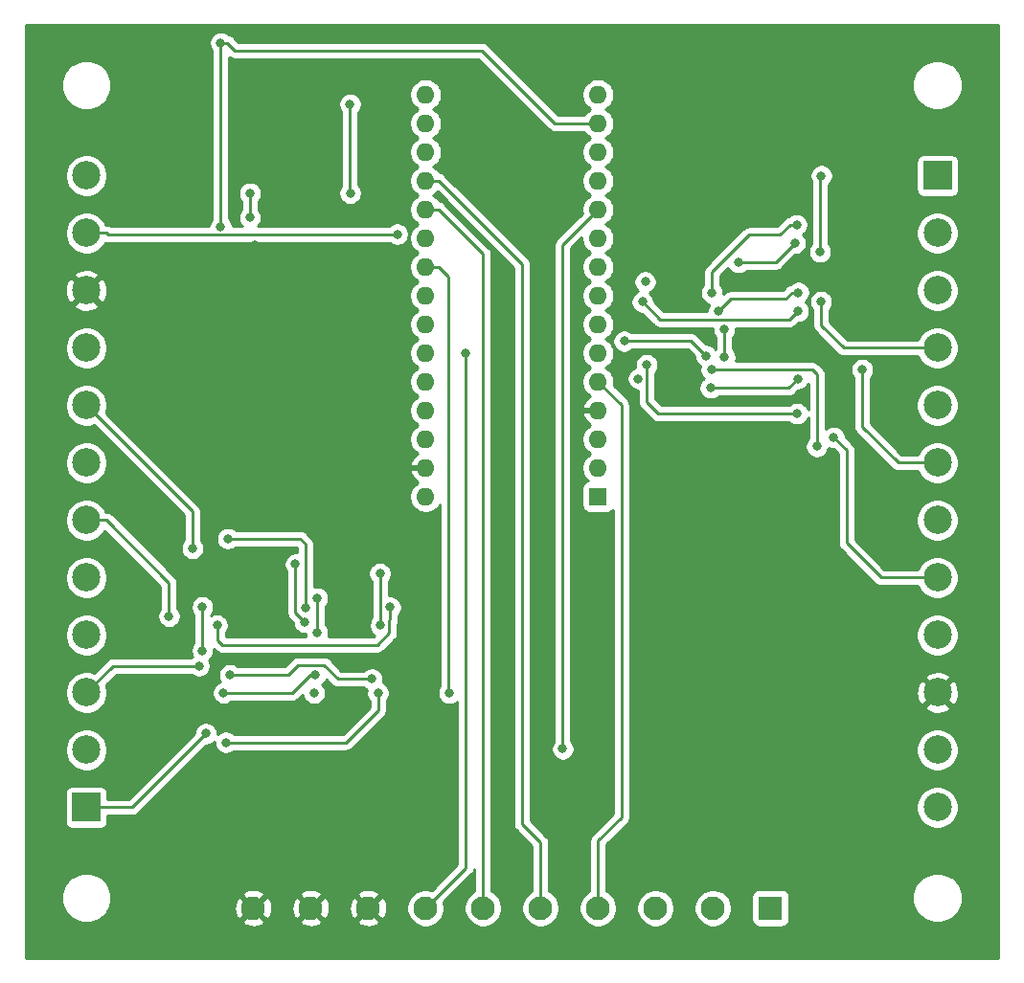
<source format=gbr>
G04 #@! TF.GenerationSoftware,KiCad,Pcbnew,(5.1.5)-3*
G04 #@! TF.CreationDate,2020-07-03T21:37:29-07:00*
G04 #@! TF.ProjectId,Arduino_control_board,41726475-696e-46f5-9f63-6f6e74726f6c,rev?*
G04 #@! TF.SameCoordinates,Original*
G04 #@! TF.FileFunction,Copper,L2,Bot*
G04 #@! TF.FilePolarity,Positive*
%FSLAX46Y46*%
G04 Gerber Fmt 4.6, Leading zero omitted, Abs format (unit mm)*
G04 Created by KiCad (PCBNEW (5.1.5)-3) date 2020-07-03 21:37:29*
%MOMM*%
%LPD*%
G04 APERTURE LIST*
%ADD10R,1.600000X1.600000*%
%ADD11O,1.600000X1.600000*%
%ADD12R,2.500000X2.500000*%
%ADD13C,2.500000*%
%ADD14R,2.100000X2.100000*%
%ADD15C,2.100000*%
%ADD16C,0.800000*%
%ADD17C,0.250000*%
%ADD18C,0.254000*%
G04 APERTURE END LIST*
D10*
X180000000Y-67825000D03*
D11*
X164760000Y-34805000D03*
X180000000Y-65285000D03*
X164760000Y-37345000D03*
X180000000Y-62745000D03*
X164760000Y-39885000D03*
X180000000Y-60205000D03*
X164760000Y-42425000D03*
X180000000Y-57665000D03*
X164760000Y-44965000D03*
X180000000Y-55125000D03*
X164760000Y-47505000D03*
X180000000Y-52585000D03*
X164760000Y-50045000D03*
X180000000Y-50045000D03*
X164760000Y-52585000D03*
X180000000Y-47505000D03*
X164760000Y-55125000D03*
X180000000Y-44965000D03*
X164760000Y-57665000D03*
X180000000Y-42425000D03*
X164760000Y-60205000D03*
X180000000Y-39885000D03*
X164760000Y-62745000D03*
X180000000Y-37345000D03*
X164760000Y-65285000D03*
X180000000Y-34805000D03*
X164760000Y-67825000D03*
X180000000Y-32265000D03*
X164760000Y-32265000D03*
D12*
X210000000Y-39440000D03*
D13*
X210000000Y-44520000D03*
X210000000Y-49600000D03*
X210000000Y-54680000D03*
X210000000Y-59760000D03*
X210000000Y-64840000D03*
X210000000Y-69920000D03*
X210000000Y-75000000D03*
X210000000Y-80080000D03*
X210000000Y-85160000D03*
X210000000Y-90240000D03*
X210000000Y-95320000D03*
X134760000Y-39440000D03*
X134760000Y-44520000D03*
X134760000Y-49600000D03*
X134760000Y-54680000D03*
X134760000Y-59760000D03*
X134760000Y-64840000D03*
X134760000Y-69920000D03*
X134760000Y-75000000D03*
X134760000Y-80080000D03*
X134760000Y-85160000D03*
X134760000Y-90240000D03*
D12*
X134760000Y-95320000D03*
D14*
X195240000Y-104225000D03*
D15*
X190160000Y-104225000D03*
X185080000Y-104225000D03*
X180000000Y-104225000D03*
X174920000Y-104225000D03*
X169840000Y-104225000D03*
X164760000Y-104225000D03*
X159680000Y-104225000D03*
X154600000Y-104225000D03*
X149520000Y-104225000D03*
D16*
X160150000Y-70800000D03*
X149100000Y-27250000D03*
X155575000Y-27250000D03*
X149700000Y-45600000D03*
X147100000Y-89575000D03*
X160550000Y-85200000D03*
X166850000Y-85225000D03*
X176875000Y-90150000D03*
X162250000Y-44625000D03*
X146650000Y-27700000D03*
X146650000Y-43950000D03*
X158075000Y-33125000D03*
X158100000Y-41000000D03*
X149225000Y-41000000D03*
X149225000Y-43150000D03*
X199623680Y-46192440D03*
X199735440Y-39451280D03*
X199699880Y-50591720D03*
X203357480Y-56601360D03*
X200832720Y-62590680D03*
X144150000Y-72400000D03*
X142075000Y-78425000D03*
X144725000Y-82800000D03*
X145325000Y-88800000D03*
X197683120Y-51424840D03*
X183921400Y-50601880D03*
X197657720Y-57404000D03*
X189936120Y-58211720D03*
X191155320Y-53041720D03*
X191185800Y-55493920D03*
X199334120Y-63388240D03*
X190017400Y-56601360D03*
X197693280Y-49784000D03*
X190672720Y-51394360D03*
X189525000Y-55375000D03*
X182300000Y-54075000D03*
X147475000Y-83600000D03*
X160000000Y-83975000D03*
X145025000Y-81450000D03*
X145025000Y-77600000D03*
X155175000Y-76800000D03*
X155175000Y-79875000D03*
X147275000Y-71550000D03*
X154125000Y-77650000D03*
X146900000Y-85200000D03*
X155025000Y-83600000D03*
X154050000Y-78925000D03*
X153250000Y-73800000D03*
X197545960Y-43779440D03*
X190052960Y-49799240D03*
X183556720Y-57400000D03*
X197596760Y-60502800D03*
X184297320Y-56184800D03*
X154900000Y-85200000D03*
X146325000Y-79200000D03*
X161625000Y-77625000D03*
X160725000Y-74625000D03*
X160775000Y-79200000D03*
X197403720Y-45399960D03*
X192394840Y-47111920D03*
X184175000Y-48825000D03*
X168275000Y-55150000D03*
D17*
X164760000Y-39885000D02*
X165891370Y-39885000D01*
X173265685Y-47259315D02*
X173265685Y-96784315D01*
X165891370Y-39885000D02*
X173265685Y-47259315D01*
X174920000Y-98438630D02*
X174920000Y-104225000D01*
X173265685Y-96784315D02*
X174920000Y-98438630D01*
X169840000Y-46373630D02*
X169840000Y-102740076D01*
X165891370Y-42425000D02*
X169840000Y-46373630D01*
X169840000Y-102740076D02*
X169840000Y-104225000D01*
X164760000Y-42425000D02*
X165891370Y-42425000D01*
X147100000Y-89575000D02*
X147665685Y-89575000D01*
X147665685Y-89575000D02*
X157725000Y-89575000D01*
X157725000Y-89575000D02*
X160550000Y-86750000D01*
X160550000Y-86750000D02*
X160550000Y-85200000D01*
X165891370Y-47505000D02*
X166786370Y-48400000D01*
X164760000Y-47505000D02*
X165891370Y-47505000D01*
X166786370Y-48400000D02*
X166786370Y-85161370D01*
X166786370Y-85161370D02*
X166850000Y-85225000D01*
X180000000Y-42425000D02*
X176875000Y-45550000D01*
X176875000Y-45550000D02*
X176875000Y-90150000D01*
X136527766Y-44520000D02*
X134760000Y-44520000D01*
X136682767Y-44675001D02*
X136527766Y-44520000D01*
X161634314Y-44675001D02*
X136682767Y-44675001D01*
X161684315Y-44625000D02*
X161634314Y-44675001D01*
X162250000Y-44625000D02*
X161684315Y-44625000D01*
X147215685Y-27700000D02*
X147890685Y-28375000D01*
X146650000Y-27700000D02*
X147215685Y-27700000D01*
X147890685Y-28375000D02*
X169725000Y-28375000D01*
X176155000Y-34805000D02*
X180000000Y-34805000D01*
X169725000Y-28375000D02*
X176155000Y-34805000D01*
X146650000Y-27700000D02*
X146650000Y-43950000D01*
X158075000Y-33125000D02*
X158075000Y-40975000D01*
X158075000Y-40975000D02*
X158100000Y-41000000D01*
X149225000Y-41000000D02*
X149225000Y-43150000D01*
X199623680Y-46192440D02*
X199623680Y-39563040D01*
X199623680Y-39563040D02*
X199735440Y-39451280D01*
X201715520Y-54680000D02*
X210000000Y-54680000D01*
X199699880Y-50591720D02*
X199699880Y-52664360D01*
X199699880Y-52664360D02*
X201715520Y-54680000D01*
X203357480Y-57167045D02*
X203342240Y-57182285D01*
X203357480Y-56601360D02*
X203357480Y-57167045D01*
X203342240Y-57182285D02*
X203342240Y-61661040D01*
X206521200Y-64840000D02*
X210000000Y-64840000D01*
X203342240Y-61661040D02*
X206521200Y-64840000D01*
X200832720Y-62590680D02*
X201955400Y-63713360D01*
X201955400Y-63713360D02*
X201955400Y-71942960D01*
X205012440Y-75000000D02*
X210000000Y-75000000D01*
X201955400Y-71942960D02*
X205012440Y-75000000D01*
X144150000Y-69150000D02*
X134760000Y-59760000D01*
X144150000Y-72400000D02*
X144150000Y-69150000D01*
X142075000Y-77859315D02*
X142075000Y-78425000D01*
X142075000Y-75467234D02*
X142075000Y-77859315D01*
X136527766Y-69920000D02*
X142075000Y-75467234D01*
X134760000Y-69920000D02*
X136527766Y-69920000D01*
X137120000Y-82800000D02*
X134760000Y-85160000D01*
X144725000Y-82800000D02*
X137120000Y-82800000D01*
X138805000Y-95320000D02*
X134760000Y-95320000D01*
X145325000Y-88800000D02*
X138805000Y-95320000D01*
X197683120Y-51424840D02*
X196931280Y-52176680D01*
X196931280Y-52176680D02*
X185496200Y-52176680D01*
X185496200Y-52176680D02*
X183921400Y-50601880D01*
X197657720Y-57404000D02*
X196850000Y-58211720D01*
X196850000Y-58211720D02*
X189936120Y-58211720D01*
X191155320Y-53041720D02*
X191155320Y-55463440D01*
X191155320Y-55463440D02*
X191185800Y-55493920D01*
X199334120Y-63388240D02*
X199334120Y-57012840D01*
X199334120Y-57012840D02*
X198922640Y-56601360D01*
X198922640Y-56601360D02*
X190017400Y-56601360D01*
X197127595Y-49784000D02*
X196599275Y-50312320D01*
X197693280Y-49784000D02*
X197127595Y-49784000D01*
X196599275Y-50312320D02*
X191754760Y-50312320D01*
X191754760Y-50312320D02*
X190672720Y-51394360D01*
X189525000Y-55375000D02*
X188225000Y-54075000D01*
X188225000Y-54075000D02*
X182300000Y-54075000D01*
X147475000Y-83600000D02*
X152625000Y-83600000D01*
X152625000Y-83600000D02*
X153500000Y-82725000D01*
X153500000Y-82725000D02*
X155775000Y-82725000D01*
X155775000Y-82725000D02*
X155775000Y-82750000D01*
X155775000Y-82750000D02*
X157000000Y-83975000D01*
X157000000Y-83975000D02*
X160000000Y-83975000D01*
X145025000Y-81450000D02*
X145025000Y-77600000D01*
X155175000Y-76800000D02*
X155175000Y-79875000D01*
X147275000Y-71550000D02*
X153525000Y-71550000D01*
X153525000Y-71550000D02*
X153650000Y-71550000D01*
X153650000Y-71550000D02*
X154125000Y-72025000D01*
X154125000Y-72025000D02*
X154125000Y-77650000D01*
X146900000Y-85200000D02*
X152975000Y-85200000D01*
X152975000Y-85200000D02*
X154575000Y-83600000D01*
X154575000Y-83600000D02*
X155025000Y-83600000D01*
X154050000Y-78925000D02*
X153250000Y-78125000D01*
X153250000Y-78125000D02*
X153250000Y-73800000D01*
X196980275Y-43779440D02*
X196076035Y-44683680D01*
X197545960Y-43779440D02*
X196980275Y-43779440D01*
X196076035Y-44683680D02*
X193349880Y-44683680D01*
X193349880Y-44683680D02*
X190052960Y-47980600D01*
X190052960Y-47980600D02*
X190052960Y-49799240D01*
X197596760Y-60502800D02*
X185298080Y-60502800D01*
X185298080Y-60502800D02*
X184297320Y-59502040D01*
X184297320Y-59502040D02*
X184297320Y-56184800D01*
X146325000Y-80525000D02*
X146750000Y-80950000D01*
X146325000Y-79200000D02*
X146325000Y-80525000D01*
X160500000Y-80950000D02*
X161550000Y-79900000D01*
X146750000Y-80950000D02*
X160500000Y-80950000D01*
X161550000Y-79900000D02*
X161625000Y-77625000D01*
X160725000Y-74625000D02*
X160725000Y-79150000D01*
X160725000Y-79150000D02*
X160775000Y-79200000D01*
X197403720Y-45399960D02*
X195691760Y-47111920D01*
X195691760Y-47111920D02*
X192394840Y-47111920D01*
X180000000Y-57665000D02*
X182050000Y-59715000D01*
X182050000Y-59715000D02*
X182050000Y-96225000D01*
X180000000Y-98275000D02*
X180000000Y-104225000D01*
X182050000Y-96225000D02*
X180000000Y-98275000D01*
X168275000Y-55715685D02*
X168325000Y-55765685D01*
X168275000Y-55150000D02*
X168275000Y-55715685D01*
X168325000Y-100660000D02*
X164760000Y-104225000D01*
X168325000Y-55765685D02*
X168325000Y-100660000D01*
D18*
G36*
X215340001Y-108660000D02*
G01*
X129420000Y-108660000D01*
X129420000Y-103099872D01*
X132525000Y-103099872D01*
X132525000Y-103540128D01*
X132610890Y-103971925D01*
X132779369Y-104378669D01*
X133023962Y-104744729D01*
X133335271Y-105056038D01*
X133701331Y-105300631D01*
X134108075Y-105469110D01*
X134539872Y-105555000D01*
X134980128Y-105555000D01*
X135411925Y-105469110D01*
X135588268Y-105396066D01*
X148528539Y-105396066D01*
X148630339Y-105665579D01*
X148928477Y-105811463D01*
X149249346Y-105896380D01*
X149580617Y-105917066D01*
X149909557Y-105872728D01*
X150223527Y-105765069D01*
X150409661Y-105665579D01*
X150511461Y-105396066D01*
X153608539Y-105396066D01*
X153710339Y-105665579D01*
X154008477Y-105811463D01*
X154329346Y-105896380D01*
X154660617Y-105917066D01*
X154989557Y-105872728D01*
X155303527Y-105765069D01*
X155489661Y-105665579D01*
X155591461Y-105396066D01*
X158688539Y-105396066D01*
X158790339Y-105665579D01*
X159088477Y-105811463D01*
X159409346Y-105896380D01*
X159740617Y-105917066D01*
X160069557Y-105872728D01*
X160383527Y-105765069D01*
X160569661Y-105665579D01*
X160671461Y-105396066D01*
X159680000Y-104404605D01*
X158688539Y-105396066D01*
X155591461Y-105396066D01*
X154600000Y-104404605D01*
X153608539Y-105396066D01*
X150511461Y-105396066D01*
X149520000Y-104404605D01*
X148528539Y-105396066D01*
X135588268Y-105396066D01*
X135818669Y-105300631D01*
X136184729Y-105056038D01*
X136496038Y-104744729D01*
X136740631Y-104378669D01*
X136779174Y-104285617D01*
X147827934Y-104285617D01*
X147872272Y-104614557D01*
X147979931Y-104928527D01*
X148079421Y-105114661D01*
X148348934Y-105216461D01*
X149340395Y-104225000D01*
X149699605Y-104225000D01*
X150691066Y-105216461D01*
X150960579Y-105114661D01*
X151106463Y-104816523D01*
X151191380Y-104495654D01*
X151204495Y-104285617D01*
X152907934Y-104285617D01*
X152952272Y-104614557D01*
X153059931Y-104928527D01*
X153159421Y-105114661D01*
X153428934Y-105216461D01*
X154420395Y-104225000D01*
X154779605Y-104225000D01*
X155771066Y-105216461D01*
X156040579Y-105114661D01*
X156186463Y-104816523D01*
X156271380Y-104495654D01*
X156284495Y-104285617D01*
X157987934Y-104285617D01*
X158032272Y-104614557D01*
X158139931Y-104928527D01*
X158239421Y-105114661D01*
X158508934Y-105216461D01*
X159500395Y-104225000D01*
X159859605Y-104225000D01*
X160851066Y-105216461D01*
X161120579Y-105114661D01*
X161266463Y-104816523D01*
X161351380Y-104495654D01*
X161372066Y-104164383D01*
X161357868Y-104059042D01*
X163075000Y-104059042D01*
X163075000Y-104390958D01*
X163139754Y-104716496D01*
X163266772Y-105023147D01*
X163451175Y-105299125D01*
X163685875Y-105533825D01*
X163961853Y-105718228D01*
X164268504Y-105845246D01*
X164594042Y-105910000D01*
X164925958Y-105910000D01*
X165251496Y-105845246D01*
X165558147Y-105718228D01*
X165834125Y-105533825D01*
X166068825Y-105299125D01*
X166253228Y-105023147D01*
X166380246Y-104716496D01*
X166445000Y-104390958D01*
X166445000Y-104059042D01*
X166380246Y-103733504D01*
X166364445Y-103695356D01*
X168836003Y-101223799D01*
X168865001Y-101200001D01*
X168959974Y-101084276D01*
X169030546Y-100952247D01*
X169074003Y-100808986D01*
X169080001Y-100748088D01*
X169080001Y-102702734D01*
X169080000Y-102702744D01*
X169080000Y-102715971D01*
X169041853Y-102731772D01*
X168765875Y-102916175D01*
X168531175Y-103150875D01*
X168346772Y-103426853D01*
X168219754Y-103733504D01*
X168155000Y-104059042D01*
X168155000Y-104390958D01*
X168219754Y-104716496D01*
X168346772Y-105023147D01*
X168531175Y-105299125D01*
X168765875Y-105533825D01*
X169041853Y-105718228D01*
X169348504Y-105845246D01*
X169674042Y-105910000D01*
X170005958Y-105910000D01*
X170331496Y-105845246D01*
X170638147Y-105718228D01*
X170914125Y-105533825D01*
X171148825Y-105299125D01*
X171333228Y-105023147D01*
X171460246Y-104716496D01*
X171525000Y-104390958D01*
X171525000Y-104059042D01*
X171460246Y-103733504D01*
X171333228Y-103426853D01*
X171148825Y-103150875D01*
X170914125Y-102916175D01*
X170638147Y-102731772D01*
X170600000Y-102715971D01*
X170600000Y-46410952D01*
X170603676Y-46373629D01*
X170600000Y-46336306D01*
X170600000Y-46336297D01*
X170589003Y-46224644D01*
X170545546Y-46081383D01*
X170533974Y-46059734D01*
X170474974Y-45949353D01*
X170403799Y-45862627D01*
X170380001Y-45833629D01*
X170351004Y-45809832D01*
X166455174Y-41914003D01*
X166431371Y-41884999D01*
X166315646Y-41790026D01*
X166183617Y-41719454D01*
X166040356Y-41675997D01*
X165981519Y-41670202D01*
X165874637Y-41510241D01*
X165674759Y-41310363D01*
X165442241Y-41155000D01*
X165674759Y-40999637D01*
X165802982Y-40871414D01*
X172505685Y-47574117D01*
X172505686Y-96746982D01*
X172502009Y-96784315D01*
X172516683Y-96933300D01*
X172560139Y-97076561D01*
X172630711Y-97208591D01*
X172701886Y-97295317D01*
X172725685Y-97324316D01*
X172754683Y-97348114D01*
X174160000Y-98753432D01*
X174160001Y-102715971D01*
X174121853Y-102731772D01*
X173845875Y-102916175D01*
X173611175Y-103150875D01*
X173426772Y-103426853D01*
X173299754Y-103733504D01*
X173235000Y-104059042D01*
X173235000Y-104390958D01*
X173299754Y-104716496D01*
X173426772Y-105023147D01*
X173611175Y-105299125D01*
X173845875Y-105533825D01*
X174121853Y-105718228D01*
X174428504Y-105845246D01*
X174754042Y-105910000D01*
X175085958Y-105910000D01*
X175411496Y-105845246D01*
X175718147Y-105718228D01*
X175994125Y-105533825D01*
X176228825Y-105299125D01*
X176413228Y-105023147D01*
X176540246Y-104716496D01*
X176605000Y-104390958D01*
X176605000Y-104059042D01*
X176540246Y-103733504D01*
X176413228Y-103426853D01*
X176228825Y-103150875D01*
X175994125Y-102916175D01*
X175718147Y-102731772D01*
X175680000Y-102715971D01*
X175680000Y-98475955D01*
X175683676Y-98438630D01*
X175680000Y-98401305D01*
X175680000Y-98401297D01*
X175669003Y-98289644D01*
X175625546Y-98146383D01*
X175554974Y-98014354D01*
X175460001Y-97898629D01*
X175431004Y-97874832D01*
X174025685Y-96469514D01*
X174025685Y-47296637D01*
X174029361Y-47259314D01*
X174025685Y-47221991D01*
X174025685Y-47221982D01*
X174014688Y-47110329D01*
X173971231Y-46967068D01*
X173900659Y-46835039D01*
X173805686Y-46719314D01*
X173776689Y-46695517D01*
X166455174Y-39374003D01*
X166431371Y-39344999D01*
X166315646Y-39250026D01*
X166183617Y-39179454D01*
X166040356Y-39135997D01*
X165981519Y-39130202D01*
X165874637Y-38970241D01*
X165674759Y-38770363D01*
X165442241Y-38615000D01*
X165674759Y-38459637D01*
X165874637Y-38259759D01*
X166031680Y-38024727D01*
X166139853Y-37763574D01*
X166195000Y-37486335D01*
X166195000Y-37203665D01*
X166139853Y-36926426D01*
X166031680Y-36665273D01*
X165874637Y-36430241D01*
X165674759Y-36230363D01*
X165442241Y-36075000D01*
X165674759Y-35919637D01*
X165874637Y-35719759D01*
X166031680Y-35484727D01*
X166139853Y-35223574D01*
X166195000Y-34946335D01*
X166195000Y-34663665D01*
X166139853Y-34386426D01*
X166031680Y-34125273D01*
X165874637Y-33890241D01*
X165674759Y-33690363D01*
X165442241Y-33535000D01*
X165674759Y-33379637D01*
X165874637Y-33179759D01*
X166031680Y-32944727D01*
X166139853Y-32683574D01*
X166195000Y-32406335D01*
X166195000Y-32123665D01*
X166139853Y-31846426D01*
X166031680Y-31585273D01*
X165874637Y-31350241D01*
X165674759Y-31150363D01*
X165439727Y-30993320D01*
X165178574Y-30885147D01*
X164901335Y-30830000D01*
X164618665Y-30830000D01*
X164341426Y-30885147D01*
X164080273Y-30993320D01*
X163845241Y-31150363D01*
X163645363Y-31350241D01*
X163488320Y-31585273D01*
X163380147Y-31846426D01*
X163325000Y-32123665D01*
X163325000Y-32406335D01*
X163380147Y-32683574D01*
X163488320Y-32944727D01*
X163645363Y-33179759D01*
X163845241Y-33379637D01*
X164077759Y-33535000D01*
X163845241Y-33690363D01*
X163645363Y-33890241D01*
X163488320Y-34125273D01*
X163380147Y-34386426D01*
X163325000Y-34663665D01*
X163325000Y-34946335D01*
X163380147Y-35223574D01*
X163488320Y-35484727D01*
X163645363Y-35719759D01*
X163845241Y-35919637D01*
X164077759Y-36075000D01*
X163845241Y-36230363D01*
X163645363Y-36430241D01*
X163488320Y-36665273D01*
X163380147Y-36926426D01*
X163325000Y-37203665D01*
X163325000Y-37486335D01*
X163380147Y-37763574D01*
X163488320Y-38024727D01*
X163645363Y-38259759D01*
X163845241Y-38459637D01*
X164077759Y-38615000D01*
X163845241Y-38770363D01*
X163645363Y-38970241D01*
X163488320Y-39205273D01*
X163380147Y-39466426D01*
X163325000Y-39743665D01*
X163325000Y-40026335D01*
X163380147Y-40303574D01*
X163488320Y-40564727D01*
X163645363Y-40799759D01*
X163845241Y-40999637D01*
X164077759Y-41155000D01*
X163845241Y-41310363D01*
X163645363Y-41510241D01*
X163488320Y-41745273D01*
X163380147Y-42006426D01*
X163325000Y-42283665D01*
X163325000Y-42566335D01*
X163380147Y-42843574D01*
X163488320Y-43104727D01*
X163645363Y-43339759D01*
X163845241Y-43539637D01*
X164077759Y-43695000D01*
X163845241Y-43850363D01*
X163645363Y-44050241D01*
X163488320Y-44285273D01*
X163380147Y-44546426D01*
X163325000Y-44823665D01*
X163325000Y-45106335D01*
X163380147Y-45383574D01*
X163488320Y-45644727D01*
X163645363Y-45879759D01*
X163845241Y-46079637D01*
X164077759Y-46235000D01*
X163845241Y-46390363D01*
X163645363Y-46590241D01*
X163488320Y-46825273D01*
X163380147Y-47086426D01*
X163325000Y-47363665D01*
X163325000Y-47646335D01*
X163380147Y-47923574D01*
X163488320Y-48184727D01*
X163645363Y-48419759D01*
X163845241Y-48619637D01*
X164077759Y-48775000D01*
X163845241Y-48930363D01*
X163645363Y-49130241D01*
X163488320Y-49365273D01*
X163380147Y-49626426D01*
X163325000Y-49903665D01*
X163325000Y-50186335D01*
X163380147Y-50463574D01*
X163488320Y-50724727D01*
X163645363Y-50959759D01*
X163845241Y-51159637D01*
X164077759Y-51315000D01*
X163845241Y-51470363D01*
X163645363Y-51670241D01*
X163488320Y-51905273D01*
X163380147Y-52166426D01*
X163325000Y-52443665D01*
X163325000Y-52726335D01*
X163380147Y-53003574D01*
X163488320Y-53264727D01*
X163645363Y-53499759D01*
X163845241Y-53699637D01*
X164077759Y-53855000D01*
X163845241Y-54010363D01*
X163645363Y-54210241D01*
X163488320Y-54445273D01*
X163380147Y-54706426D01*
X163325000Y-54983665D01*
X163325000Y-55266335D01*
X163380147Y-55543574D01*
X163488320Y-55804727D01*
X163645363Y-56039759D01*
X163845241Y-56239637D01*
X164077759Y-56395000D01*
X163845241Y-56550363D01*
X163645363Y-56750241D01*
X163488320Y-56985273D01*
X163380147Y-57246426D01*
X163325000Y-57523665D01*
X163325000Y-57806335D01*
X163380147Y-58083574D01*
X163488320Y-58344727D01*
X163645363Y-58579759D01*
X163845241Y-58779637D01*
X164077759Y-58935000D01*
X163845241Y-59090363D01*
X163645363Y-59290241D01*
X163488320Y-59525273D01*
X163380147Y-59786426D01*
X163325000Y-60063665D01*
X163325000Y-60346335D01*
X163380147Y-60623574D01*
X163488320Y-60884727D01*
X163645363Y-61119759D01*
X163845241Y-61319637D01*
X164077759Y-61475000D01*
X163845241Y-61630363D01*
X163645363Y-61830241D01*
X163488320Y-62065273D01*
X163380147Y-62326426D01*
X163325000Y-62603665D01*
X163325000Y-62886335D01*
X163380147Y-63163574D01*
X163488320Y-63424727D01*
X163645363Y-63659759D01*
X163845241Y-63859637D01*
X164080273Y-64016680D01*
X164090865Y-64021067D01*
X163904869Y-64132615D01*
X163696481Y-64321586D01*
X163528963Y-64547580D01*
X163408754Y-64801913D01*
X163368096Y-64935961D01*
X163490085Y-65158000D01*
X164633000Y-65158000D01*
X164633000Y-65138000D01*
X164887000Y-65138000D01*
X164887000Y-65158000D01*
X164907000Y-65158000D01*
X164907000Y-65412000D01*
X164887000Y-65412000D01*
X164887000Y-65432000D01*
X164633000Y-65432000D01*
X164633000Y-65412000D01*
X163490085Y-65412000D01*
X163368096Y-65634039D01*
X163408754Y-65768087D01*
X163528963Y-66022420D01*
X163696481Y-66248414D01*
X163904869Y-66437385D01*
X164090865Y-66548933D01*
X164080273Y-66553320D01*
X163845241Y-66710363D01*
X163645363Y-66910241D01*
X163488320Y-67145273D01*
X163380147Y-67406426D01*
X163325000Y-67683665D01*
X163325000Y-67966335D01*
X163380147Y-68243574D01*
X163488320Y-68504727D01*
X163645363Y-68739759D01*
X163845241Y-68939637D01*
X164080273Y-69096680D01*
X164341426Y-69204853D01*
X164618665Y-69260000D01*
X164901335Y-69260000D01*
X165178574Y-69204853D01*
X165439727Y-69096680D01*
X165674759Y-68939637D01*
X165874637Y-68739759D01*
X166026371Y-68512673D01*
X166026371Y-84594697D01*
X165932795Y-84734744D01*
X165854774Y-84923102D01*
X165815000Y-85123061D01*
X165815000Y-85326939D01*
X165854774Y-85526898D01*
X165932795Y-85715256D01*
X166046063Y-85884774D01*
X166190226Y-86028937D01*
X166359744Y-86142205D01*
X166548102Y-86220226D01*
X166748061Y-86260000D01*
X166951939Y-86260000D01*
X167151898Y-86220226D01*
X167340256Y-86142205D01*
X167509774Y-86028937D01*
X167565001Y-85973710D01*
X167565001Y-100345197D01*
X165289644Y-102620555D01*
X165251496Y-102604754D01*
X164925958Y-102540000D01*
X164594042Y-102540000D01*
X164268504Y-102604754D01*
X163961853Y-102731772D01*
X163685875Y-102916175D01*
X163451175Y-103150875D01*
X163266772Y-103426853D01*
X163139754Y-103733504D01*
X163075000Y-104059042D01*
X161357868Y-104059042D01*
X161327728Y-103835443D01*
X161220069Y-103521473D01*
X161120579Y-103335339D01*
X160851066Y-103233539D01*
X159859605Y-104225000D01*
X159500395Y-104225000D01*
X158508934Y-103233539D01*
X158239421Y-103335339D01*
X158093537Y-103633477D01*
X158008620Y-103954346D01*
X157987934Y-104285617D01*
X156284495Y-104285617D01*
X156292066Y-104164383D01*
X156247728Y-103835443D01*
X156140069Y-103521473D01*
X156040579Y-103335339D01*
X155771066Y-103233539D01*
X154779605Y-104225000D01*
X154420395Y-104225000D01*
X153428934Y-103233539D01*
X153159421Y-103335339D01*
X153013537Y-103633477D01*
X152928620Y-103954346D01*
X152907934Y-104285617D01*
X151204495Y-104285617D01*
X151212066Y-104164383D01*
X151167728Y-103835443D01*
X151060069Y-103521473D01*
X150960579Y-103335339D01*
X150691066Y-103233539D01*
X149699605Y-104225000D01*
X149340395Y-104225000D01*
X148348934Y-103233539D01*
X148079421Y-103335339D01*
X147933537Y-103633477D01*
X147848620Y-103954346D01*
X147827934Y-104285617D01*
X136779174Y-104285617D01*
X136909110Y-103971925D01*
X136995000Y-103540128D01*
X136995000Y-103099872D01*
X136985863Y-103053934D01*
X148528539Y-103053934D01*
X149520000Y-104045395D01*
X150511461Y-103053934D01*
X153608539Y-103053934D01*
X154600000Y-104045395D01*
X155591461Y-103053934D01*
X158688539Y-103053934D01*
X159680000Y-104045395D01*
X160671461Y-103053934D01*
X160569661Y-102784421D01*
X160271523Y-102638537D01*
X159950654Y-102553620D01*
X159619383Y-102532934D01*
X159290443Y-102577272D01*
X158976473Y-102684931D01*
X158790339Y-102784421D01*
X158688539Y-103053934D01*
X155591461Y-103053934D01*
X155489661Y-102784421D01*
X155191523Y-102638537D01*
X154870654Y-102553620D01*
X154539383Y-102532934D01*
X154210443Y-102577272D01*
X153896473Y-102684931D01*
X153710339Y-102784421D01*
X153608539Y-103053934D01*
X150511461Y-103053934D01*
X150409661Y-102784421D01*
X150111523Y-102638537D01*
X149790654Y-102553620D01*
X149459383Y-102532934D01*
X149130443Y-102577272D01*
X148816473Y-102684931D01*
X148630339Y-102784421D01*
X148528539Y-103053934D01*
X136985863Y-103053934D01*
X136909110Y-102668075D01*
X136740631Y-102261331D01*
X136496038Y-101895271D01*
X136184729Y-101583962D01*
X135818669Y-101339369D01*
X135411925Y-101170890D01*
X134980128Y-101085000D01*
X134539872Y-101085000D01*
X134108075Y-101170890D01*
X133701331Y-101339369D01*
X133335271Y-101583962D01*
X133023962Y-101895271D01*
X132779369Y-102261331D01*
X132610890Y-102668075D01*
X132525000Y-103099872D01*
X129420000Y-103099872D01*
X129420000Y-94070000D01*
X132871928Y-94070000D01*
X132871928Y-96570000D01*
X132884188Y-96694482D01*
X132920498Y-96814180D01*
X132979463Y-96924494D01*
X133058815Y-97021185D01*
X133155506Y-97100537D01*
X133265820Y-97159502D01*
X133385518Y-97195812D01*
X133510000Y-97208072D01*
X136010000Y-97208072D01*
X136134482Y-97195812D01*
X136254180Y-97159502D01*
X136364494Y-97100537D01*
X136461185Y-97021185D01*
X136540537Y-96924494D01*
X136599502Y-96814180D01*
X136635812Y-96694482D01*
X136648072Y-96570000D01*
X136648072Y-96080000D01*
X138767678Y-96080000D01*
X138805000Y-96083676D01*
X138842322Y-96080000D01*
X138842333Y-96080000D01*
X138953986Y-96069003D01*
X139097247Y-96025546D01*
X139229276Y-95954974D01*
X139345001Y-95860001D01*
X139368804Y-95830997D01*
X145364803Y-89835000D01*
X145426939Y-89835000D01*
X145626898Y-89795226D01*
X145815256Y-89717205D01*
X145984774Y-89603937D01*
X146065000Y-89523711D01*
X146065000Y-89676939D01*
X146104774Y-89876898D01*
X146182795Y-90065256D01*
X146296063Y-90234774D01*
X146440226Y-90378937D01*
X146609744Y-90492205D01*
X146798102Y-90570226D01*
X146998061Y-90610000D01*
X147201939Y-90610000D01*
X147401898Y-90570226D01*
X147590256Y-90492205D01*
X147759774Y-90378937D01*
X147803711Y-90335000D01*
X157687678Y-90335000D01*
X157725000Y-90338676D01*
X157762322Y-90335000D01*
X157762333Y-90335000D01*
X157873986Y-90324003D01*
X158017247Y-90280546D01*
X158149276Y-90209974D01*
X158265001Y-90115001D01*
X158288804Y-90085997D01*
X161061004Y-87313798D01*
X161090001Y-87290001D01*
X161184974Y-87174276D01*
X161255546Y-87042247D01*
X161299003Y-86898986D01*
X161310000Y-86787333D01*
X161310000Y-86787324D01*
X161313676Y-86750001D01*
X161310000Y-86712678D01*
X161310000Y-85903711D01*
X161353937Y-85859774D01*
X161467205Y-85690256D01*
X161545226Y-85501898D01*
X161585000Y-85301939D01*
X161585000Y-85098061D01*
X161545226Y-84898102D01*
X161467205Y-84709744D01*
X161353937Y-84540226D01*
X161209774Y-84396063D01*
X161040256Y-84282795D01*
X160997570Y-84265114D01*
X161035000Y-84076939D01*
X161035000Y-83873061D01*
X160995226Y-83673102D01*
X160917205Y-83484744D01*
X160803937Y-83315226D01*
X160659774Y-83171063D01*
X160490256Y-83057795D01*
X160301898Y-82979774D01*
X160101939Y-82940000D01*
X159898061Y-82940000D01*
X159698102Y-82979774D01*
X159509744Y-83057795D01*
X159340226Y-83171063D01*
X159296289Y-83215000D01*
X157314802Y-83215000D01*
X156420824Y-82321023D01*
X156409974Y-82300724D01*
X156315001Y-82184999D01*
X156199276Y-82090026D01*
X156067247Y-82019454D01*
X155923986Y-81975997D01*
X155812333Y-81965000D01*
X155775000Y-81961323D01*
X155737667Y-81965000D01*
X153537323Y-81965000D01*
X153500000Y-81961324D01*
X153462677Y-81965000D01*
X153462667Y-81965000D01*
X153351014Y-81975997D01*
X153207753Y-82019454D01*
X153075724Y-82090026D01*
X152959999Y-82184999D01*
X152936201Y-82213997D01*
X152310199Y-82840000D01*
X148178711Y-82840000D01*
X148134774Y-82796063D01*
X147965256Y-82682795D01*
X147776898Y-82604774D01*
X147576939Y-82565000D01*
X147373061Y-82565000D01*
X147173102Y-82604774D01*
X146984744Y-82682795D01*
X146815226Y-82796063D01*
X146671063Y-82940226D01*
X146557795Y-83109744D01*
X146479774Y-83298102D01*
X146440000Y-83498061D01*
X146440000Y-83701939D01*
X146479774Y-83901898D01*
X146557795Y-84090256D01*
X146630065Y-84198416D01*
X146598102Y-84204774D01*
X146409744Y-84282795D01*
X146240226Y-84396063D01*
X146096063Y-84540226D01*
X145982795Y-84709744D01*
X145904774Y-84898102D01*
X145865000Y-85098061D01*
X145865000Y-85301939D01*
X145904774Y-85501898D01*
X145982795Y-85690256D01*
X146096063Y-85859774D01*
X146240226Y-86003937D01*
X146409744Y-86117205D01*
X146598102Y-86195226D01*
X146798061Y-86235000D01*
X147001939Y-86235000D01*
X147201898Y-86195226D01*
X147390256Y-86117205D01*
X147559774Y-86003937D01*
X147603711Y-85960000D01*
X152937678Y-85960000D01*
X152975000Y-85963676D01*
X153012322Y-85960000D01*
X153012333Y-85960000D01*
X153123986Y-85949003D01*
X153267247Y-85905546D01*
X153399276Y-85834974D01*
X153515001Y-85740001D01*
X153538804Y-85710997D01*
X153878748Y-85371054D01*
X153904774Y-85501898D01*
X153982795Y-85690256D01*
X154096063Y-85859774D01*
X154240226Y-86003937D01*
X154409744Y-86117205D01*
X154598102Y-86195226D01*
X154798061Y-86235000D01*
X155001939Y-86235000D01*
X155201898Y-86195226D01*
X155390256Y-86117205D01*
X155559774Y-86003937D01*
X155703937Y-85859774D01*
X155817205Y-85690256D01*
X155895226Y-85501898D01*
X155935000Y-85301939D01*
X155935000Y-85098061D01*
X155895226Y-84898102D01*
X155817205Y-84709744D01*
X155703937Y-84540226D01*
X155614562Y-84450851D01*
X155684774Y-84403937D01*
X155828937Y-84259774D01*
X155942205Y-84090256D01*
X155970982Y-84020783D01*
X156436201Y-84486003D01*
X156459999Y-84515001D01*
X156560611Y-84597571D01*
X156575724Y-84609974D01*
X156707753Y-84680546D01*
X156851014Y-84724003D01*
X157000000Y-84738677D01*
X157037333Y-84735000D01*
X159296289Y-84735000D01*
X159340226Y-84778937D01*
X159509744Y-84892205D01*
X159552430Y-84909886D01*
X159515000Y-85098061D01*
X159515000Y-85301939D01*
X159554774Y-85501898D01*
X159632795Y-85690256D01*
X159746063Y-85859774D01*
X159790001Y-85903712D01*
X159790000Y-86435198D01*
X157410199Y-88815000D01*
X147803711Y-88815000D01*
X147759774Y-88771063D01*
X147590256Y-88657795D01*
X147401898Y-88579774D01*
X147201939Y-88540000D01*
X146998061Y-88540000D01*
X146798102Y-88579774D01*
X146609744Y-88657795D01*
X146440226Y-88771063D01*
X146360000Y-88851289D01*
X146360000Y-88698061D01*
X146320226Y-88498102D01*
X146242205Y-88309744D01*
X146128937Y-88140226D01*
X145984774Y-87996063D01*
X145815256Y-87882795D01*
X145626898Y-87804774D01*
X145426939Y-87765000D01*
X145223061Y-87765000D01*
X145023102Y-87804774D01*
X144834744Y-87882795D01*
X144665226Y-87996063D01*
X144521063Y-88140226D01*
X144407795Y-88309744D01*
X144329774Y-88498102D01*
X144290000Y-88698061D01*
X144290000Y-88760197D01*
X138490199Y-94560000D01*
X136648072Y-94560000D01*
X136648072Y-94070000D01*
X136635812Y-93945518D01*
X136599502Y-93825820D01*
X136540537Y-93715506D01*
X136461185Y-93618815D01*
X136364494Y-93539463D01*
X136254180Y-93480498D01*
X136134482Y-93444188D01*
X136010000Y-93431928D01*
X133510000Y-93431928D01*
X133385518Y-93444188D01*
X133265820Y-93480498D01*
X133155506Y-93539463D01*
X133058815Y-93618815D01*
X132979463Y-93715506D01*
X132920498Y-93825820D01*
X132884188Y-93945518D01*
X132871928Y-94070000D01*
X129420000Y-94070000D01*
X129420000Y-90054344D01*
X132875000Y-90054344D01*
X132875000Y-90425656D01*
X132947439Y-90789834D01*
X133089534Y-91132882D01*
X133295825Y-91441618D01*
X133558382Y-91704175D01*
X133867118Y-91910466D01*
X134210166Y-92052561D01*
X134574344Y-92125000D01*
X134945656Y-92125000D01*
X135309834Y-92052561D01*
X135652882Y-91910466D01*
X135961618Y-91704175D01*
X136224175Y-91441618D01*
X136430466Y-91132882D01*
X136572561Y-90789834D01*
X136645000Y-90425656D01*
X136645000Y-90054344D01*
X136572561Y-89690166D01*
X136430466Y-89347118D01*
X136224175Y-89038382D01*
X135961618Y-88775825D01*
X135652882Y-88569534D01*
X135309834Y-88427439D01*
X134945656Y-88355000D01*
X134574344Y-88355000D01*
X134210166Y-88427439D01*
X133867118Y-88569534D01*
X133558382Y-88775825D01*
X133295825Y-89038382D01*
X133089534Y-89347118D01*
X132947439Y-89690166D01*
X132875000Y-90054344D01*
X129420000Y-90054344D01*
X129420000Y-84974344D01*
X132875000Y-84974344D01*
X132875000Y-85345656D01*
X132947439Y-85709834D01*
X133089534Y-86052882D01*
X133295825Y-86361618D01*
X133558382Y-86624175D01*
X133867118Y-86830466D01*
X134210166Y-86972561D01*
X134574344Y-87045000D01*
X134945656Y-87045000D01*
X135309834Y-86972561D01*
X135652882Y-86830466D01*
X135961618Y-86624175D01*
X136224175Y-86361618D01*
X136430466Y-86052882D01*
X136572561Y-85709834D01*
X136645000Y-85345656D01*
X136645000Y-84974344D01*
X136572561Y-84610166D01*
X136517519Y-84477283D01*
X137434802Y-83560000D01*
X144021289Y-83560000D01*
X144065226Y-83603937D01*
X144234744Y-83717205D01*
X144423102Y-83795226D01*
X144623061Y-83835000D01*
X144826939Y-83835000D01*
X145026898Y-83795226D01*
X145215256Y-83717205D01*
X145384774Y-83603937D01*
X145528937Y-83459774D01*
X145642205Y-83290256D01*
X145720226Y-83101898D01*
X145760000Y-82901939D01*
X145760000Y-82698061D01*
X145720226Y-82498102D01*
X145642205Y-82309744D01*
X145629565Y-82290827D01*
X145684774Y-82253937D01*
X145828937Y-82109774D01*
X145942205Y-81940256D01*
X146020226Y-81751898D01*
X146060000Y-81551939D01*
X146060000Y-81348061D01*
X146056708Y-81331509D01*
X146186196Y-81460997D01*
X146209999Y-81490001D01*
X146325724Y-81584974D01*
X146457753Y-81655546D01*
X146601014Y-81699003D01*
X146712667Y-81710000D01*
X146712675Y-81710000D01*
X146750000Y-81713676D01*
X146787325Y-81710000D01*
X160462678Y-81710000D01*
X160500000Y-81713676D01*
X160537322Y-81710000D01*
X160537333Y-81710000D01*
X160648986Y-81699003D01*
X160792247Y-81655546D01*
X160924276Y-81584974D01*
X161040001Y-81490001D01*
X161063804Y-81460998D01*
X162052120Y-80472682D01*
X162071915Y-80457500D01*
X162104922Y-80419880D01*
X162113799Y-80411003D01*
X162129554Y-80391805D01*
X162170649Y-80344967D01*
X162176962Y-80334038D01*
X162184973Y-80324277D01*
X162214362Y-80269296D01*
X162245533Y-80215335D01*
X162249593Y-80203385D01*
X162255546Y-80192247D01*
X162273642Y-80132590D01*
X162293687Y-80073584D01*
X162295338Y-80061066D01*
X162299002Y-80048987D01*
X162305110Y-79986976D01*
X162308357Y-79962354D01*
X162308771Y-79949805D01*
X162313676Y-79900001D01*
X162311231Y-79875177D01*
X162361436Y-78352275D01*
X162428937Y-78284774D01*
X162542205Y-78115256D01*
X162620226Y-77926898D01*
X162660000Y-77726939D01*
X162660000Y-77523061D01*
X162620226Y-77323102D01*
X162542205Y-77134744D01*
X162428937Y-76965226D01*
X162284774Y-76821063D01*
X162115256Y-76707795D01*
X161926898Y-76629774D01*
X161726939Y-76590000D01*
X161523061Y-76590000D01*
X161485000Y-76597571D01*
X161485000Y-75328711D01*
X161528937Y-75284774D01*
X161642205Y-75115256D01*
X161720226Y-74926898D01*
X161760000Y-74726939D01*
X161760000Y-74523061D01*
X161720226Y-74323102D01*
X161642205Y-74134744D01*
X161528937Y-73965226D01*
X161384774Y-73821063D01*
X161215256Y-73707795D01*
X161026898Y-73629774D01*
X160826939Y-73590000D01*
X160623061Y-73590000D01*
X160423102Y-73629774D01*
X160234744Y-73707795D01*
X160065226Y-73821063D01*
X159921063Y-73965226D01*
X159807795Y-74134744D01*
X159729774Y-74323102D01*
X159690000Y-74523061D01*
X159690000Y-74726939D01*
X159729774Y-74926898D01*
X159807795Y-75115256D01*
X159921063Y-75284774D01*
X159965000Y-75328711D01*
X159965001Y-78549299D01*
X159857795Y-78709744D01*
X159779774Y-78898102D01*
X159740000Y-79098061D01*
X159740000Y-79301939D01*
X159779774Y-79501898D01*
X159857795Y-79690256D01*
X159971063Y-79859774D01*
X160115226Y-80003937D01*
X160268708Y-80106490D01*
X160185199Y-80190000D01*
X156164799Y-80190000D01*
X156170226Y-80176898D01*
X156210000Y-79976939D01*
X156210000Y-79773061D01*
X156170226Y-79573102D01*
X156092205Y-79384744D01*
X155978937Y-79215226D01*
X155935000Y-79171289D01*
X155935000Y-77503711D01*
X155978937Y-77459774D01*
X156092205Y-77290256D01*
X156170226Y-77101898D01*
X156210000Y-76901939D01*
X156210000Y-76698061D01*
X156170226Y-76498102D01*
X156092205Y-76309744D01*
X155978937Y-76140226D01*
X155834774Y-75996063D01*
X155665256Y-75882795D01*
X155476898Y-75804774D01*
X155276939Y-75765000D01*
X155073061Y-75765000D01*
X154885000Y-75802407D01*
X154885000Y-72062322D01*
X154888676Y-72024999D01*
X154885000Y-71987676D01*
X154885000Y-71987667D01*
X154874003Y-71876014D01*
X154830546Y-71732753D01*
X154759974Y-71600724D01*
X154665001Y-71484999D01*
X154636003Y-71461202D01*
X154213803Y-71039002D01*
X154190001Y-71009999D01*
X154074276Y-70915026D01*
X153942247Y-70844454D01*
X153798986Y-70800997D01*
X153687333Y-70790000D01*
X153687322Y-70790000D01*
X153650000Y-70786324D01*
X153612678Y-70790000D01*
X147978711Y-70790000D01*
X147934774Y-70746063D01*
X147765256Y-70632795D01*
X147576898Y-70554774D01*
X147376939Y-70515000D01*
X147173061Y-70515000D01*
X146973102Y-70554774D01*
X146784744Y-70632795D01*
X146615226Y-70746063D01*
X146471063Y-70890226D01*
X146357795Y-71059744D01*
X146279774Y-71248102D01*
X146240000Y-71448061D01*
X146240000Y-71651939D01*
X146279774Y-71851898D01*
X146357795Y-72040256D01*
X146471063Y-72209774D01*
X146615226Y-72353937D01*
X146784744Y-72467205D01*
X146973102Y-72545226D01*
X147173061Y-72585000D01*
X147376939Y-72585000D01*
X147576898Y-72545226D01*
X147765256Y-72467205D01*
X147934774Y-72353937D01*
X147978711Y-72310000D01*
X153335199Y-72310000D01*
X153365000Y-72339802D01*
X153365000Y-72767598D01*
X153351939Y-72765000D01*
X153148061Y-72765000D01*
X152948102Y-72804774D01*
X152759744Y-72882795D01*
X152590226Y-72996063D01*
X152446063Y-73140226D01*
X152332795Y-73309744D01*
X152254774Y-73498102D01*
X152215000Y-73698061D01*
X152215000Y-73901939D01*
X152254774Y-74101898D01*
X152332795Y-74290256D01*
X152446063Y-74459774D01*
X152490001Y-74503712D01*
X152490000Y-78087677D01*
X152486324Y-78125000D01*
X152490000Y-78162322D01*
X152490000Y-78162332D01*
X152500997Y-78273985D01*
X152515884Y-78323061D01*
X152544454Y-78417246D01*
X152615026Y-78549276D01*
X152645330Y-78586201D01*
X152709999Y-78665001D01*
X152739002Y-78688803D01*
X153015000Y-78964801D01*
X153015000Y-79026939D01*
X153054774Y-79226898D01*
X153132795Y-79415256D01*
X153246063Y-79584774D01*
X153390226Y-79728937D01*
X153559744Y-79842205D01*
X153748102Y-79920226D01*
X153948061Y-79960000D01*
X154140000Y-79960000D01*
X154140000Y-79976939D01*
X154179774Y-80176898D01*
X154185201Y-80190000D01*
X147085000Y-80190000D01*
X147085000Y-79903711D01*
X147128937Y-79859774D01*
X147242205Y-79690256D01*
X147320226Y-79501898D01*
X147360000Y-79301939D01*
X147360000Y-79098061D01*
X147320226Y-78898102D01*
X147242205Y-78709744D01*
X147128937Y-78540226D01*
X146984774Y-78396063D01*
X146815256Y-78282795D01*
X146626898Y-78204774D01*
X146426939Y-78165000D01*
X146223061Y-78165000D01*
X146023102Y-78204774D01*
X145834744Y-78282795D01*
X145785000Y-78316033D01*
X145785000Y-78303711D01*
X145828937Y-78259774D01*
X145942205Y-78090256D01*
X146020226Y-77901898D01*
X146060000Y-77701939D01*
X146060000Y-77498061D01*
X146020226Y-77298102D01*
X145942205Y-77109744D01*
X145828937Y-76940226D01*
X145684774Y-76796063D01*
X145515256Y-76682795D01*
X145326898Y-76604774D01*
X145126939Y-76565000D01*
X144923061Y-76565000D01*
X144723102Y-76604774D01*
X144534744Y-76682795D01*
X144365226Y-76796063D01*
X144221063Y-76940226D01*
X144107795Y-77109744D01*
X144029774Y-77298102D01*
X143990000Y-77498061D01*
X143990000Y-77701939D01*
X144029774Y-77901898D01*
X144107795Y-78090256D01*
X144221063Y-78259774D01*
X144265001Y-78303712D01*
X144265000Y-80746289D01*
X144221063Y-80790226D01*
X144107795Y-80959744D01*
X144029774Y-81148102D01*
X143990000Y-81348061D01*
X143990000Y-81551939D01*
X144029774Y-81751898D01*
X144107795Y-81940256D01*
X144120435Y-81959173D01*
X144065226Y-81996063D01*
X144021289Y-82040000D01*
X137157322Y-82040000D01*
X137119999Y-82036324D01*
X137082677Y-82040000D01*
X137082667Y-82040000D01*
X136971014Y-82050997D01*
X136827753Y-82094454D01*
X136695723Y-82165026D01*
X136612083Y-82233668D01*
X136579999Y-82259999D01*
X136556201Y-82288997D01*
X135442717Y-83402481D01*
X135309834Y-83347439D01*
X134945656Y-83275000D01*
X134574344Y-83275000D01*
X134210166Y-83347439D01*
X133867118Y-83489534D01*
X133558382Y-83695825D01*
X133295825Y-83958382D01*
X133089534Y-84267118D01*
X132947439Y-84610166D01*
X132875000Y-84974344D01*
X129420000Y-84974344D01*
X129420000Y-79894344D01*
X132875000Y-79894344D01*
X132875000Y-80265656D01*
X132947439Y-80629834D01*
X133089534Y-80972882D01*
X133295825Y-81281618D01*
X133558382Y-81544175D01*
X133867118Y-81750466D01*
X134210166Y-81892561D01*
X134574344Y-81965000D01*
X134945656Y-81965000D01*
X135309834Y-81892561D01*
X135652882Y-81750466D01*
X135961618Y-81544175D01*
X136224175Y-81281618D01*
X136430466Y-80972882D01*
X136572561Y-80629834D01*
X136645000Y-80265656D01*
X136645000Y-79894344D01*
X136572561Y-79530166D01*
X136430466Y-79187118D01*
X136224175Y-78878382D01*
X135961618Y-78615825D01*
X135652882Y-78409534D01*
X135309834Y-78267439D01*
X134945656Y-78195000D01*
X134574344Y-78195000D01*
X134210166Y-78267439D01*
X133867118Y-78409534D01*
X133558382Y-78615825D01*
X133295825Y-78878382D01*
X133089534Y-79187118D01*
X132947439Y-79530166D01*
X132875000Y-79894344D01*
X129420000Y-79894344D01*
X129420000Y-74814344D01*
X132875000Y-74814344D01*
X132875000Y-75185656D01*
X132947439Y-75549834D01*
X133089534Y-75892882D01*
X133295825Y-76201618D01*
X133558382Y-76464175D01*
X133867118Y-76670466D01*
X134210166Y-76812561D01*
X134574344Y-76885000D01*
X134945656Y-76885000D01*
X135309834Y-76812561D01*
X135652882Y-76670466D01*
X135961618Y-76464175D01*
X136224175Y-76201618D01*
X136430466Y-75892882D01*
X136572561Y-75549834D01*
X136645000Y-75185656D01*
X136645000Y-74814344D01*
X136572561Y-74450166D01*
X136430466Y-74107118D01*
X136224175Y-73798382D01*
X135961618Y-73535825D01*
X135652882Y-73329534D01*
X135309834Y-73187439D01*
X134945656Y-73115000D01*
X134574344Y-73115000D01*
X134210166Y-73187439D01*
X133867118Y-73329534D01*
X133558382Y-73535825D01*
X133295825Y-73798382D01*
X133089534Y-74107118D01*
X132947439Y-74450166D01*
X132875000Y-74814344D01*
X129420000Y-74814344D01*
X129420000Y-69734344D01*
X132875000Y-69734344D01*
X132875000Y-70105656D01*
X132947439Y-70469834D01*
X133089534Y-70812882D01*
X133295825Y-71121618D01*
X133558382Y-71384175D01*
X133867118Y-71590466D01*
X134210166Y-71732561D01*
X134574344Y-71805000D01*
X134945656Y-71805000D01*
X135309834Y-71732561D01*
X135652882Y-71590466D01*
X135961618Y-71384175D01*
X136224175Y-71121618D01*
X136396572Y-70863607D01*
X141315000Y-75782036D01*
X141315001Y-77721288D01*
X141271063Y-77765226D01*
X141157795Y-77934744D01*
X141079774Y-78123102D01*
X141040000Y-78323061D01*
X141040000Y-78526939D01*
X141079774Y-78726898D01*
X141157795Y-78915256D01*
X141271063Y-79084774D01*
X141415226Y-79228937D01*
X141584744Y-79342205D01*
X141773102Y-79420226D01*
X141973061Y-79460000D01*
X142176939Y-79460000D01*
X142376898Y-79420226D01*
X142565256Y-79342205D01*
X142734774Y-79228937D01*
X142878937Y-79084774D01*
X142992205Y-78915256D01*
X143070226Y-78726898D01*
X143110000Y-78526939D01*
X143110000Y-78323061D01*
X143070226Y-78123102D01*
X142992205Y-77934744D01*
X142878937Y-77765226D01*
X142835000Y-77721289D01*
X142835000Y-75504567D01*
X142838677Y-75467234D01*
X142824003Y-75318248D01*
X142780546Y-75174987D01*
X142709974Y-75042958D01*
X142638799Y-74956231D01*
X142615001Y-74927233D01*
X142586004Y-74903436D01*
X137091570Y-69409003D01*
X137067767Y-69379999D01*
X136952042Y-69285026D01*
X136820013Y-69214454D01*
X136676752Y-69170997D01*
X136565099Y-69160000D01*
X136565088Y-69160000D01*
X136527766Y-69156324D01*
X136490444Y-69160000D01*
X136485507Y-69160000D01*
X136430466Y-69027118D01*
X136224175Y-68718382D01*
X135961618Y-68455825D01*
X135652882Y-68249534D01*
X135309834Y-68107439D01*
X134945656Y-68035000D01*
X134574344Y-68035000D01*
X134210166Y-68107439D01*
X133867118Y-68249534D01*
X133558382Y-68455825D01*
X133295825Y-68718382D01*
X133089534Y-69027118D01*
X132947439Y-69370166D01*
X132875000Y-69734344D01*
X129420000Y-69734344D01*
X129420000Y-64654344D01*
X132875000Y-64654344D01*
X132875000Y-65025656D01*
X132947439Y-65389834D01*
X133089534Y-65732882D01*
X133295825Y-66041618D01*
X133558382Y-66304175D01*
X133867118Y-66510466D01*
X134210166Y-66652561D01*
X134574344Y-66725000D01*
X134945656Y-66725000D01*
X135309834Y-66652561D01*
X135652882Y-66510466D01*
X135961618Y-66304175D01*
X136224175Y-66041618D01*
X136430466Y-65732882D01*
X136572561Y-65389834D01*
X136645000Y-65025656D01*
X136645000Y-64654344D01*
X136572561Y-64290166D01*
X136430466Y-63947118D01*
X136224175Y-63638382D01*
X135961618Y-63375825D01*
X135652882Y-63169534D01*
X135309834Y-63027439D01*
X134945656Y-62955000D01*
X134574344Y-62955000D01*
X134210166Y-63027439D01*
X133867118Y-63169534D01*
X133558382Y-63375825D01*
X133295825Y-63638382D01*
X133089534Y-63947118D01*
X132947439Y-64290166D01*
X132875000Y-64654344D01*
X129420000Y-64654344D01*
X129420000Y-59574344D01*
X132875000Y-59574344D01*
X132875000Y-59945656D01*
X132947439Y-60309834D01*
X133089534Y-60652882D01*
X133295825Y-60961618D01*
X133558382Y-61224175D01*
X133867118Y-61430466D01*
X134210166Y-61572561D01*
X134574344Y-61645000D01*
X134945656Y-61645000D01*
X135309834Y-61572561D01*
X135442718Y-61517519D01*
X143390001Y-69464803D01*
X143390000Y-71696289D01*
X143346063Y-71740226D01*
X143232795Y-71909744D01*
X143154774Y-72098102D01*
X143115000Y-72298061D01*
X143115000Y-72501939D01*
X143154774Y-72701898D01*
X143232795Y-72890256D01*
X143346063Y-73059774D01*
X143490226Y-73203937D01*
X143659744Y-73317205D01*
X143848102Y-73395226D01*
X144048061Y-73435000D01*
X144251939Y-73435000D01*
X144451898Y-73395226D01*
X144640256Y-73317205D01*
X144809774Y-73203937D01*
X144953937Y-73059774D01*
X145067205Y-72890256D01*
X145145226Y-72701898D01*
X145185000Y-72501939D01*
X145185000Y-72298061D01*
X145145226Y-72098102D01*
X145067205Y-71909744D01*
X144953937Y-71740226D01*
X144910000Y-71696289D01*
X144910000Y-69187322D01*
X144913676Y-69149999D01*
X144910000Y-69112676D01*
X144910000Y-69112667D01*
X144899003Y-69001014D01*
X144855546Y-68857753D01*
X144784974Y-68725724D01*
X144690001Y-68609999D01*
X144661003Y-68586201D01*
X136517519Y-60442718D01*
X136572561Y-60309834D01*
X136645000Y-59945656D01*
X136645000Y-59574344D01*
X136572561Y-59210166D01*
X136430466Y-58867118D01*
X136224175Y-58558382D01*
X135961618Y-58295825D01*
X135652882Y-58089534D01*
X135309834Y-57947439D01*
X134945656Y-57875000D01*
X134574344Y-57875000D01*
X134210166Y-57947439D01*
X133867118Y-58089534D01*
X133558382Y-58295825D01*
X133295825Y-58558382D01*
X133089534Y-58867118D01*
X132947439Y-59210166D01*
X132875000Y-59574344D01*
X129420000Y-59574344D01*
X129420000Y-54494344D01*
X132875000Y-54494344D01*
X132875000Y-54865656D01*
X132947439Y-55229834D01*
X133089534Y-55572882D01*
X133295825Y-55881618D01*
X133558382Y-56144175D01*
X133867118Y-56350466D01*
X134210166Y-56492561D01*
X134574344Y-56565000D01*
X134945656Y-56565000D01*
X135309834Y-56492561D01*
X135652882Y-56350466D01*
X135961618Y-56144175D01*
X136224175Y-55881618D01*
X136430466Y-55572882D01*
X136572561Y-55229834D01*
X136645000Y-54865656D01*
X136645000Y-54494344D01*
X136572561Y-54130166D01*
X136430466Y-53787118D01*
X136224175Y-53478382D01*
X135961618Y-53215825D01*
X135652882Y-53009534D01*
X135309834Y-52867439D01*
X134945656Y-52795000D01*
X134574344Y-52795000D01*
X134210166Y-52867439D01*
X133867118Y-53009534D01*
X133558382Y-53215825D01*
X133295825Y-53478382D01*
X133089534Y-53787118D01*
X132947439Y-54130166D01*
X132875000Y-54494344D01*
X129420000Y-54494344D01*
X129420000Y-50913605D01*
X133626000Y-50913605D01*
X133751914Y-51203577D01*
X134084126Y-51369433D01*
X134442312Y-51467290D01*
X134812706Y-51493389D01*
X135181075Y-51446725D01*
X135533262Y-51329094D01*
X135768086Y-51203577D01*
X135894000Y-50913605D01*
X134760000Y-49779605D01*
X133626000Y-50913605D01*
X129420000Y-50913605D01*
X129420000Y-49652706D01*
X132866611Y-49652706D01*
X132913275Y-50021075D01*
X133030906Y-50373262D01*
X133156423Y-50608086D01*
X133446395Y-50734000D01*
X134580395Y-49600000D01*
X134939605Y-49600000D01*
X136073605Y-50734000D01*
X136363577Y-50608086D01*
X136529433Y-50275874D01*
X136627290Y-49917688D01*
X136653389Y-49547294D01*
X136606725Y-49178925D01*
X136489094Y-48826738D01*
X136363577Y-48591914D01*
X136073605Y-48466000D01*
X134939605Y-49600000D01*
X134580395Y-49600000D01*
X133446395Y-48466000D01*
X133156423Y-48591914D01*
X132990567Y-48924126D01*
X132892710Y-49282312D01*
X132866611Y-49652706D01*
X129420000Y-49652706D01*
X129420000Y-48286395D01*
X133626000Y-48286395D01*
X134760000Y-49420395D01*
X135894000Y-48286395D01*
X135768086Y-47996423D01*
X135435874Y-47830567D01*
X135077688Y-47732710D01*
X134707294Y-47706611D01*
X134338925Y-47753275D01*
X133986738Y-47870906D01*
X133751914Y-47996423D01*
X133626000Y-48286395D01*
X129420000Y-48286395D01*
X129420000Y-44334344D01*
X132875000Y-44334344D01*
X132875000Y-44705656D01*
X132947439Y-45069834D01*
X133089534Y-45412882D01*
X133295825Y-45721618D01*
X133558382Y-45984175D01*
X133867118Y-46190466D01*
X134210166Y-46332561D01*
X134574344Y-46405000D01*
X134945656Y-46405000D01*
X135309834Y-46332561D01*
X135652882Y-46190466D01*
X135961618Y-45984175D01*
X136224175Y-45721618D01*
X136430466Y-45412882D01*
X136437906Y-45394921D01*
X136497116Y-45412882D01*
X136533781Y-45424004D01*
X136682767Y-45438678D01*
X136720100Y-45435001D01*
X161596992Y-45435001D01*
X161599701Y-45435268D01*
X161759744Y-45542205D01*
X161948102Y-45620226D01*
X162148061Y-45660000D01*
X162351939Y-45660000D01*
X162551898Y-45620226D01*
X162740256Y-45542205D01*
X162909774Y-45428937D01*
X163053937Y-45284774D01*
X163167205Y-45115256D01*
X163245226Y-44926898D01*
X163285000Y-44726939D01*
X163285000Y-44523061D01*
X163245226Y-44323102D01*
X163167205Y-44134744D01*
X163053937Y-43965226D01*
X162909774Y-43821063D01*
X162740256Y-43707795D01*
X162551898Y-43629774D01*
X162351939Y-43590000D01*
X162148061Y-43590000D01*
X161948102Y-43629774D01*
X161759744Y-43707795D01*
X161590226Y-43821063D01*
X161535276Y-43876013D01*
X161406748Y-43915001D01*
X149923710Y-43915001D01*
X150028937Y-43809774D01*
X150142205Y-43640256D01*
X150220226Y-43451898D01*
X150260000Y-43251939D01*
X150260000Y-43048061D01*
X150220226Y-42848102D01*
X150142205Y-42659744D01*
X150028937Y-42490226D01*
X149985000Y-42446289D01*
X149985000Y-41703711D01*
X150028937Y-41659774D01*
X150142205Y-41490256D01*
X150220226Y-41301898D01*
X150260000Y-41101939D01*
X150260000Y-40898061D01*
X150220226Y-40698102D01*
X150142205Y-40509744D01*
X150028937Y-40340226D01*
X149884774Y-40196063D01*
X149715256Y-40082795D01*
X149526898Y-40004774D01*
X149326939Y-39965000D01*
X149123061Y-39965000D01*
X148923102Y-40004774D01*
X148734744Y-40082795D01*
X148565226Y-40196063D01*
X148421063Y-40340226D01*
X148307795Y-40509744D01*
X148229774Y-40698102D01*
X148190000Y-40898061D01*
X148190000Y-41101939D01*
X148229774Y-41301898D01*
X148307795Y-41490256D01*
X148421063Y-41659774D01*
X148465000Y-41703711D01*
X148465001Y-42446288D01*
X148421063Y-42490226D01*
X148307795Y-42659744D01*
X148229774Y-42848102D01*
X148190000Y-43048061D01*
X148190000Y-43251939D01*
X148229774Y-43451898D01*
X148307795Y-43640256D01*
X148421063Y-43809774D01*
X148526290Y-43915001D01*
X147685000Y-43915001D01*
X147685000Y-43848061D01*
X147645226Y-43648102D01*
X147567205Y-43459744D01*
X147453937Y-43290226D01*
X147410000Y-43246289D01*
X147410000Y-33023061D01*
X157040000Y-33023061D01*
X157040000Y-33226939D01*
X157079774Y-33426898D01*
X157157795Y-33615256D01*
X157271063Y-33784774D01*
X157315000Y-33828711D01*
X157315001Y-40321288D01*
X157296063Y-40340226D01*
X157182795Y-40509744D01*
X157104774Y-40698102D01*
X157065000Y-40898061D01*
X157065000Y-41101939D01*
X157104774Y-41301898D01*
X157182795Y-41490256D01*
X157296063Y-41659774D01*
X157440226Y-41803937D01*
X157609744Y-41917205D01*
X157798102Y-41995226D01*
X157998061Y-42035000D01*
X158201939Y-42035000D01*
X158401898Y-41995226D01*
X158590256Y-41917205D01*
X158759774Y-41803937D01*
X158903937Y-41659774D01*
X159017205Y-41490256D01*
X159095226Y-41301898D01*
X159135000Y-41101939D01*
X159135000Y-40898061D01*
X159095226Y-40698102D01*
X159017205Y-40509744D01*
X158903937Y-40340226D01*
X158835000Y-40271289D01*
X158835000Y-33828711D01*
X158878937Y-33784774D01*
X158992205Y-33615256D01*
X159070226Y-33426898D01*
X159110000Y-33226939D01*
X159110000Y-33023061D01*
X159070226Y-32823102D01*
X158992205Y-32634744D01*
X158878937Y-32465226D01*
X158734774Y-32321063D01*
X158565256Y-32207795D01*
X158376898Y-32129774D01*
X158176939Y-32090000D01*
X157973061Y-32090000D01*
X157773102Y-32129774D01*
X157584744Y-32207795D01*
X157415226Y-32321063D01*
X157271063Y-32465226D01*
X157157795Y-32634744D01*
X157079774Y-32823102D01*
X157040000Y-33023061D01*
X147410000Y-33023061D01*
X147410000Y-28963681D01*
X147466408Y-29009974D01*
X147598438Y-29080546D01*
X147741699Y-29124003D01*
X147853352Y-29135000D01*
X147853361Y-29135000D01*
X147890684Y-29138676D01*
X147928007Y-29135000D01*
X169410199Y-29135000D01*
X175591201Y-35316003D01*
X175614999Y-35345001D01*
X175730724Y-35439974D01*
X175862753Y-35510546D01*
X176006014Y-35554003D01*
X176117667Y-35565000D01*
X176117676Y-35565000D01*
X176154999Y-35568676D01*
X176192322Y-35565000D01*
X178781957Y-35565000D01*
X178885363Y-35719759D01*
X179085241Y-35919637D01*
X179317759Y-36075000D01*
X179085241Y-36230363D01*
X178885363Y-36430241D01*
X178728320Y-36665273D01*
X178620147Y-36926426D01*
X178565000Y-37203665D01*
X178565000Y-37486335D01*
X178620147Y-37763574D01*
X178728320Y-38024727D01*
X178885363Y-38259759D01*
X179085241Y-38459637D01*
X179317759Y-38615000D01*
X179085241Y-38770363D01*
X178885363Y-38970241D01*
X178728320Y-39205273D01*
X178620147Y-39466426D01*
X178565000Y-39743665D01*
X178565000Y-40026335D01*
X178620147Y-40303574D01*
X178728320Y-40564727D01*
X178885363Y-40799759D01*
X179085241Y-40999637D01*
X179317759Y-41155000D01*
X179085241Y-41310363D01*
X178885363Y-41510241D01*
X178728320Y-41745273D01*
X178620147Y-42006426D01*
X178565000Y-42283665D01*
X178565000Y-42566335D01*
X178601312Y-42748886D01*
X176364003Y-44986196D01*
X176334999Y-45009999D01*
X176293964Y-45060001D01*
X176240026Y-45125724D01*
X176169455Y-45257753D01*
X176169454Y-45257754D01*
X176125997Y-45401015D01*
X176115000Y-45512668D01*
X176115000Y-45512678D01*
X176111324Y-45550000D01*
X176115000Y-45587322D01*
X176115001Y-89446288D01*
X176071063Y-89490226D01*
X175957795Y-89659744D01*
X175879774Y-89848102D01*
X175840000Y-90048061D01*
X175840000Y-90251939D01*
X175879774Y-90451898D01*
X175957795Y-90640256D01*
X176071063Y-90809774D01*
X176215226Y-90953937D01*
X176384744Y-91067205D01*
X176573102Y-91145226D01*
X176773061Y-91185000D01*
X176976939Y-91185000D01*
X177176898Y-91145226D01*
X177365256Y-91067205D01*
X177534774Y-90953937D01*
X177678937Y-90809774D01*
X177792205Y-90640256D01*
X177870226Y-90451898D01*
X177910000Y-90251939D01*
X177910000Y-90048061D01*
X177870226Y-89848102D01*
X177792205Y-89659744D01*
X177678937Y-89490226D01*
X177635000Y-89446289D01*
X177635000Y-45864801D01*
X178565000Y-44934802D01*
X178565000Y-45106335D01*
X178620147Y-45383574D01*
X178728320Y-45644727D01*
X178885363Y-45879759D01*
X179085241Y-46079637D01*
X179317759Y-46235000D01*
X179085241Y-46390363D01*
X178885363Y-46590241D01*
X178728320Y-46825273D01*
X178620147Y-47086426D01*
X178565000Y-47363665D01*
X178565000Y-47646335D01*
X178620147Y-47923574D01*
X178728320Y-48184727D01*
X178885363Y-48419759D01*
X179085241Y-48619637D01*
X179317759Y-48775000D01*
X179085241Y-48930363D01*
X178885363Y-49130241D01*
X178728320Y-49365273D01*
X178620147Y-49626426D01*
X178565000Y-49903665D01*
X178565000Y-50186335D01*
X178620147Y-50463574D01*
X178728320Y-50724727D01*
X178885363Y-50959759D01*
X179085241Y-51159637D01*
X179317759Y-51315000D01*
X179085241Y-51470363D01*
X178885363Y-51670241D01*
X178728320Y-51905273D01*
X178620147Y-52166426D01*
X178565000Y-52443665D01*
X178565000Y-52726335D01*
X178620147Y-53003574D01*
X178728320Y-53264727D01*
X178885363Y-53499759D01*
X179085241Y-53699637D01*
X179317759Y-53855000D01*
X179085241Y-54010363D01*
X178885363Y-54210241D01*
X178728320Y-54445273D01*
X178620147Y-54706426D01*
X178565000Y-54983665D01*
X178565000Y-55266335D01*
X178620147Y-55543574D01*
X178728320Y-55804727D01*
X178885363Y-56039759D01*
X179085241Y-56239637D01*
X179317759Y-56395000D01*
X179085241Y-56550363D01*
X178885363Y-56750241D01*
X178728320Y-56985273D01*
X178620147Y-57246426D01*
X178565000Y-57523665D01*
X178565000Y-57806335D01*
X178620147Y-58083574D01*
X178728320Y-58344727D01*
X178885363Y-58579759D01*
X179085241Y-58779637D01*
X179320273Y-58936680D01*
X179330865Y-58941067D01*
X179144869Y-59052615D01*
X178936481Y-59241586D01*
X178768963Y-59467580D01*
X178648754Y-59721913D01*
X178608096Y-59855961D01*
X178730085Y-60078000D01*
X179873000Y-60078000D01*
X179873000Y-60058000D01*
X180127000Y-60058000D01*
X180127000Y-60078000D01*
X180147000Y-60078000D01*
X180147000Y-60332000D01*
X180127000Y-60332000D01*
X180127000Y-60352000D01*
X179873000Y-60352000D01*
X179873000Y-60332000D01*
X178730085Y-60332000D01*
X178608096Y-60554039D01*
X178648754Y-60688087D01*
X178768963Y-60942420D01*
X178936481Y-61168414D01*
X179144869Y-61357385D01*
X179330865Y-61468933D01*
X179320273Y-61473320D01*
X179085241Y-61630363D01*
X178885363Y-61830241D01*
X178728320Y-62065273D01*
X178620147Y-62326426D01*
X178565000Y-62603665D01*
X178565000Y-62886335D01*
X178620147Y-63163574D01*
X178728320Y-63424727D01*
X178885363Y-63659759D01*
X179085241Y-63859637D01*
X179317759Y-64015000D01*
X179085241Y-64170363D01*
X178885363Y-64370241D01*
X178728320Y-64605273D01*
X178620147Y-64866426D01*
X178565000Y-65143665D01*
X178565000Y-65426335D01*
X178620147Y-65703574D01*
X178728320Y-65964727D01*
X178885363Y-66199759D01*
X179083961Y-66398357D01*
X179075518Y-66399188D01*
X178955820Y-66435498D01*
X178845506Y-66494463D01*
X178748815Y-66573815D01*
X178669463Y-66670506D01*
X178610498Y-66780820D01*
X178574188Y-66900518D01*
X178561928Y-67025000D01*
X178561928Y-68625000D01*
X178574188Y-68749482D01*
X178610498Y-68869180D01*
X178669463Y-68979494D01*
X178748815Y-69076185D01*
X178845506Y-69155537D01*
X178955820Y-69214502D01*
X179075518Y-69250812D01*
X179200000Y-69263072D01*
X180800000Y-69263072D01*
X180924482Y-69250812D01*
X181044180Y-69214502D01*
X181154494Y-69155537D01*
X181251185Y-69076185D01*
X181290000Y-69028888D01*
X181290001Y-95910197D01*
X179489003Y-97711196D01*
X179459999Y-97734999D01*
X179404871Y-97802174D01*
X179365026Y-97850724D01*
X179339420Y-97898629D01*
X179294454Y-97982754D01*
X179250997Y-98126015D01*
X179240000Y-98237668D01*
X179240000Y-98237678D01*
X179236324Y-98275000D01*
X179240000Y-98312323D01*
X179240001Y-102715971D01*
X179201853Y-102731772D01*
X178925875Y-102916175D01*
X178691175Y-103150875D01*
X178506772Y-103426853D01*
X178379754Y-103733504D01*
X178315000Y-104059042D01*
X178315000Y-104390958D01*
X178379754Y-104716496D01*
X178506772Y-105023147D01*
X178691175Y-105299125D01*
X178925875Y-105533825D01*
X179201853Y-105718228D01*
X179508504Y-105845246D01*
X179834042Y-105910000D01*
X180165958Y-105910000D01*
X180491496Y-105845246D01*
X180798147Y-105718228D01*
X181074125Y-105533825D01*
X181308825Y-105299125D01*
X181493228Y-105023147D01*
X181620246Y-104716496D01*
X181685000Y-104390958D01*
X181685000Y-104059042D01*
X183395000Y-104059042D01*
X183395000Y-104390958D01*
X183459754Y-104716496D01*
X183586772Y-105023147D01*
X183771175Y-105299125D01*
X184005875Y-105533825D01*
X184281853Y-105718228D01*
X184588504Y-105845246D01*
X184914042Y-105910000D01*
X185245958Y-105910000D01*
X185571496Y-105845246D01*
X185878147Y-105718228D01*
X186154125Y-105533825D01*
X186388825Y-105299125D01*
X186573228Y-105023147D01*
X186700246Y-104716496D01*
X186765000Y-104390958D01*
X186765000Y-104059042D01*
X188475000Y-104059042D01*
X188475000Y-104390958D01*
X188539754Y-104716496D01*
X188666772Y-105023147D01*
X188851175Y-105299125D01*
X189085875Y-105533825D01*
X189361853Y-105718228D01*
X189668504Y-105845246D01*
X189994042Y-105910000D01*
X190325958Y-105910000D01*
X190651496Y-105845246D01*
X190958147Y-105718228D01*
X191234125Y-105533825D01*
X191468825Y-105299125D01*
X191653228Y-105023147D01*
X191780246Y-104716496D01*
X191845000Y-104390958D01*
X191845000Y-104059042D01*
X191780246Y-103733504D01*
X191653228Y-103426853D01*
X191484945Y-103175000D01*
X193551928Y-103175000D01*
X193551928Y-105275000D01*
X193564188Y-105399482D01*
X193600498Y-105519180D01*
X193659463Y-105629494D01*
X193738815Y-105726185D01*
X193835506Y-105805537D01*
X193945820Y-105864502D01*
X194065518Y-105900812D01*
X194190000Y-105913072D01*
X196290000Y-105913072D01*
X196414482Y-105900812D01*
X196534180Y-105864502D01*
X196644494Y-105805537D01*
X196741185Y-105726185D01*
X196820537Y-105629494D01*
X196879502Y-105519180D01*
X196915812Y-105399482D01*
X196928072Y-105275000D01*
X196928072Y-103175000D01*
X196920673Y-103099872D01*
X207765000Y-103099872D01*
X207765000Y-103540128D01*
X207850890Y-103971925D01*
X208019369Y-104378669D01*
X208263962Y-104744729D01*
X208575271Y-105056038D01*
X208941331Y-105300631D01*
X209348075Y-105469110D01*
X209779872Y-105555000D01*
X210220128Y-105555000D01*
X210651925Y-105469110D01*
X211058669Y-105300631D01*
X211424729Y-105056038D01*
X211736038Y-104744729D01*
X211980631Y-104378669D01*
X212149110Y-103971925D01*
X212235000Y-103540128D01*
X212235000Y-103099872D01*
X212149110Y-102668075D01*
X211980631Y-102261331D01*
X211736038Y-101895271D01*
X211424729Y-101583962D01*
X211058669Y-101339369D01*
X210651925Y-101170890D01*
X210220128Y-101085000D01*
X209779872Y-101085000D01*
X209348075Y-101170890D01*
X208941331Y-101339369D01*
X208575271Y-101583962D01*
X208263962Y-101895271D01*
X208019369Y-102261331D01*
X207850890Y-102668075D01*
X207765000Y-103099872D01*
X196920673Y-103099872D01*
X196915812Y-103050518D01*
X196879502Y-102930820D01*
X196820537Y-102820506D01*
X196741185Y-102723815D01*
X196644494Y-102644463D01*
X196534180Y-102585498D01*
X196414482Y-102549188D01*
X196290000Y-102536928D01*
X194190000Y-102536928D01*
X194065518Y-102549188D01*
X193945820Y-102585498D01*
X193835506Y-102644463D01*
X193738815Y-102723815D01*
X193659463Y-102820506D01*
X193600498Y-102930820D01*
X193564188Y-103050518D01*
X193551928Y-103175000D01*
X191484945Y-103175000D01*
X191468825Y-103150875D01*
X191234125Y-102916175D01*
X190958147Y-102731772D01*
X190651496Y-102604754D01*
X190325958Y-102540000D01*
X189994042Y-102540000D01*
X189668504Y-102604754D01*
X189361853Y-102731772D01*
X189085875Y-102916175D01*
X188851175Y-103150875D01*
X188666772Y-103426853D01*
X188539754Y-103733504D01*
X188475000Y-104059042D01*
X186765000Y-104059042D01*
X186700246Y-103733504D01*
X186573228Y-103426853D01*
X186388825Y-103150875D01*
X186154125Y-102916175D01*
X185878147Y-102731772D01*
X185571496Y-102604754D01*
X185245958Y-102540000D01*
X184914042Y-102540000D01*
X184588504Y-102604754D01*
X184281853Y-102731772D01*
X184005875Y-102916175D01*
X183771175Y-103150875D01*
X183586772Y-103426853D01*
X183459754Y-103733504D01*
X183395000Y-104059042D01*
X181685000Y-104059042D01*
X181620246Y-103733504D01*
X181493228Y-103426853D01*
X181308825Y-103150875D01*
X181074125Y-102916175D01*
X180798147Y-102731772D01*
X180760000Y-102715971D01*
X180760000Y-98589801D01*
X182561003Y-96788799D01*
X182590001Y-96765001D01*
X182684974Y-96649276D01*
X182755546Y-96517247D01*
X182799003Y-96373986D01*
X182810000Y-96262333D01*
X182810000Y-96262323D01*
X182813676Y-96225000D01*
X182810000Y-96187677D01*
X182810000Y-95134344D01*
X208115000Y-95134344D01*
X208115000Y-95505656D01*
X208187439Y-95869834D01*
X208329534Y-96212882D01*
X208535825Y-96521618D01*
X208798382Y-96784175D01*
X209107118Y-96990466D01*
X209450166Y-97132561D01*
X209814344Y-97205000D01*
X210185656Y-97205000D01*
X210549834Y-97132561D01*
X210892882Y-96990466D01*
X211201618Y-96784175D01*
X211464175Y-96521618D01*
X211670466Y-96212882D01*
X211812561Y-95869834D01*
X211885000Y-95505656D01*
X211885000Y-95134344D01*
X211812561Y-94770166D01*
X211670466Y-94427118D01*
X211464175Y-94118382D01*
X211201618Y-93855825D01*
X210892882Y-93649534D01*
X210549834Y-93507439D01*
X210185656Y-93435000D01*
X209814344Y-93435000D01*
X209450166Y-93507439D01*
X209107118Y-93649534D01*
X208798382Y-93855825D01*
X208535825Y-94118382D01*
X208329534Y-94427118D01*
X208187439Y-94770166D01*
X208115000Y-95134344D01*
X182810000Y-95134344D01*
X182810000Y-90054344D01*
X208115000Y-90054344D01*
X208115000Y-90425656D01*
X208187439Y-90789834D01*
X208329534Y-91132882D01*
X208535825Y-91441618D01*
X208798382Y-91704175D01*
X209107118Y-91910466D01*
X209450166Y-92052561D01*
X209814344Y-92125000D01*
X210185656Y-92125000D01*
X210549834Y-92052561D01*
X210892882Y-91910466D01*
X211201618Y-91704175D01*
X211464175Y-91441618D01*
X211670466Y-91132882D01*
X211812561Y-90789834D01*
X211885000Y-90425656D01*
X211885000Y-90054344D01*
X211812561Y-89690166D01*
X211670466Y-89347118D01*
X211464175Y-89038382D01*
X211201618Y-88775825D01*
X210892882Y-88569534D01*
X210549834Y-88427439D01*
X210185656Y-88355000D01*
X209814344Y-88355000D01*
X209450166Y-88427439D01*
X209107118Y-88569534D01*
X208798382Y-88775825D01*
X208535825Y-89038382D01*
X208329534Y-89347118D01*
X208187439Y-89690166D01*
X208115000Y-90054344D01*
X182810000Y-90054344D01*
X182810000Y-86473605D01*
X208866000Y-86473605D01*
X208991914Y-86763577D01*
X209324126Y-86929433D01*
X209682312Y-87027290D01*
X210052706Y-87053389D01*
X210421075Y-87006725D01*
X210773262Y-86889094D01*
X211008086Y-86763577D01*
X211134000Y-86473605D01*
X210000000Y-85339605D01*
X208866000Y-86473605D01*
X182810000Y-86473605D01*
X182810000Y-85212706D01*
X208106611Y-85212706D01*
X208153275Y-85581075D01*
X208270906Y-85933262D01*
X208396423Y-86168086D01*
X208686395Y-86294000D01*
X209820395Y-85160000D01*
X210179605Y-85160000D01*
X211313605Y-86294000D01*
X211603577Y-86168086D01*
X211769433Y-85835874D01*
X211867290Y-85477688D01*
X211893389Y-85107294D01*
X211846725Y-84738925D01*
X211729094Y-84386738D01*
X211603577Y-84151914D01*
X211313605Y-84026000D01*
X210179605Y-85160000D01*
X209820395Y-85160000D01*
X208686395Y-84026000D01*
X208396423Y-84151914D01*
X208230567Y-84484126D01*
X208132710Y-84842312D01*
X208106611Y-85212706D01*
X182810000Y-85212706D01*
X182810000Y-83846395D01*
X208866000Y-83846395D01*
X210000000Y-84980395D01*
X211134000Y-83846395D01*
X211008086Y-83556423D01*
X210675874Y-83390567D01*
X210317688Y-83292710D01*
X209947294Y-83266611D01*
X209578925Y-83313275D01*
X209226738Y-83430906D01*
X208991914Y-83556423D01*
X208866000Y-83846395D01*
X182810000Y-83846395D01*
X182810000Y-79894344D01*
X208115000Y-79894344D01*
X208115000Y-80265656D01*
X208187439Y-80629834D01*
X208329534Y-80972882D01*
X208535825Y-81281618D01*
X208798382Y-81544175D01*
X209107118Y-81750466D01*
X209450166Y-81892561D01*
X209814344Y-81965000D01*
X210185656Y-81965000D01*
X210549834Y-81892561D01*
X210892882Y-81750466D01*
X211201618Y-81544175D01*
X211464175Y-81281618D01*
X211670466Y-80972882D01*
X211812561Y-80629834D01*
X211885000Y-80265656D01*
X211885000Y-79894344D01*
X211812561Y-79530166D01*
X211670466Y-79187118D01*
X211464175Y-78878382D01*
X211201618Y-78615825D01*
X210892882Y-78409534D01*
X210549834Y-78267439D01*
X210185656Y-78195000D01*
X209814344Y-78195000D01*
X209450166Y-78267439D01*
X209107118Y-78409534D01*
X208798382Y-78615825D01*
X208535825Y-78878382D01*
X208329534Y-79187118D01*
X208187439Y-79530166D01*
X208115000Y-79894344D01*
X182810000Y-79894344D01*
X182810000Y-59752323D01*
X182813676Y-59715000D01*
X182810000Y-59677677D01*
X182810000Y-59677667D01*
X182799003Y-59566014D01*
X182755546Y-59422753D01*
X182684974Y-59290724D01*
X182590001Y-59174999D01*
X182561004Y-59151202D01*
X181398688Y-57988886D01*
X181435000Y-57806335D01*
X181435000Y-57523665D01*
X181379853Y-57246426D01*
X181271680Y-56985273D01*
X181114637Y-56750241D01*
X180914759Y-56550363D01*
X180682241Y-56395000D01*
X180914759Y-56239637D01*
X181114637Y-56039759D01*
X181271680Y-55804727D01*
X181379853Y-55543574D01*
X181435000Y-55266335D01*
X181435000Y-54983665D01*
X181379853Y-54706426D01*
X181271680Y-54445273D01*
X181114637Y-54210241D01*
X180914759Y-54010363D01*
X180858933Y-53973061D01*
X181265000Y-53973061D01*
X181265000Y-54176939D01*
X181304774Y-54376898D01*
X181382795Y-54565256D01*
X181496063Y-54734774D01*
X181640226Y-54878937D01*
X181809744Y-54992205D01*
X181998102Y-55070226D01*
X182198061Y-55110000D01*
X182401939Y-55110000D01*
X182601898Y-55070226D01*
X182790256Y-54992205D01*
X182959774Y-54878937D01*
X183003711Y-54835000D01*
X187910199Y-54835000D01*
X188490000Y-55414802D01*
X188490000Y-55476939D01*
X188529774Y-55676898D01*
X188607795Y-55865256D01*
X188721063Y-56034774D01*
X188865226Y-56178937D01*
X189027253Y-56287200D01*
X189022174Y-56299462D01*
X188982400Y-56499421D01*
X188982400Y-56703299D01*
X189022174Y-56903258D01*
X189100195Y-57091616D01*
X189213463Y-57261134D01*
X189326560Y-57374231D01*
X189276346Y-57407783D01*
X189132183Y-57551946D01*
X189018915Y-57721464D01*
X188940894Y-57909822D01*
X188901120Y-58109781D01*
X188901120Y-58313659D01*
X188940894Y-58513618D01*
X189018915Y-58701976D01*
X189132183Y-58871494D01*
X189276346Y-59015657D01*
X189445864Y-59128925D01*
X189634222Y-59206946D01*
X189834181Y-59246720D01*
X190038059Y-59246720D01*
X190238018Y-59206946D01*
X190426376Y-59128925D01*
X190595894Y-59015657D01*
X190639831Y-58971720D01*
X196812678Y-58971720D01*
X196850000Y-58975396D01*
X196887322Y-58971720D01*
X196887333Y-58971720D01*
X196998986Y-58960723D01*
X197142247Y-58917266D01*
X197274276Y-58846694D01*
X197390001Y-58751721D01*
X197413803Y-58722718D01*
X197697521Y-58439000D01*
X197759659Y-58439000D01*
X197959618Y-58399226D01*
X198147976Y-58321205D01*
X198317494Y-58207937D01*
X198461657Y-58063774D01*
X198574121Y-57895459D01*
X198574121Y-60157771D01*
X198513965Y-60012544D01*
X198400697Y-59843026D01*
X198256534Y-59698863D01*
X198087016Y-59585595D01*
X197898658Y-59507574D01*
X197698699Y-59467800D01*
X197494821Y-59467800D01*
X197294862Y-59507574D01*
X197106504Y-59585595D01*
X196936986Y-59698863D01*
X196893049Y-59742800D01*
X185612882Y-59742800D01*
X185057320Y-59187239D01*
X185057320Y-56888511D01*
X185101257Y-56844574D01*
X185214525Y-56675056D01*
X185292546Y-56486698D01*
X185332320Y-56286739D01*
X185332320Y-56082861D01*
X185292546Y-55882902D01*
X185214525Y-55694544D01*
X185101257Y-55525026D01*
X184957094Y-55380863D01*
X184787576Y-55267595D01*
X184599218Y-55189574D01*
X184399259Y-55149800D01*
X184195381Y-55149800D01*
X183995422Y-55189574D01*
X183807064Y-55267595D01*
X183637546Y-55380863D01*
X183493383Y-55525026D01*
X183380115Y-55694544D01*
X183302094Y-55882902D01*
X183262320Y-56082861D01*
X183262320Y-56286739D01*
X183284619Y-56398847D01*
X183254822Y-56404774D01*
X183066464Y-56482795D01*
X182896946Y-56596063D01*
X182752783Y-56740226D01*
X182639515Y-56909744D01*
X182561494Y-57098102D01*
X182521720Y-57298061D01*
X182521720Y-57501939D01*
X182561494Y-57701898D01*
X182639515Y-57890256D01*
X182752783Y-58059774D01*
X182896946Y-58203937D01*
X183066464Y-58317205D01*
X183254822Y-58395226D01*
X183454781Y-58435000D01*
X183537320Y-58435000D01*
X183537320Y-59464717D01*
X183533644Y-59502040D01*
X183537320Y-59539362D01*
X183537320Y-59539372D01*
X183548317Y-59651025D01*
X183579492Y-59753797D01*
X183591774Y-59794286D01*
X183662346Y-59926316D01*
X183692287Y-59962799D01*
X183757319Y-60042041D01*
X183786322Y-60065844D01*
X184734281Y-61013803D01*
X184758079Y-61042801D01*
X184873804Y-61137774D01*
X185005833Y-61208346D01*
X185149094Y-61251803D01*
X185260747Y-61262800D01*
X185260756Y-61262800D01*
X185298079Y-61266476D01*
X185335402Y-61262800D01*
X196893049Y-61262800D01*
X196936986Y-61306737D01*
X197106504Y-61420005D01*
X197294862Y-61498026D01*
X197494821Y-61537800D01*
X197698699Y-61537800D01*
X197898658Y-61498026D01*
X198087016Y-61420005D01*
X198256534Y-61306737D01*
X198400697Y-61162574D01*
X198513965Y-60993056D01*
X198574120Y-60847829D01*
X198574120Y-62684529D01*
X198530183Y-62728466D01*
X198416915Y-62897984D01*
X198338894Y-63086342D01*
X198299120Y-63286301D01*
X198299120Y-63490179D01*
X198338894Y-63690138D01*
X198416915Y-63878496D01*
X198530183Y-64048014D01*
X198674346Y-64192177D01*
X198843864Y-64305445D01*
X199032222Y-64383466D01*
X199232181Y-64423240D01*
X199436059Y-64423240D01*
X199636018Y-64383466D01*
X199824376Y-64305445D01*
X199993894Y-64192177D01*
X200138057Y-64048014D01*
X200251325Y-63878496D01*
X200329346Y-63690138D01*
X200363837Y-63516738D01*
X200530822Y-63585906D01*
X200730781Y-63625680D01*
X200792919Y-63625680D01*
X201195400Y-64028162D01*
X201195401Y-71905628D01*
X201191724Y-71942960D01*
X201195401Y-71980293D01*
X201206398Y-72091946D01*
X201219580Y-72135402D01*
X201249854Y-72235206D01*
X201320426Y-72367236D01*
X201391601Y-72453962D01*
X201415400Y-72482961D01*
X201444398Y-72506759D01*
X204448645Y-75511008D01*
X204472439Y-75540001D01*
X204501432Y-75563795D01*
X204501436Y-75563799D01*
X204565312Y-75616220D01*
X204588164Y-75634974D01*
X204720193Y-75705546D01*
X204863454Y-75749003D01*
X204975107Y-75760000D01*
X204975116Y-75760000D01*
X205012439Y-75763676D01*
X205049762Y-75760000D01*
X208274493Y-75760000D01*
X208329534Y-75892882D01*
X208535825Y-76201618D01*
X208798382Y-76464175D01*
X209107118Y-76670466D01*
X209450166Y-76812561D01*
X209814344Y-76885000D01*
X210185656Y-76885000D01*
X210549834Y-76812561D01*
X210892882Y-76670466D01*
X211201618Y-76464175D01*
X211464175Y-76201618D01*
X211670466Y-75892882D01*
X211812561Y-75549834D01*
X211885000Y-75185656D01*
X211885000Y-74814344D01*
X211812561Y-74450166D01*
X211670466Y-74107118D01*
X211464175Y-73798382D01*
X211201618Y-73535825D01*
X210892882Y-73329534D01*
X210549834Y-73187439D01*
X210185656Y-73115000D01*
X209814344Y-73115000D01*
X209450166Y-73187439D01*
X209107118Y-73329534D01*
X208798382Y-73535825D01*
X208535825Y-73798382D01*
X208329534Y-74107118D01*
X208274493Y-74240000D01*
X205327243Y-74240000D01*
X202715400Y-71628159D01*
X202715400Y-69734344D01*
X208115000Y-69734344D01*
X208115000Y-70105656D01*
X208187439Y-70469834D01*
X208329534Y-70812882D01*
X208535825Y-71121618D01*
X208798382Y-71384175D01*
X209107118Y-71590466D01*
X209450166Y-71732561D01*
X209814344Y-71805000D01*
X210185656Y-71805000D01*
X210549834Y-71732561D01*
X210892882Y-71590466D01*
X211201618Y-71384175D01*
X211464175Y-71121618D01*
X211670466Y-70812882D01*
X211812561Y-70469834D01*
X211885000Y-70105656D01*
X211885000Y-69734344D01*
X211812561Y-69370166D01*
X211670466Y-69027118D01*
X211464175Y-68718382D01*
X211201618Y-68455825D01*
X210892882Y-68249534D01*
X210549834Y-68107439D01*
X210185656Y-68035000D01*
X209814344Y-68035000D01*
X209450166Y-68107439D01*
X209107118Y-68249534D01*
X208798382Y-68455825D01*
X208535825Y-68718382D01*
X208329534Y-69027118D01*
X208187439Y-69370166D01*
X208115000Y-69734344D01*
X202715400Y-69734344D01*
X202715400Y-63750682D01*
X202719076Y-63713359D01*
X202715400Y-63676036D01*
X202715400Y-63676027D01*
X202704403Y-63564374D01*
X202660946Y-63421113D01*
X202590374Y-63289084D01*
X202495401Y-63173359D01*
X202466404Y-63149562D01*
X201867720Y-62550879D01*
X201867720Y-62488741D01*
X201827946Y-62288782D01*
X201749925Y-62100424D01*
X201636657Y-61930906D01*
X201492494Y-61786743D01*
X201322976Y-61673475D01*
X201134618Y-61595454D01*
X200934659Y-61555680D01*
X200730781Y-61555680D01*
X200530822Y-61595454D01*
X200342464Y-61673475D01*
X200172946Y-61786743D01*
X200094120Y-61865569D01*
X200094120Y-57050173D01*
X200097797Y-57012840D01*
X200083123Y-56863854D01*
X200039666Y-56720593D01*
X200027832Y-56698454D01*
X199969094Y-56588564D01*
X199895937Y-56499421D01*
X202322480Y-56499421D01*
X202322480Y-56703299D01*
X202362254Y-56903258D01*
X202440275Y-57091616D01*
X202553543Y-57261134D01*
X202582240Y-57289831D01*
X202582241Y-61623708D01*
X202578564Y-61661040D01*
X202593238Y-61810025D01*
X202636694Y-61953286D01*
X202707266Y-62085316D01*
X202773814Y-62166404D01*
X202802240Y-62201041D01*
X202831238Y-62224839D01*
X205957401Y-65351003D01*
X205981199Y-65380001D01*
X206096924Y-65474974D01*
X206228953Y-65545546D01*
X206372214Y-65589003D01*
X206483867Y-65600000D01*
X206483876Y-65600000D01*
X206521199Y-65603676D01*
X206558522Y-65600000D01*
X208274493Y-65600000D01*
X208329534Y-65732882D01*
X208535825Y-66041618D01*
X208798382Y-66304175D01*
X209107118Y-66510466D01*
X209450166Y-66652561D01*
X209814344Y-66725000D01*
X210185656Y-66725000D01*
X210549834Y-66652561D01*
X210892882Y-66510466D01*
X211201618Y-66304175D01*
X211464175Y-66041618D01*
X211670466Y-65732882D01*
X211812561Y-65389834D01*
X211885000Y-65025656D01*
X211885000Y-64654344D01*
X211812561Y-64290166D01*
X211670466Y-63947118D01*
X211464175Y-63638382D01*
X211201618Y-63375825D01*
X210892882Y-63169534D01*
X210549834Y-63027439D01*
X210185656Y-62955000D01*
X209814344Y-62955000D01*
X209450166Y-63027439D01*
X209107118Y-63169534D01*
X208798382Y-63375825D01*
X208535825Y-63638382D01*
X208329534Y-63947118D01*
X208274493Y-64080000D01*
X206836002Y-64080000D01*
X204102240Y-61346239D01*
X204102240Y-59574344D01*
X208115000Y-59574344D01*
X208115000Y-59945656D01*
X208187439Y-60309834D01*
X208329534Y-60652882D01*
X208535825Y-60961618D01*
X208798382Y-61224175D01*
X209107118Y-61430466D01*
X209450166Y-61572561D01*
X209814344Y-61645000D01*
X210185656Y-61645000D01*
X210549834Y-61572561D01*
X210892882Y-61430466D01*
X211201618Y-61224175D01*
X211464175Y-60961618D01*
X211670466Y-60652882D01*
X211812561Y-60309834D01*
X211885000Y-59945656D01*
X211885000Y-59574344D01*
X211812561Y-59210166D01*
X211670466Y-58867118D01*
X211464175Y-58558382D01*
X211201618Y-58295825D01*
X210892882Y-58089534D01*
X210549834Y-57947439D01*
X210185656Y-57875000D01*
X209814344Y-57875000D01*
X209450166Y-57947439D01*
X209107118Y-58089534D01*
X208798382Y-58295825D01*
X208535825Y-58558382D01*
X208329534Y-58867118D01*
X208187439Y-59210166D01*
X208115000Y-59574344D01*
X204102240Y-59574344D01*
X204102240Y-57330019D01*
X204106467Y-57316084D01*
X204161417Y-57261134D01*
X204274685Y-57091616D01*
X204352706Y-56903258D01*
X204392480Y-56703299D01*
X204392480Y-56499421D01*
X204352706Y-56299462D01*
X204274685Y-56111104D01*
X204161417Y-55941586D01*
X204017254Y-55797423D01*
X203847736Y-55684155D01*
X203659378Y-55606134D01*
X203459419Y-55566360D01*
X203255541Y-55566360D01*
X203055582Y-55606134D01*
X202867224Y-55684155D01*
X202697706Y-55797423D01*
X202553543Y-55941586D01*
X202440275Y-56111104D01*
X202362254Y-56299462D01*
X202322480Y-56499421D01*
X199895937Y-56499421D01*
X199874121Y-56472839D01*
X199845117Y-56449036D01*
X199486444Y-56090363D01*
X199462641Y-56061359D01*
X199346916Y-55966386D01*
X199214887Y-55895814D01*
X199071626Y-55852357D01*
X198959973Y-55841360D01*
X198959962Y-55841360D01*
X198922640Y-55837684D01*
X198885318Y-55841360D01*
X192162162Y-55841360D01*
X192181026Y-55795818D01*
X192220800Y-55595859D01*
X192220800Y-55391981D01*
X192181026Y-55192022D01*
X192103005Y-55003664D01*
X191989737Y-54834146D01*
X191915320Y-54759729D01*
X191915320Y-53745431D01*
X191959257Y-53701494D01*
X192072525Y-53531976D01*
X192150546Y-53343618D01*
X192190320Y-53143659D01*
X192190320Y-52939781D01*
X192189703Y-52936680D01*
X196893958Y-52936680D01*
X196931280Y-52940356D01*
X196968602Y-52936680D01*
X196968613Y-52936680D01*
X197080266Y-52925683D01*
X197223527Y-52882226D01*
X197355556Y-52811654D01*
X197471281Y-52716681D01*
X197495083Y-52687678D01*
X197722921Y-52459840D01*
X197785059Y-52459840D01*
X197985018Y-52420066D01*
X198173376Y-52342045D01*
X198342894Y-52228777D01*
X198487057Y-52084614D01*
X198600325Y-51915096D01*
X198678346Y-51726738D01*
X198718120Y-51526779D01*
X198718120Y-51322901D01*
X198678346Y-51122942D01*
X198600325Y-50934584D01*
X198487057Y-50765066D01*
X198342894Y-50620903D01*
X198323305Y-50607814D01*
X198353054Y-50587937D01*
X198451210Y-50489781D01*
X198664880Y-50489781D01*
X198664880Y-50693659D01*
X198704654Y-50893618D01*
X198782675Y-51081976D01*
X198895943Y-51251494D01*
X198939880Y-51295431D01*
X198939881Y-52627028D01*
X198936204Y-52664360D01*
X198950878Y-52813345D01*
X198994334Y-52956606D01*
X199064906Y-53088636D01*
X199110063Y-53143659D01*
X199159880Y-53204361D01*
X199188878Y-53228159D01*
X201151725Y-55191008D01*
X201175519Y-55220001D01*
X201204512Y-55243795D01*
X201204516Y-55243799D01*
X201262530Y-55291409D01*
X201291244Y-55314974D01*
X201423273Y-55385546D01*
X201566534Y-55429003D01*
X201678187Y-55440000D01*
X201678196Y-55440000D01*
X201715519Y-55443676D01*
X201752842Y-55440000D01*
X208274493Y-55440000D01*
X208329534Y-55572882D01*
X208535825Y-55881618D01*
X208798382Y-56144175D01*
X209107118Y-56350466D01*
X209450166Y-56492561D01*
X209814344Y-56565000D01*
X210185656Y-56565000D01*
X210549834Y-56492561D01*
X210892882Y-56350466D01*
X211201618Y-56144175D01*
X211464175Y-55881618D01*
X211670466Y-55572882D01*
X211812561Y-55229834D01*
X211885000Y-54865656D01*
X211885000Y-54494344D01*
X211812561Y-54130166D01*
X211670466Y-53787118D01*
X211464175Y-53478382D01*
X211201618Y-53215825D01*
X210892882Y-53009534D01*
X210549834Y-52867439D01*
X210185656Y-52795000D01*
X209814344Y-52795000D01*
X209450166Y-52867439D01*
X209107118Y-53009534D01*
X208798382Y-53215825D01*
X208535825Y-53478382D01*
X208329534Y-53787118D01*
X208274493Y-53920000D01*
X202030323Y-53920000D01*
X200459880Y-52349559D01*
X200459880Y-51295431D01*
X200503817Y-51251494D01*
X200617085Y-51081976D01*
X200695106Y-50893618D01*
X200734880Y-50693659D01*
X200734880Y-50489781D01*
X200695106Y-50289822D01*
X200617085Y-50101464D01*
X200503817Y-49931946D01*
X200359654Y-49787783D01*
X200190136Y-49674515D01*
X200001778Y-49596494D01*
X199801819Y-49556720D01*
X199597941Y-49556720D01*
X199397982Y-49596494D01*
X199209624Y-49674515D01*
X199040106Y-49787783D01*
X198895943Y-49931946D01*
X198782675Y-50101464D01*
X198704654Y-50289822D01*
X198664880Y-50489781D01*
X198451210Y-50489781D01*
X198497217Y-50443774D01*
X198610485Y-50274256D01*
X198688506Y-50085898D01*
X198728280Y-49885939D01*
X198728280Y-49682061D01*
X198688506Y-49482102D01*
X198660440Y-49414344D01*
X208115000Y-49414344D01*
X208115000Y-49785656D01*
X208187439Y-50149834D01*
X208329534Y-50492882D01*
X208535825Y-50801618D01*
X208798382Y-51064175D01*
X209107118Y-51270466D01*
X209450166Y-51412561D01*
X209814344Y-51485000D01*
X210185656Y-51485000D01*
X210549834Y-51412561D01*
X210892882Y-51270466D01*
X211201618Y-51064175D01*
X211464175Y-50801618D01*
X211670466Y-50492882D01*
X211812561Y-50149834D01*
X211885000Y-49785656D01*
X211885000Y-49414344D01*
X211812561Y-49050166D01*
X211670466Y-48707118D01*
X211464175Y-48398382D01*
X211201618Y-48135825D01*
X210892882Y-47929534D01*
X210549834Y-47787439D01*
X210185656Y-47715000D01*
X209814344Y-47715000D01*
X209450166Y-47787439D01*
X209107118Y-47929534D01*
X208798382Y-48135825D01*
X208535825Y-48398382D01*
X208329534Y-48707118D01*
X208187439Y-49050166D01*
X208115000Y-49414344D01*
X198660440Y-49414344D01*
X198610485Y-49293744D01*
X198497217Y-49124226D01*
X198353054Y-48980063D01*
X198183536Y-48866795D01*
X197995178Y-48788774D01*
X197795219Y-48749000D01*
X197591341Y-48749000D01*
X197391382Y-48788774D01*
X197203024Y-48866795D01*
X197033506Y-48980063D01*
X196978556Y-49035013D01*
X196835348Y-49078454D01*
X196703319Y-49149026D01*
X196587594Y-49243999D01*
X196563795Y-49272998D01*
X196284474Y-49552320D01*
X191792085Y-49552320D01*
X191754760Y-49548644D01*
X191717435Y-49552320D01*
X191717427Y-49552320D01*
X191605774Y-49563317D01*
X191462513Y-49606774D01*
X191330484Y-49677346D01*
X191214759Y-49772319D01*
X191190961Y-49801317D01*
X191087181Y-49905098D01*
X191087960Y-49901179D01*
X191087960Y-49697301D01*
X191048186Y-49497342D01*
X190970165Y-49308984D01*
X190856897Y-49139466D01*
X190812960Y-49095529D01*
X190812960Y-48295401D01*
X191489071Y-47619291D01*
X191590903Y-47771694D01*
X191735066Y-47915857D01*
X191904584Y-48029125D01*
X192092942Y-48107146D01*
X192292901Y-48146920D01*
X192496779Y-48146920D01*
X192696738Y-48107146D01*
X192885096Y-48029125D01*
X193054614Y-47915857D01*
X193098551Y-47871920D01*
X195654438Y-47871920D01*
X195691760Y-47875596D01*
X195729082Y-47871920D01*
X195729093Y-47871920D01*
X195840746Y-47860923D01*
X195984007Y-47817466D01*
X196116036Y-47746894D01*
X196231761Y-47651921D01*
X196255564Y-47622917D01*
X197443522Y-46434960D01*
X197505659Y-46434960D01*
X197705618Y-46395186D01*
X197893976Y-46317165D01*
X198063494Y-46203897D01*
X198176890Y-46090501D01*
X198588680Y-46090501D01*
X198588680Y-46294379D01*
X198628454Y-46494338D01*
X198706475Y-46682696D01*
X198819743Y-46852214D01*
X198963906Y-46996377D01*
X199133424Y-47109645D01*
X199321782Y-47187666D01*
X199521741Y-47227440D01*
X199725619Y-47227440D01*
X199925578Y-47187666D01*
X200113936Y-47109645D01*
X200283454Y-46996377D01*
X200427617Y-46852214D01*
X200540885Y-46682696D01*
X200618906Y-46494338D01*
X200658680Y-46294379D01*
X200658680Y-46090501D01*
X200618906Y-45890542D01*
X200540885Y-45702184D01*
X200427617Y-45532666D01*
X200383680Y-45488729D01*
X200383680Y-44334344D01*
X208115000Y-44334344D01*
X208115000Y-44705656D01*
X208187439Y-45069834D01*
X208329534Y-45412882D01*
X208535825Y-45721618D01*
X208798382Y-45984175D01*
X209107118Y-46190466D01*
X209450166Y-46332561D01*
X209814344Y-46405000D01*
X210185656Y-46405000D01*
X210549834Y-46332561D01*
X210892882Y-46190466D01*
X211201618Y-45984175D01*
X211464175Y-45721618D01*
X211670466Y-45412882D01*
X211812561Y-45069834D01*
X211885000Y-44705656D01*
X211885000Y-44334344D01*
X211812561Y-43970166D01*
X211670466Y-43627118D01*
X211464175Y-43318382D01*
X211201618Y-43055825D01*
X210892882Y-42849534D01*
X210549834Y-42707439D01*
X210185656Y-42635000D01*
X209814344Y-42635000D01*
X209450166Y-42707439D01*
X209107118Y-42849534D01*
X208798382Y-43055825D01*
X208535825Y-43318382D01*
X208329534Y-43627118D01*
X208187439Y-43970166D01*
X208115000Y-44334344D01*
X200383680Y-44334344D01*
X200383680Y-40262924D01*
X200395214Y-40255217D01*
X200539377Y-40111054D01*
X200652645Y-39941536D01*
X200730666Y-39753178D01*
X200770440Y-39553219D01*
X200770440Y-39349341D01*
X200730666Y-39149382D01*
X200652645Y-38961024D01*
X200539377Y-38791506D01*
X200395214Y-38647343D01*
X200225696Y-38534075D01*
X200037338Y-38456054D01*
X199837379Y-38416280D01*
X199633501Y-38416280D01*
X199433542Y-38456054D01*
X199245184Y-38534075D01*
X199075666Y-38647343D01*
X198931503Y-38791506D01*
X198818235Y-38961024D01*
X198740214Y-39149382D01*
X198700440Y-39349341D01*
X198700440Y-39553219D01*
X198740214Y-39753178D01*
X198818235Y-39941536D01*
X198863681Y-40009551D01*
X198863680Y-45488729D01*
X198819743Y-45532666D01*
X198706475Y-45702184D01*
X198628454Y-45890542D01*
X198588680Y-46090501D01*
X198176890Y-46090501D01*
X198207657Y-46059734D01*
X198320925Y-45890216D01*
X198398946Y-45701858D01*
X198438720Y-45501899D01*
X198438720Y-45298021D01*
X198398946Y-45098062D01*
X198320925Y-44909704D01*
X198207657Y-44740186D01*
X198112887Y-44645416D01*
X198205734Y-44583377D01*
X198349897Y-44439214D01*
X198463165Y-44269696D01*
X198541186Y-44081338D01*
X198580960Y-43881379D01*
X198580960Y-43677501D01*
X198541186Y-43477542D01*
X198463165Y-43289184D01*
X198349897Y-43119666D01*
X198205734Y-42975503D01*
X198036216Y-42862235D01*
X197847858Y-42784214D01*
X197647899Y-42744440D01*
X197444021Y-42744440D01*
X197244062Y-42784214D01*
X197055704Y-42862235D01*
X196886186Y-42975503D01*
X196831236Y-43030453D01*
X196688028Y-43073894D01*
X196555999Y-43144466D01*
X196555997Y-43144467D01*
X196555998Y-43144467D01*
X196469271Y-43215641D01*
X196469267Y-43215645D01*
X196440274Y-43239439D01*
X196416480Y-43268432D01*
X195761233Y-43923680D01*
X193387203Y-43923680D01*
X193349880Y-43920004D01*
X193312557Y-43923680D01*
X193312547Y-43923680D01*
X193200894Y-43934677D01*
X193057633Y-43978134D01*
X192925603Y-44048706D01*
X192841963Y-44117348D01*
X192809879Y-44143679D01*
X192786081Y-44172677D01*
X189541963Y-47416796D01*
X189512959Y-47440599D01*
X189460107Y-47505000D01*
X189417986Y-47556324D01*
X189369874Y-47646335D01*
X189347414Y-47688354D01*
X189303957Y-47831615D01*
X189292960Y-47943268D01*
X189292960Y-47943278D01*
X189289284Y-47980600D01*
X189292960Y-48017923D01*
X189292961Y-49095528D01*
X189249023Y-49139466D01*
X189135755Y-49308984D01*
X189057734Y-49497342D01*
X189017960Y-49697301D01*
X189017960Y-49901179D01*
X189057734Y-50101138D01*
X189135755Y-50289496D01*
X189249023Y-50459014D01*
X189393186Y-50603177D01*
X189562704Y-50716445D01*
X189751062Y-50794466D01*
X189819656Y-50808110D01*
X189755515Y-50904104D01*
X189677494Y-51092462D01*
X189637720Y-51292421D01*
X189637720Y-51416680D01*
X185811002Y-51416680D01*
X184956400Y-50562079D01*
X184956400Y-50499941D01*
X184916626Y-50299982D01*
X184838605Y-50111624D01*
X184725337Y-49942106D01*
X184581174Y-49797943D01*
X184561856Y-49785035D01*
X184665256Y-49742205D01*
X184834774Y-49628937D01*
X184978937Y-49484774D01*
X185092205Y-49315256D01*
X185170226Y-49126898D01*
X185210000Y-48926939D01*
X185210000Y-48723061D01*
X185170226Y-48523102D01*
X185092205Y-48334744D01*
X184978937Y-48165226D01*
X184834774Y-48021063D01*
X184665256Y-47907795D01*
X184476898Y-47829774D01*
X184276939Y-47790000D01*
X184073061Y-47790000D01*
X183873102Y-47829774D01*
X183684744Y-47907795D01*
X183515226Y-48021063D01*
X183371063Y-48165226D01*
X183257795Y-48334744D01*
X183179774Y-48523102D01*
X183140000Y-48723061D01*
X183140000Y-48926939D01*
X183179774Y-49126898D01*
X183257795Y-49315256D01*
X183371063Y-49484774D01*
X183515226Y-49628937D01*
X183534544Y-49641845D01*
X183431144Y-49684675D01*
X183261626Y-49797943D01*
X183117463Y-49942106D01*
X183004195Y-50111624D01*
X182926174Y-50299982D01*
X182886400Y-50499941D01*
X182886400Y-50703819D01*
X182926174Y-50903778D01*
X183004195Y-51092136D01*
X183117463Y-51261654D01*
X183261626Y-51405817D01*
X183431144Y-51519085D01*
X183619502Y-51597106D01*
X183819461Y-51636880D01*
X183881599Y-51636880D01*
X184932401Y-52687683D01*
X184956199Y-52716681D01*
X184985197Y-52740479D01*
X185071924Y-52811654D01*
X185203953Y-52882226D01*
X185347214Y-52925683D01*
X185496200Y-52940357D01*
X185533533Y-52936680D01*
X190120937Y-52936680D01*
X190120320Y-52939781D01*
X190120320Y-53143659D01*
X190160094Y-53343618D01*
X190238115Y-53531976D01*
X190351383Y-53701494D01*
X190395320Y-53745431D01*
X190395321Y-54814577D01*
X190328937Y-54715226D01*
X190184774Y-54571063D01*
X190015256Y-54457795D01*
X189826898Y-54379774D01*
X189626939Y-54340000D01*
X189564802Y-54340000D01*
X188788804Y-53564003D01*
X188765001Y-53534999D01*
X188649276Y-53440026D01*
X188517247Y-53369454D01*
X188373986Y-53325997D01*
X188262333Y-53315000D01*
X188262322Y-53315000D01*
X188225000Y-53311324D01*
X188187678Y-53315000D01*
X183003711Y-53315000D01*
X182959774Y-53271063D01*
X182790256Y-53157795D01*
X182601898Y-53079774D01*
X182401939Y-53040000D01*
X182198061Y-53040000D01*
X181998102Y-53079774D01*
X181809744Y-53157795D01*
X181640226Y-53271063D01*
X181496063Y-53415226D01*
X181382795Y-53584744D01*
X181304774Y-53773102D01*
X181265000Y-53973061D01*
X180858933Y-53973061D01*
X180682241Y-53855000D01*
X180914759Y-53699637D01*
X181114637Y-53499759D01*
X181271680Y-53264727D01*
X181379853Y-53003574D01*
X181435000Y-52726335D01*
X181435000Y-52443665D01*
X181379853Y-52166426D01*
X181271680Y-51905273D01*
X181114637Y-51670241D01*
X180914759Y-51470363D01*
X180682241Y-51315000D01*
X180914759Y-51159637D01*
X181114637Y-50959759D01*
X181271680Y-50724727D01*
X181379853Y-50463574D01*
X181435000Y-50186335D01*
X181435000Y-49903665D01*
X181379853Y-49626426D01*
X181271680Y-49365273D01*
X181114637Y-49130241D01*
X180914759Y-48930363D01*
X180682241Y-48775000D01*
X180914759Y-48619637D01*
X181114637Y-48419759D01*
X181271680Y-48184727D01*
X181379853Y-47923574D01*
X181435000Y-47646335D01*
X181435000Y-47363665D01*
X181379853Y-47086426D01*
X181271680Y-46825273D01*
X181114637Y-46590241D01*
X180914759Y-46390363D01*
X180682241Y-46235000D01*
X180914759Y-46079637D01*
X181114637Y-45879759D01*
X181271680Y-45644727D01*
X181379853Y-45383574D01*
X181435000Y-45106335D01*
X181435000Y-44823665D01*
X181379853Y-44546426D01*
X181271680Y-44285273D01*
X181114637Y-44050241D01*
X180914759Y-43850363D01*
X180682241Y-43695000D01*
X180914759Y-43539637D01*
X181114637Y-43339759D01*
X181271680Y-43104727D01*
X181379853Y-42843574D01*
X181435000Y-42566335D01*
X181435000Y-42283665D01*
X181379853Y-42006426D01*
X181271680Y-41745273D01*
X181114637Y-41510241D01*
X180914759Y-41310363D01*
X180682241Y-41155000D01*
X180914759Y-40999637D01*
X181114637Y-40799759D01*
X181271680Y-40564727D01*
X181379853Y-40303574D01*
X181435000Y-40026335D01*
X181435000Y-39743665D01*
X181379853Y-39466426D01*
X181271680Y-39205273D01*
X181114637Y-38970241D01*
X180914759Y-38770363D01*
X180682241Y-38615000D01*
X180914759Y-38459637D01*
X181114637Y-38259759D01*
X181161248Y-38190000D01*
X208111928Y-38190000D01*
X208111928Y-40690000D01*
X208124188Y-40814482D01*
X208160498Y-40934180D01*
X208219463Y-41044494D01*
X208298815Y-41141185D01*
X208395506Y-41220537D01*
X208505820Y-41279502D01*
X208625518Y-41315812D01*
X208750000Y-41328072D01*
X211250000Y-41328072D01*
X211374482Y-41315812D01*
X211494180Y-41279502D01*
X211604494Y-41220537D01*
X211701185Y-41141185D01*
X211780537Y-41044494D01*
X211839502Y-40934180D01*
X211875812Y-40814482D01*
X211888072Y-40690000D01*
X211888072Y-38190000D01*
X211875812Y-38065518D01*
X211839502Y-37945820D01*
X211780537Y-37835506D01*
X211701185Y-37738815D01*
X211604494Y-37659463D01*
X211494180Y-37600498D01*
X211374482Y-37564188D01*
X211250000Y-37551928D01*
X208750000Y-37551928D01*
X208625518Y-37564188D01*
X208505820Y-37600498D01*
X208395506Y-37659463D01*
X208298815Y-37738815D01*
X208219463Y-37835506D01*
X208160498Y-37945820D01*
X208124188Y-38065518D01*
X208111928Y-38190000D01*
X181161248Y-38190000D01*
X181271680Y-38024727D01*
X181379853Y-37763574D01*
X181435000Y-37486335D01*
X181435000Y-37203665D01*
X181379853Y-36926426D01*
X181271680Y-36665273D01*
X181114637Y-36430241D01*
X180914759Y-36230363D01*
X180682241Y-36075000D01*
X180914759Y-35919637D01*
X181114637Y-35719759D01*
X181271680Y-35484727D01*
X181379853Y-35223574D01*
X181435000Y-34946335D01*
X181435000Y-34663665D01*
X181379853Y-34386426D01*
X181271680Y-34125273D01*
X181114637Y-33890241D01*
X180914759Y-33690363D01*
X180682241Y-33535000D01*
X180914759Y-33379637D01*
X181114637Y-33179759D01*
X181271680Y-32944727D01*
X181379853Y-32683574D01*
X181435000Y-32406335D01*
X181435000Y-32123665D01*
X181379853Y-31846426D01*
X181271680Y-31585273D01*
X181114637Y-31350241D01*
X180984268Y-31219872D01*
X207765000Y-31219872D01*
X207765000Y-31660128D01*
X207850890Y-32091925D01*
X208019369Y-32498669D01*
X208263962Y-32864729D01*
X208575271Y-33176038D01*
X208941331Y-33420631D01*
X209348075Y-33589110D01*
X209779872Y-33675000D01*
X210220128Y-33675000D01*
X210651925Y-33589110D01*
X211058669Y-33420631D01*
X211424729Y-33176038D01*
X211736038Y-32864729D01*
X211980631Y-32498669D01*
X212149110Y-32091925D01*
X212235000Y-31660128D01*
X212235000Y-31219872D01*
X212149110Y-30788075D01*
X211980631Y-30381331D01*
X211736038Y-30015271D01*
X211424729Y-29703962D01*
X211058669Y-29459369D01*
X210651925Y-29290890D01*
X210220128Y-29205000D01*
X209779872Y-29205000D01*
X209348075Y-29290890D01*
X208941331Y-29459369D01*
X208575271Y-29703962D01*
X208263962Y-30015271D01*
X208019369Y-30381331D01*
X207850890Y-30788075D01*
X207765000Y-31219872D01*
X180984268Y-31219872D01*
X180914759Y-31150363D01*
X180679727Y-30993320D01*
X180418574Y-30885147D01*
X180141335Y-30830000D01*
X179858665Y-30830000D01*
X179581426Y-30885147D01*
X179320273Y-30993320D01*
X179085241Y-31150363D01*
X178885363Y-31350241D01*
X178728320Y-31585273D01*
X178620147Y-31846426D01*
X178565000Y-32123665D01*
X178565000Y-32406335D01*
X178620147Y-32683574D01*
X178728320Y-32944727D01*
X178885363Y-33179759D01*
X179085241Y-33379637D01*
X179317759Y-33535000D01*
X179085241Y-33690363D01*
X178885363Y-33890241D01*
X178781957Y-34045000D01*
X176469802Y-34045000D01*
X170288804Y-27864003D01*
X170265001Y-27834999D01*
X170149276Y-27740026D01*
X170017247Y-27669454D01*
X169873986Y-27625997D01*
X169762333Y-27615000D01*
X169762322Y-27615000D01*
X169725000Y-27611324D01*
X169687678Y-27615000D01*
X148205487Y-27615000D01*
X147779488Y-27189002D01*
X147755686Y-27159999D01*
X147639961Y-27065026D01*
X147507932Y-26994454D01*
X147364724Y-26951013D01*
X147309774Y-26896063D01*
X147140256Y-26782795D01*
X146951898Y-26704774D01*
X146751939Y-26665000D01*
X146548061Y-26665000D01*
X146348102Y-26704774D01*
X146159744Y-26782795D01*
X145990226Y-26896063D01*
X145846063Y-27040226D01*
X145732795Y-27209744D01*
X145654774Y-27398102D01*
X145615000Y-27598061D01*
X145615000Y-27801939D01*
X145654774Y-28001898D01*
X145732795Y-28190256D01*
X145846063Y-28359774D01*
X145890000Y-28403711D01*
X145890001Y-43246288D01*
X145846063Y-43290226D01*
X145732795Y-43459744D01*
X145654774Y-43648102D01*
X145615000Y-43848061D01*
X145615000Y-43915001D01*
X136988567Y-43915001D01*
X136952042Y-43885026D01*
X136820013Y-43814454D01*
X136676752Y-43770997D01*
X136565099Y-43760000D01*
X136565088Y-43760000D01*
X136527766Y-43756324D01*
X136490444Y-43760000D01*
X136485507Y-43760000D01*
X136430466Y-43627118D01*
X136224175Y-43318382D01*
X135961618Y-43055825D01*
X135652882Y-42849534D01*
X135309834Y-42707439D01*
X134945656Y-42635000D01*
X134574344Y-42635000D01*
X134210166Y-42707439D01*
X133867118Y-42849534D01*
X133558382Y-43055825D01*
X133295825Y-43318382D01*
X133089534Y-43627118D01*
X132947439Y-43970166D01*
X132875000Y-44334344D01*
X129420000Y-44334344D01*
X129420000Y-39254344D01*
X132875000Y-39254344D01*
X132875000Y-39625656D01*
X132947439Y-39989834D01*
X133089534Y-40332882D01*
X133295825Y-40641618D01*
X133558382Y-40904175D01*
X133867118Y-41110466D01*
X134210166Y-41252561D01*
X134574344Y-41325000D01*
X134945656Y-41325000D01*
X135309834Y-41252561D01*
X135652882Y-41110466D01*
X135961618Y-40904175D01*
X136224175Y-40641618D01*
X136430466Y-40332882D01*
X136572561Y-39989834D01*
X136645000Y-39625656D01*
X136645000Y-39254344D01*
X136572561Y-38890166D01*
X136430466Y-38547118D01*
X136224175Y-38238382D01*
X135961618Y-37975825D01*
X135652882Y-37769534D01*
X135309834Y-37627439D01*
X134945656Y-37555000D01*
X134574344Y-37555000D01*
X134210166Y-37627439D01*
X133867118Y-37769534D01*
X133558382Y-37975825D01*
X133295825Y-38238382D01*
X133089534Y-38547118D01*
X132947439Y-38890166D01*
X132875000Y-39254344D01*
X129420000Y-39254344D01*
X129420000Y-31219872D01*
X132525000Y-31219872D01*
X132525000Y-31660128D01*
X132610890Y-32091925D01*
X132779369Y-32498669D01*
X133023962Y-32864729D01*
X133335271Y-33176038D01*
X133701331Y-33420631D01*
X134108075Y-33589110D01*
X134539872Y-33675000D01*
X134980128Y-33675000D01*
X135411925Y-33589110D01*
X135818669Y-33420631D01*
X136184729Y-33176038D01*
X136496038Y-32864729D01*
X136740631Y-32498669D01*
X136909110Y-32091925D01*
X136995000Y-31660128D01*
X136995000Y-31219872D01*
X136909110Y-30788075D01*
X136740631Y-30381331D01*
X136496038Y-30015271D01*
X136184729Y-29703962D01*
X135818669Y-29459369D01*
X135411925Y-29290890D01*
X134980128Y-29205000D01*
X134539872Y-29205000D01*
X134108075Y-29290890D01*
X133701331Y-29459369D01*
X133335271Y-29703962D01*
X133023962Y-30015271D01*
X132779369Y-30381331D01*
X132610890Y-30788075D01*
X132525000Y-31219872D01*
X129420000Y-31219872D01*
X129420000Y-26100000D01*
X215340000Y-26100000D01*
X215340001Y-108660000D01*
G37*
X215340001Y-108660000D02*
X129420000Y-108660000D01*
X129420000Y-103099872D01*
X132525000Y-103099872D01*
X132525000Y-103540128D01*
X132610890Y-103971925D01*
X132779369Y-104378669D01*
X133023962Y-104744729D01*
X133335271Y-105056038D01*
X133701331Y-105300631D01*
X134108075Y-105469110D01*
X134539872Y-105555000D01*
X134980128Y-105555000D01*
X135411925Y-105469110D01*
X135588268Y-105396066D01*
X148528539Y-105396066D01*
X148630339Y-105665579D01*
X148928477Y-105811463D01*
X149249346Y-105896380D01*
X149580617Y-105917066D01*
X149909557Y-105872728D01*
X150223527Y-105765069D01*
X150409661Y-105665579D01*
X150511461Y-105396066D01*
X153608539Y-105396066D01*
X153710339Y-105665579D01*
X154008477Y-105811463D01*
X154329346Y-105896380D01*
X154660617Y-105917066D01*
X154989557Y-105872728D01*
X155303527Y-105765069D01*
X155489661Y-105665579D01*
X155591461Y-105396066D01*
X158688539Y-105396066D01*
X158790339Y-105665579D01*
X159088477Y-105811463D01*
X159409346Y-105896380D01*
X159740617Y-105917066D01*
X160069557Y-105872728D01*
X160383527Y-105765069D01*
X160569661Y-105665579D01*
X160671461Y-105396066D01*
X159680000Y-104404605D01*
X158688539Y-105396066D01*
X155591461Y-105396066D01*
X154600000Y-104404605D01*
X153608539Y-105396066D01*
X150511461Y-105396066D01*
X149520000Y-104404605D01*
X148528539Y-105396066D01*
X135588268Y-105396066D01*
X135818669Y-105300631D01*
X136184729Y-105056038D01*
X136496038Y-104744729D01*
X136740631Y-104378669D01*
X136779174Y-104285617D01*
X147827934Y-104285617D01*
X147872272Y-104614557D01*
X147979931Y-104928527D01*
X148079421Y-105114661D01*
X148348934Y-105216461D01*
X149340395Y-104225000D01*
X149699605Y-104225000D01*
X150691066Y-105216461D01*
X150960579Y-105114661D01*
X151106463Y-104816523D01*
X151191380Y-104495654D01*
X151204495Y-104285617D01*
X152907934Y-104285617D01*
X152952272Y-104614557D01*
X153059931Y-104928527D01*
X153159421Y-105114661D01*
X153428934Y-105216461D01*
X154420395Y-104225000D01*
X154779605Y-104225000D01*
X155771066Y-105216461D01*
X156040579Y-105114661D01*
X156186463Y-104816523D01*
X156271380Y-104495654D01*
X156284495Y-104285617D01*
X157987934Y-104285617D01*
X158032272Y-104614557D01*
X158139931Y-104928527D01*
X158239421Y-105114661D01*
X158508934Y-105216461D01*
X159500395Y-104225000D01*
X159859605Y-104225000D01*
X160851066Y-105216461D01*
X161120579Y-105114661D01*
X161266463Y-104816523D01*
X161351380Y-104495654D01*
X161372066Y-104164383D01*
X161357868Y-104059042D01*
X163075000Y-104059042D01*
X163075000Y-104390958D01*
X163139754Y-104716496D01*
X163266772Y-105023147D01*
X163451175Y-105299125D01*
X163685875Y-105533825D01*
X163961853Y-105718228D01*
X164268504Y-105845246D01*
X164594042Y-105910000D01*
X164925958Y-105910000D01*
X165251496Y-105845246D01*
X165558147Y-105718228D01*
X165834125Y-105533825D01*
X166068825Y-105299125D01*
X166253228Y-105023147D01*
X166380246Y-104716496D01*
X166445000Y-104390958D01*
X166445000Y-104059042D01*
X166380246Y-103733504D01*
X166364445Y-103695356D01*
X168836003Y-101223799D01*
X168865001Y-101200001D01*
X168959974Y-101084276D01*
X169030546Y-100952247D01*
X169074003Y-100808986D01*
X169080001Y-100748088D01*
X169080001Y-102702734D01*
X169080000Y-102702744D01*
X169080000Y-102715971D01*
X169041853Y-102731772D01*
X168765875Y-102916175D01*
X168531175Y-103150875D01*
X168346772Y-103426853D01*
X168219754Y-103733504D01*
X168155000Y-104059042D01*
X168155000Y-104390958D01*
X168219754Y-104716496D01*
X168346772Y-105023147D01*
X168531175Y-105299125D01*
X168765875Y-105533825D01*
X169041853Y-105718228D01*
X169348504Y-105845246D01*
X169674042Y-105910000D01*
X170005958Y-105910000D01*
X170331496Y-105845246D01*
X170638147Y-105718228D01*
X170914125Y-105533825D01*
X171148825Y-105299125D01*
X171333228Y-105023147D01*
X171460246Y-104716496D01*
X171525000Y-104390958D01*
X171525000Y-104059042D01*
X171460246Y-103733504D01*
X171333228Y-103426853D01*
X171148825Y-103150875D01*
X170914125Y-102916175D01*
X170638147Y-102731772D01*
X170600000Y-102715971D01*
X170600000Y-46410952D01*
X170603676Y-46373629D01*
X170600000Y-46336306D01*
X170600000Y-46336297D01*
X170589003Y-46224644D01*
X170545546Y-46081383D01*
X170533974Y-46059734D01*
X170474974Y-45949353D01*
X170403799Y-45862627D01*
X170380001Y-45833629D01*
X170351004Y-45809832D01*
X166455174Y-41914003D01*
X166431371Y-41884999D01*
X166315646Y-41790026D01*
X166183617Y-41719454D01*
X166040356Y-41675997D01*
X165981519Y-41670202D01*
X165874637Y-41510241D01*
X165674759Y-41310363D01*
X165442241Y-41155000D01*
X165674759Y-40999637D01*
X165802982Y-40871414D01*
X172505685Y-47574117D01*
X172505686Y-96746982D01*
X172502009Y-96784315D01*
X172516683Y-96933300D01*
X172560139Y-97076561D01*
X172630711Y-97208591D01*
X172701886Y-97295317D01*
X172725685Y-97324316D01*
X172754683Y-97348114D01*
X174160000Y-98753432D01*
X174160001Y-102715971D01*
X174121853Y-102731772D01*
X173845875Y-102916175D01*
X173611175Y-103150875D01*
X173426772Y-103426853D01*
X173299754Y-103733504D01*
X173235000Y-104059042D01*
X173235000Y-104390958D01*
X173299754Y-104716496D01*
X173426772Y-105023147D01*
X173611175Y-105299125D01*
X173845875Y-105533825D01*
X174121853Y-105718228D01*
X174428504Y-105845246D01*
X174754042Y-105910000D01*
X175085958Y-105910000D01*
X175411496Y-105845246D01*
X175718147Y-105718228D01*
X175994125Y-105533825D01*
X176228825Y-105299125D01*
X176413228Y-105023147D01*
X176540246Y-104716496D01*
X176605000Y-104390958D01*
X176605000Y-104059042D01*
X176540246Y-103733504D01*
X176413228Y-103426853D01*
X176228825Y-103150875D01*
X175994125Y-102916175D01*
X175718147Y-102731772D01*
X175680000Y-102715971D01*
X175680000Y-98475955D01*
X175683676Y-98438630D01*
X175680000Y-98401305D01*
X175680000Y-98401297D01*
X175669003Y-98289644D01*
X175625546Y-98146383D01*
X175554974Y-98014354D01*
X175460001Y-97898629D01*
X175431004Y-97874832D01*
X174025685Y-96469514D01*
X174025685Y-47296637D01*
X174029361Y-47259314D01*
X174025685Y-47221991D01*
X174025685Y-47221982D01*
X174014688Y-47110329D01*
X173971231Y-46967068D01*
X173900659Y-46835039D01*
X173805686Y-46719314D01*
X173776689Y-46695517D01*
X166455174Y-39374003D01*
X166431371Y-39344999D01*
X166315646Y-39250026D01*
X166183617Y-39179454D01*
X166040356Y-39135997D01*
X165981519Y-39130202D01*
X165874637Y-38970241D01*
X165674759Y-38770363D01*
X165442241Y-38615000D01*
X165674759Y-38459637D01*
X165874637Y-38259759D01*
X166031680Y-38024727D01*
X166139853Y-37763574D01*
X166195000Y-37486335D01*
X166195000Y-37203665D01*
X166139853Y-36926426D01*
X166031680Y-36665273D01*
X165874637Y-36430241D01*
X165674759Y-36230363D01*
X165442241Y-36075000D01*
X165674759Y-35919637D01*
X165874637Y-35719759D01*
X166031680Y-35484727D01*
X166139853Y-35223574D01*
X166195000Y-34946335D01*
X166195000Y-34663665D01*
X166139853Y-34386426D01*
X166031680Y-34125273D01*
X165874637Y-33890241D01*
X165674759Y-33690363D01*
X165442241Y-33535000D01*
X165674759Y-33379637D01*
X165874637Y-33179759D01*
X166031680Y-32944727D01*
X166139853Y-32683574D01*
X166195000Y-32406335D01*
X166195000Y-32123665D01*
X166139853Y-31846426D01*
X166031680Y-31585273D01*
X165874637Y-31350241D01*
X165674759Y-31150363D01*
X165439727Y-30993320D01*
X165178574Y-30885147D01*
X164901335Y-30830000D01*
X164618665Y-30830000D01*
X164341426Y-30885147D01*
X164080273Y-30993320D01*
X163845241Y-31150363D01*
X163645363Y-31350241D01*
X163488320Y-31585273D01*
X163380147Y-31846426D01*
X163325000Y-32123665D01*
X163325000Y-32406335D01*
X163380147Y-32683574D01*
X163488320Y-32944727D01*
X163645363Y-33179759D01*
X163845241Y-33379637D01*
X164077759Y-33535000D01*
X163845241Y-33690363D01*
X163645363Y-33890241D01*
X163488320Y-34125273D01*
X163380147Y-34386426D01*
X163325000Y-34663665D01*
X163325000Y-34946335D01*
X163380147Y-35223574D01*
X163488320Y-35484727D01*
X163645363Y-35719759D01*
X163845241Y-35919637D01*
X164077759Y-36075000D01*
X163845241Y-36230363D01*
X163645363Y-36430241D01*
X163488320Y-36665273D01*
X163380147Y-36926426D01*
X163325000Y-37203665D01*
X163325000Y-37486335D01*
X163380147Y-37763574D01*
X163488320Y-38024727D01*
X163645363Y-38259759D01*
X163845241Y-38459637D01*
X164077759Y-38615000D01*
X163845241Y-38770363D01*
X163645363Y-38970241D01*
X163488320Y-39205273D01*
X163380147Y-39466426D01*
X163325000Y-39743665D01*
X163325000Y-40026335D01*
X163380147Y-40303574D01*
X163488320Y-40564727D01*
X163645363Y-40799759D01*
X163845241Y-40999637D01*
X164077759Y-41155000D01*
X163845241Y-41310363D01*
X163645363Y-41510241D01*
X163488320Y-41745273D01*
X163380147Y-42006426D01*
X163325000Y-42283665D01*
X163325000Y-42566335D01*
X163380147Y-42843574D01*
X163488320Y-43104727D01*
X163645363Y-43339759D01*
X163845241Y-43539637D01*
X164077759Y-43695000D01*
X163845241Y-43850363D01*
X163645363Y-44050241D01*
X163488320Y-44285273D01*
X163380147Y-44546426D01*
X163325000Y-44823665D01*
X163325000Y-45106335D01*
X163380147Y-45383574D01*
X163488320Y-45644727D01*
X163645363Y-45879759D01*
X163845241Y-46079637D01*
X164077759Y-46235000D01*
X163845241Y-46390363D01*
X163645363Y-46590241D01*
X163488320Y-46825273D01*
X163380147Y-47086426D01*
X163325000Y-47363665D01*
X163325000Y-47646335D01*
X163380147Y-47923574D01*
X163488320Y-48184727D01*
X163645363Y-48419759D01*
X163845241Y-48619637D01*
X164077759Y-48775000D01*
X163845241Y-48930363D01*
X163645363Y-49130241D01*
X163488320Y-49365273D01*
X163380147Y-49626426D01*
X163325000Y-49903665D01*
X163325000Y-50186335D01*
X163380147Y-50463574D01*
X163488320Y-50724727D01*
X163645363Y-50959759D01*
X163845241Y-51159637D01*
X164077759Y-51315000D01*
X163845241Y-51470363D01*
X163645363Y-51670241D01*
X163488320Y-51905273D01*
X163380147Y-52166426D01*
X163325000Y-52443665D01*
X163325000Y-52726335D01*
X163380147Y-53003574D01*
X163488320Y-53264727D01*
X163645363Y-53499759D01*
X163845241Y-53699637D01*
X164077759Y-53855000D01*
X163845241Y-54010363D01*
X163645363Y-54210241D01*
X163488320Y-54445273D01*
X163380147Y-54706426D01*
X163325000Y-54983665D01*
X163325000Y-55266335D01*
X163380147Y-55543574D01*
X163488320Y-55804727D01*
X163645363Y-56039759D01*
X163845241Y-56239637D01*
X164077759Y-56395000D01*
X163845241Y-56550363D01*
X163645363Y-56750241D01*
X163488320Y-56985273D01*
X163380147Y-57246426D01*
X163325000Y-57523665D01*
X163325000Y-57806335D01*
X163380147Y-58083574D01*
X163488320Y-58344727D01*
X163645363Y-58579759D01*
X163845241Y-58779637D01*
X164077759Y-58935000D01*
X163845241Y-59090363D01*
X163645363Y-59290241D01*
X163488320Y-59525273D01*
X163380147Y-59786426D01*
X163325000Y-60063665D01*
X163325000Y-60346335D01*
X163380147Y-60623574D01*
X163488320Y-60884727D01*
X163645363Y-61119759D01*
X163845241Y-61319637D01*
X164077759Y-61475000D01*
X163845241Y-61630363D01*
X163645363Y-61830241D01*
X163488320Y-62065273D01*
X163380147Y-62326426D01*
X163325000Y-62603665D01*
X163325000Y-62886335D01*
X163380147Y-63163574D01*
X163488320Y-63424727D01*
X163645363Y-63659759D01*
X163845241Y-63859637D01*
X164080273Y-64016680D01*
X164090865Y-64021067D01*
X163904869Y-64132615D01*
X163696481Y-64321586D01*
X163528963Y-64547580D01*
X163408754Y-64801913D01*
X163368096Y-64935961D01*
X163490085Y-65158000D01*
X164633000Y-65158000D01*
X164633000Y-65138000D01*
X164887000Y-65138000D01*
X164887000Y-65158000D01*
X164907000Y-65158000D01*
X164907000Y-65412000D01*
X164887000Y-65412000D01*
X164887000Y-65432000D01*
X164633000Y-65432000D01*
X164633000Y-65412000D01*
X163490085Y-65412000D01*
X163368096Y-65634039D01*
X163408754Y-65768087D01*
X163528963Y-66022420D01*
X163696481Y-66248414D01*
X163904869Y-66437385D01*
X164090865Y-66548933D01*
X164080273Y-66553320D01*
X163845241Y-66710363D01*
X163645363Y-66910241D01*
X163488320Y-67145273D01*
X163380147Y-67406426D01*
X163325000Y-67683665D01*
X163325000Y-67966335D01*
X163380147Y-68243574D01*
X163488320Y-68504727D01*
X163645363Y-68739759D01*
X163845241Y-68939637D01*
X164080273Y-69096680D01*
X164341426Y-69204853D01*
X164618665Y-69260000D01*
X164901335Y-69260000D01*
X165178574Y-69204853D01*
X165439727Y-69096680D01*
X165674759Y-68939637D01*
X165874637Y-68739759D01*
X166026371Y-68512673D01*
X166026371Y-84594697D01*
X165932795Y-84734744D01*
X165854774Y-84923102D01*
X165815000Y-85123061D01*
X165815000Y-85326939D01*
X165854774Y-85526898D01*
X165932795Y-85715256D01*
X166046063Y-85884774D01*
X166190226Y-86028937D01*
X166359744Y-86142205D01*
X166548102Y-86220226D01*
X166748061Y-86260000D01*
X166951939Y-86260000D01*
X167151898Y-86220226D01*
X167340256Y-86142205D01*
X167509774Y-86028937D01*
X167565001Y-85973710D01*
X167565001Y-100345197D01*
X165289644Y-102620555D01*
X165251496Y-102604754D01*
X164925958Y-102540000D01*
X164594042Y-102540000D01*
X164268504Y-102604754D01*
X163961853Y-102731772D01*
X163685875Y-102916175D01*
X163451175Y-103150875D01*
X163266772Y-103426853D01*
X163139754Y-103733504D01*
X163075000Y-104059042D01*
X161357868Y-104059042D01*
X161327728Y-103835443D01*
X161220069Y-103521473D01*
X161120579Y-103335339D01*
X160851066Y-103233539D01*
X159859605Y-104225000D01*
X159500395Y-104225000D01*
X158508934Y-103233539D01*
X158239421Y-103335339D01*
X158093537Y-103633477D01*
X158008620Y-103954346D01*
X157987934Y-104285617D01*
X156284495Y-104285617D01*
X156292066Y-104164383D01*
X156247728Y-103835443D01*
X156140069Y-103521473D01*
X156040579Y-103335339D01*
X155771066Y-103233539D01*
X154779605Y-104225000D01*
X154420395Y-104225000D01*
X153428934Y-103233539D01*
X153159421Y-103335339D01*
X153013537Y-103633477D01*
X152928620Y-103954346D01*
X152907934Y-104285617D01*
X151204495Y-104285617D01*
X151212066Y-104164383D01*
X151167728Y-103835443D01*
X151060069Y-103521473D01*
X150960579Y-103335339D01*
X150691066Y-103233539D01*
X149699605Y-104225000D01*
X149340395Y-104225000D01*
X148348934Y-103233539D01*
X148079421Y-103335339D01*
X147933537Y-103633477D01*
X147848620Y-103954346D01*
X147827934Y-104285617D01*
X136779174Y-104285617D01*
X136909110Y-103971925D01*
X136995000Y-103540128D01*
X136995000Y-103099872D01*
X136985863Y-103053934D01*
X148528539Y-103053934D01*
X149520000Y-104045395D01*
X150511461Y-103053934D01*
X153608539Y-103053934D01*
X154600000Y-104045395D01*
X155591461Y-103053934D01*
X158688539Y-103053934D01*
X159680000Y-104045395D01*
X160671461Y-103053934D01*
X160569661Y-102784421D01*
X160271523Y-102638537D01*
X159950654Y-102553620D01*
X159619383Y-102532934D01*
X159290443Y-102577272D01*
X158976473Y-102684931D01*
X158790339Y-102784421D01*
X158688539Y-103053934D01*
X155591461Y-103053934D01*
X155489661Y-102784421D01*
X155191523Y-102638537D01*
X154870654Y-102553620D01*
X154539383Y-102532934D01*
X154210443Y-102577272D01*
X153896473Y-102684931D01*
X153710339Y-102784421D01*
X153608539Y-103053934D01*
X150511461Y-103053934D01*
X150409661Y-102784421D01*
X150111523Y-102638537D01*
X149790654Y-102553620D01*
X149459383Y-102532934D01*
X149130443Y-102577272D01*
X148816473Y-102684931D01*
X148630339Y-102784421D01*
X148528539Y-103053934D01*
X136985863Y-103053934D01*
X136909110Y-102668075D01*
X136740631Y-102261331D01*
X136496038Y-101895271D01*
X136184729Y-101583962D01*
X135818669Y-101339369D01*
X135411925Y-101170890D01*
X134980128Y-101085000D01*
X134539872Y-101085000D01*
X134108075Y-101170890D01*
X133701331Y-101339369D01*
X133335271Y-101583962D01*
X133023962Y-101895271D01*
X132779369Y-102261331D01*
X132610890Y-102668075D01*
X132525000Y-103099872D01*
X129420000Y-103099872D01*
X129420000Y-94070000D01*
X132871928Y-94070000D01*
X132871928Y-96570000D01*
X132884188Y-96694482D01*
X132920498Y-96814180D01*
X132979463Y-96924494D01*
X133058815Y-97021185D01*
X133155506Y-97100537D01*
X133265820Y-97159502D01*
X133385518Y-97195812D01*
X133510000Y-97208072D01*
X136010000Y-97208072D01*
X136134482Y-97195812D01*
X136254180Y-97159502D01*
X136364494Y-97100537D01*
X136461185Y-97021185D01*
X136540537Y-96924494D01*
X136599502Y-96814180D01*
X136635812Y-96694482D01*
X136648072Y-96570000D01*
X136648072Y-96080000D01*
X138767678Y-96080000D01*
X138805000Y-96083676D01*
X138842322Y-96080000D01*
X138842333Y-96080000D01*
X138953986Y-96069003D01*
X139097247Y-96025546D01*
X139229276Y-95954974D01*
X139345001Y-95860001D01*
X139368804Y-95830997D01*
X145364803Y-89835000D01*
X145426939Y-89835000D01*
X145626898Y-89795226D01*
X145815256Y-89717205D01*
X145984774Y-89603937D01*
X146065000Y-89523711D01*
X146065000Y-89676939D01*
X146104774Y-89876898D01*
X146182795Y-90065256D01*
X146296063Y-90234774D01*
X146440226Y-90378937D01*
X146609744Y-90492205D01*
X146798102Y-90570226D01*
X146998061Y-90610000D01*
X147201939Y-90610000D01*
X147401898Y-90570226D01*
X147590256Y-90492205D01*
X147759774Y-90378937D01*
X147803711Y-90335000D01*
X157687678Y-90335000D01*
X157725000Y-90338676D01*
X157762322Y-90335000D01*
X157762333Y-90335000D01*
X157873986Y-90324003D01*
X158017247Y-90280546D01*
X158149276Y-90209974D01*
X158265001Y-90115001D01*
X158288804Y-90085997D01*
X161061004Y-87313798D01*
X161090001Y-87290001D01*
X161184974Y-87174276D01*
X161255546Y-87042247D01*
X161299003Y-86898986D01*
X161310000Y-86787333D01*
X161310000Y-86787324D01*
X161313676Y-86750001D01*
X161310000Y-86712678D01*
X161310000Y-85903711D01*
X161353937Y-85859774D01*
X161467205Y-85690256D01*
X161545226Y-85501898D01*
X161585000Y-85301939D01*
X161585000Y-85098061D01*
X161545226Y-84898102D01*
X161467205Y-84709744D01*
X161353937Y-84540226D01*
X161209774Y-84396063D01*
X161040256Y-84282795D01*
X160997570Y-84265114D01*
X161035000Y-84076939D01*
X161035000Y-83873061D01*
X160995226Y-83673102D01*
X160917205Y-83484744D01*
X160803937Y-83315226D01*
X160659774Y-83171063D01*
X160490256Y-83057795D01*
X160301898Y-82979774D01*
X160101939Y-82940000D01*
X159898061Y-82940000D01*
X159698102Y-82979774D01*
X159509744Y-83057795D01*
X159340226Y-83171063D01*
X159296289Y-83215000D01*
X157314802Y-83215000D01*
X156420824Y-82321023D01*
X156409974Y-82300724D01*
X156315001Y-82184999D01*
X156199276Y-82090026D01*
X156067247Y-82019454D01*
X155923986Y-81975997D01*
X155812333Y-81965000D01*
X155775000Y-81961323D01*
X155737667Y-81965000D01*
X153537323Y-81965000D01*
X153500000Y-81961324D01*
X153462677Y-81965000D01*
X153462667Y-81965000D01*
X153351014Y-81975997D01*
X153207753Y-82019454D01*
X153075724Y-82090026D01*
X152959999Y-82184999D01*
X152936201Y-82213997D01*
X152310199Y-82840000D01*
X148178711Y-82840000D01*
X148134774Y-82796063D01*
X147965256Y-82682795D01*
X147776898Y-82604774D01*
X147576939Y-82565000D01*
X147373061Y-82565000D01*
X147173102Y-82604774D01*
X146984744Y-82682795D01*
X146815226Y-82796063D01*
X146671063Y-82940226D01*
X146557795Y-83109744D01*
X146479774Y-83298102D01*
X146440000Y-83498061D01*
X146440000Y-83701939D01*
X146479774Y-83901898D01*
X146557795Y-84090256D01*
X146630065Y-84198416D01*
X146598102Y-84204774D01*
X146409744Y-84282795D01*
X146240226Y-84396063D01*
X146096063Y-84540226D01*
X145982795Y-84709744D01*
X145904774Y-84898102D01*
X145865000Y-85098061D01*
X145865000Y-85301939D01*
X145904774Y-85501898D01*
X145982795Y-85690256D01*
X146096063Y-85859774D01*
X146240226Y-86003937D01*
X146409744Y-86117205D01*
X146598102Y-86195226D01*
X146798061Y-86235000D01*
X147001939Y-86235000D01*
X147201898Y-86195226D01*
X147390256Y-86117205D01*
X147559774Y-86003937D01*
X147603711Y-85960000D01*
X152937678Y-85960000D01*
X152975000Y-85963676D01*
X153012322Y-85960000D01*
X153012333Y-85960000D01*
X153123986Y-85949003D01*
X153267247Y-85905546D01*
X153399276Y-85834974D01*
X153515001Y-85740001D01*
X153538804Y-85710997D01*
X153878748Y-85371054D01*
X153904774Y-85501898D01*
X153982795Y-85690256D01*
X154096063Y-85859774D01*
X154240226Y-86003937D01*
X154409744Y-86117205D01*
X154598102Y-86195226D01*
X154798061Y-86235000D01*
X155001939Y-86235000D01*
X155201898Y-86195226D01*
X155390256Y-86117205D01*
X155559774Y-86003937D01*
X155703937Y-85859774D01*
X155817205Y-85690256D01*
X155895226Y-85501898D01*
X155935000Y-85301939D01*
X155935000Y-85098061D01*
X155895226Y-84898102D01*
X155817205Y-84709744D01*
X155703937Y-84540226D01*
X155614562Y-84450851D01*
X155684774Y-84403937D01*
X155828937Y-84259774D01*
X155942205Y-84090256D01*
X155970982Y-84020783D01*
X156436201Y-84486003D01*
X156459999Y-84515001D01*
X156560611Y-84597571D01*
X156575724Y-84609974D01*
X156707753Y-84680546D01*
X156851014Y-84724003D01*
X157000000Y-84738677D01*
X157037333Y-84735000D01*
X159296289Y-84735000D01*
X159340226Y-84778937D01*
X159509744Y-84892205D01*
X159552430Y-84909886D01*
X159515000Y-85098061D01*
X159515000Y-85301939D01*
X159554774Y-85501898D01*
X159632795Y-85690256D01*
X159746063Y-85859774D01*
X159790001Y-85903712D01*
X159790000Y-86435198D01*
X157410199Y-88815000D01*
X147803711Y-88815000D01*
X147759774Y-88771063D01*
X147590256Y-88657795D01*
X147401898Y-88579774D01*
X147201939Y-88540000D01*
X146998061Y-88540000D01*
X146798102Y-88579774D01*
X146609744Y-88657795D01*
X146440226Y-88771063D01*
X146360000Y-88851289D01*
X146360000Y-88698061D01*
X146320226Y-88498102D01*
X146242205Y-88309744D01*
X146128937Y-88140226D01*
X145984774Y-87996063D01*
X145815256Y-87882795D01*
X145626898Y-87804774D01*
X145426939Y-87765000D01*
X145223061Y-87765000D01*
X145023102Y-87804774D01*
X144834744Y-87882795D01*
X144665226Y-87996063D01*
X144521063Y-88140226D01*
X144407795Y-88309744D01*
X144329774Y-88498102D01*
X144290000Y-88698061D01*
X144290000Y-88760197D01*
X138490199Y-94560000D01*
X136648072Y-94560000D01*
X136648072Y-94070000D01*
X136635812Y-93945518D01*
X136599502Y-93825820D01*
X136540537Y-93715506D01*
X136461185Y-93618815D01*
X136364494Y-93539463D01*
X136254180Y-93480498D01*
X136134482Y-93444188D01*
X136010000Y-93431928D01*
X133510000Y-93431928D01*
X133385518Y-93444188D01*
X133265820Y-93480498D01*
X133155506Y-93539463D01*
X133058815Y-93618815D01*
X132979463Y-93715506D01*
X132920498Y-93825820D01*
X132884188Y-93945518D01*
X132871928Y-94070000D01*
X129420000Y-94070000D01*
X129420000Y-90054344D01*
X132875000Y-90054344D01*
X132875000Y-90425656D01*
X132947439Y-90789834D01*
X133089534Y-91132882D01*
X133295825Y-91441618D01*
X133558382Y-91704175D01*
X133867118Y-91910466D01*
X134210166Y-92052561D01*
X134574344Y-92125000D01*
X134945656Y-92125000D01*
X135309834Y-92052561D01*
X135652882Y-91910466D01*
X135961618Y-91704175D01*
X136224175Y-91441618D01*
X136430466Y-91132882D01*
X136572561Y-90789834D01*
X136645000Y-90425656D01*
X136645000Y-90054344D01*
X136572561Y-89690166D01*
X136430466Y-89347118D01*
X136224175Y-89038382D01*
X135961618Y-88775825D01*
X135652882Y-88569534D01*
X135309834Y-88427439D01*
X134945656Y-88355000D01*
X134574344Y-88355000D01*
X134210166Y-88427439D01*
X133867118Y-88569534D01*
X133558382Y-88775825D01*
X133295825Y-89038382D01*
X133089534Y-89347118D01*
X132947439Y-89690166D01*
X132875000Y-90054344D01*
X129420000Y-90054344D01*
X129420000Y-84974344D01*
X132875000Y-84974344D01*
X132875000Y-85345656D01*
X132947439Y-85709834D01*
X133089534Y-86052882D01*
X133295825Y-86361618D01*
X133558382Y-86624175D01*
X133867118Y-86830466D01*
X134210166Y-86972561D01*
X134574344Y-87045000D01*
X134945656Y-87045000D01*
X135309834Y-86972561D01*
X135652882Y-86830466D01*
X135961618Y-86624175D01*
X136224175Y-86361618D01*
X136430466Y-86052882D01*
X136572561Y-85709834D01*
X136645000Y-85345656D01*
X136645000Y-84974344D01*
X136572561Y-84610166D01*
X136517519Y-84477283D01*
X137434802Y-83560000D01*
X144021289Y-83560000D01*
X144065226Y-83603937D01*
X144234744Y-83717205D01*
X144423102Y-83795226D01*
X144623061Y-83835000D01*
X144826939Y-83835000D01*
X145026898Y-83795226D01*
X145215256Y-83717205D01*
X145384774Y-83603937D01*
X145528937Y-83459774D01*
X145642205Y-83290256D01*
X145720226Y-83101898D01*
X145760000Y-82901939D01*
X145760000Y-82698061D01*
X145720226Y-82498102D01*
X145642205Y-82309744D01*
X145629565Y-82290827D01*
X145684774Y-82253937D01*
X145828937Y-82109774D01*
X145942205Y-81940256D01*
X146020226Y-81751898D01*
X146060000Y-81551939D01*
X146060000Y-81348061D01*
X146056708Y-81331509D01*
X146186196Y-81460997D01*
X146209999Y-81490001D01*
X146325724Y-81584974D01*
X146457753Y-81655546D01*
X146601014Y-81699003D01*
X146712667Y-81710000D01*
X146712675Y-81710000D01*
X146750000Y-81713676D01*
X146787325Y-81710000D01*
X160462678Y-81710000D01*
X160500000Y-81713676D01*
X160537322Y-81710000D01*
X160537333Y-81710000D01*
X160648986Y-81699003D01*
X160792247Y-81655546D01*
X160924276Y-81584974D01*
X161040001Y-81490001D01*
X161063804Y-81460998D01*
X162052120Y-80472682D01*
X162071915Y-80457500D01*
X162104922Y-80419880D01*
X162113799Y-80411003D01*
X162129554Y-80391805D01*
X162170649Y-80344967D01*
X162176962Y-80334038D01*
X162184973Y-80324277D01*
X162214362Y-80269296D01*
X162245533Y-80215335D01*
X162249593Y-80203385D01*
X162255546Y-80192247D01*
X162273642Y-80132590D01*
X162293687Y-80073584D01*
X162295338Y-80061066D01*
X162299002Y-80048987D01*
X162305110Y-79986976D01*
X162308357Y-79962354D01*
X162308771Y-79949805D01*
X162313676Y-79900001D01*
X162311231Y-79875177D01*
X162361436Y-78352275D01*
X162428937Y-78284774D01*
X162542205Y-78115256D01*
X162620226Y-77926898D01*
X162660000Y-77726939D01*
X162660000Y-77523061D01*
X162620226Y-77323102D01*
X162542205Y-77134744D01*
X162428937Y-76965226D01*
X162284774Y-76821063D01*
X162115256Y-76707795D01*
X161926898Y-76629774D01*
X161726939Y-76590000D01*
X161523061Y-76590000D01*
X161485000Y-76597571D01*
X161485000Y-75328711D01*
X161528937Y-75284774D01*
X161642205Y-75115256D01*
X161720226Y-74926898D01*
X161760000Y-74726939D01*
X161760000Y-74523061D01*
X161720226Y-74323102D01*
X161642205Y-74134744D01*
X161528937Y-73965226D01*
X161384774Y-73821063D01*
X161215256Y-73707795D01*
X161026898Y-73629774D01*
X160826939Y-73590000D01*
X160623061Y-73590000D01*
X160423102Y-73629774D01*
X160234744Y-73707795D01*
X160065226Y-73821063D01*
X159921063Y-73965226D01*
X159807795Y-74134744D01*
X159729774Y-74323102D01*
X159690000Y-74523061D01*
X159690000Y-74726939D01*
X159729774Y-74926898D01*
X159807795Y-75115256D01*
X159921063Y-75284774D01*
X159965000Y-75328711D01*
X159965001Y-78549299D01*
X159857795Y-78709744D01*
X159779774Y-78898102D01*
X159740000Y-79098061D01*
X159740000Y-79301939D01*
X159779774Y-79501898D01*
X159857795Y-79690256D01*
X159971063Y-79859774D01*
X160115226Y-80003937D01*
X160268708Y-80106490D01*
X160185199Y-80190000D01*
X156164799Y-80190000D01*
X156170226Y-80176898D01*
X156210000Y-79976939D01*
X156210000Y-79773061D01*
X156170226Y-79573102D01*
X156092205Y-79384744D01*
X155978937Y-79215226D01*
X155935000Y-79171289D01*
X155935000Y-77503711D01*
X155978937Y-77459774D01*
X156092205Y-77290256D01*
X156170226Y-77101898D01*
X156210000Y-76901939D01*
X156210000Y-76698061D01*
X156170226Y-76498102D01*
X156092205Y-76309744D01*
X155978937Y-76140226D01*
X155834774Y-75996063D01*
X155665256Y-75882795D01*
X155476898Y-75804774D01*
X155276939Y-75765000D01*
X155073061Y-75765000D01*
X154885000Y-75802407D01*
X154885000Y-72062322D01*
X154888676Y-72024999D01*
X154885000Y-71987676D01*
X154885000Y-71987667D01*
X154874003Y-71876014D01*
X154830546Y-71732753D01*
X154759974Y-71600724D01*
X154665001Y-71484999D01*
X154636003Y-71461202D01*
X154213803Y-71039002D01*
X154190001Y-71009999D01*
X154074276Y-70915026D01*
X153942247Y-70844454D01*
X153798986Y-70800997D01*
X153687333Y-70790000D01*
X153687322Y-70790000D01*
X153650000Y-70786324D01*
X153612678Y-70790000D01*
X147978711Y-70790000D01*
X147934774Y-70746063D01*
X147765256Y-70632795D01*
X147576898Y-70554774D01*
X147376939Y-70515000D01*
X147173061Y-70515000D01*
X146973102Y-70554774D01*
X146784744Y-70632795D01*
X146615226Y-70746063D01*
X146471063Y-70890226D01*
X146357795Y-71059744D01*
X146279774Y-71248102D01*
X146240000Y-71448061D01*
X146240000Y-71651939D01*
X146279774Y-71851898D01*
X146357795Y-72040256D01*
X146471063Y-72209774D01*
X146615226Y-72353937D01*
X146784744Y-72467205D01*
X146973102Y-72545226D01*
X147173061Y-72585000D01*
X147376939Y-72585000D01*
X147576898Y-72545226D01*
X147765256Y-72467205D01*
X147934774Y-72353937D01*
X147978711Y-72310000D01*
X153335199Y-72310000D01*
X153365000Y-72339802D01*
X153365000Y-72767598D01*
X153351939Y-72765000D01*
X153148061Y-72765000D01*
X152948102Y-72804774D01*
X152759744Y-72882795D01*
X152590226Y-72996063D01*
X152446063Y-73140226D01*
X152332795Y-73309744D01*
X152254774Y-73498102D01*
X152215000Y-73698061D01*
X152215000Y-73901939D01*
X152254774Y-74101898D01*
X152332795Y-74290256D01*
X152446063Y-74459774D01*
X152490001Y-74503712D01*
X152490000Y-78087677D01*
X152486324Y-78125000D01*
X152490000Y-78162322D01*
X152490000Y-78162332D01*
X152500997Y-78273985D01*
X152515884Y-78323061D01*
X152544454Y-78417246D01*
X152615026Y-78549276D01*
X152645330Y-78586201D01*
X152709999Y-78665001D01*
X152739002Y-78688803D01*
X153015000Y-78964801D01*
X153015000Y-79026939D01*
X153054774Y-79226898D01*
X153132795Y-79415256D01*
X153246063Y-79584774D01*
X153390226Y-79728937D01*
X153559744Y-79842205D01*
X153748102Y-79920226D01*
X153948061Y-79960000D01*
X154140000Y-79960000D01*
X154140000Y-79976939D01*
X154179774Y-80176898D01*
X154185201Y-80190000D01*
X147085000Y-80190000D01*
X147085000Y-79903711D01*
X147128937Y-79859774D01*
X147242205Y-79690256D01*
X147320226Y-79501898D01*
X147360000Y-79301939D01*
X147360000Y-79098061D01*
X147320226Y-78898102D01*
X147242205Y-78709744D01*
X147128937Y-78540226D01*
X146984774Y-78396063D01*
X146815256Y-78282795D01*
X146626898Y-78204774D01*
X146426939Y-78165000D01*
X146223061Y-78165000D01*
X146023102Y-78204774D01*
X145834744Y-78282795D01*
X145785000Y-78316033D01*
X145785000Y-78303711D01*
X145828937Y-78259774D01*
X145942205Y-78090256D01*
X146020226Y-77901898D01*
X146060000Y-77701939D01*
X146060000Y-77498061D01*
X146020226Y-77298102D01*
X145942205Y-77109744D01*
X145828937Y-76940226D01*
X145684774Y-76796063D01*
X145515256Y-76682795D01*
X145326898Y-76604774D01*
X145126939Y-76565000D01*
X144923061Y-76565000D01*
X144723102Y-76604774D01*
X144534744Y-76682795D01*
X144365226Y-76796063D01*
X144221063Y-76940226D01*
X144107795Y-77109744D01*
X144029774Y-77298102D01*
X143990000Y-77498061D01*
X143990000Y-77701939D01*
X144029774Y-77901898D01*
X144107795Y-78090256D01*
X144221063Y-78259774D01*
X144265001Y-78303712D01*
X144265000Y-80746289D01*
X144221063Y-80790226D01*
X144107795Y-80959744D01*
X144029774Y-81148102D01*
X143990000Y-81348061D01*
X143990000Y-81551939D01*
X144029774Y-81751898D01*
X144107795Y-81940256D01*
X144120435Y-81959173D01*
X144065226Y-81996063D01*
X144021289Y-82040000D01*
X137157322Y-82040000D01*
X137119999Y-82036324D01*
X137082677Y-82040000D01*
X137082667Y-82040000D01*
X136971014Y-82050997D01*
X136827753Y-82094454D01*
X136695723Y-82165026D01*
X136612083Y-82233668D01*
X136579999Y-82259999D01*
X136556201Y-82288997D01*
X135442717Y-83402481D01*
X135309834Y-83347439D01*
X134945656Y-83275000D01*
X134574344Y-83275000D01*
X134210166Y-83347439D01*
X133867118Y-83489534D01*
X133558382Y-83695825D01*
X133295825Y-83958382D01*
X133089534Y-84267118D01*
X132947439Y-84610166D01*
X132875000Y-84974344D01*
X129420000Y-84974344D01*
X129420000Y-79894344D01*
X132875000Y-79894344D01*
X132875000Y-80265656D01*
X132947439Y-80629834D01*
X133089534Y-80972882D01*
X133295825Y-81281618D01*
X133558382Y-81544175D01*
X133867118Y-81750466D01*
X134210166Y-81892561D01*
X134574344Y-81965000D01*
X134945656Y-81965000D01*
X135309834Y-81892561D01*
X135652882Y-81750466D01*
X135961618Y-81544175D01*
X136224175Y-81281618D01*
X136430466Y-80972882D01*
X136572561Y-80629834D01*
X136645000Y-80265656D01*
X136645000Y-79894344D01*
X136572561Y-79530166D01*
X136430466Y-79187118D01*
X136224175Y-78878382D01*
X135961618Y-78615825D01*
X135652882Y-78409534D01*
X135309834Y-78267439D01*
X134945656Y-78195000D01*
X134574344Y-78195000D01*
X134210166Y-78267439D01*
X133867118Y-78409534D01*
X133558382Y-78615825D01*
X133295825Y-78878382D01*
X133089534Y-79187118D01*
X132947439Y-79530166D01*
X132875000Y-79894344D01*
X129420000Y-79894344D01*
X129420000Y-74814344D01*
X132875000Y-74814344D01*
X132875000Y-75185656D01*
X132947439Y-75549834D01*
X133089534Y-75892882D01*
X133295825Y-76201618D01*
X133558382Y-76464175D01*
X133867118Y-76670466D01*
X134210166Y-76812561D01*
X134574344Y-76885000D01*
X134945656Y-76885000D01*
X135309834Y-76812561D01*
X135652882Y-76670466D01*
X135961618Y-76464175D01*
X136224175Y-76201618D01*
X136430466Y-75892882D01*
X136572561Y-75549834D01*
X136645000Y-75185656D01*
X136645000Y-74814344D01*
X136572561Y-74450166D01*
X136430466Y-74107118D01*
X136224175Y-73798382D01*
X135961618Y-73535825D01*
X135652882Y-73329534D01*
X135309834Y-73187439D01*
X134945656Y-73115000D01*
X134574344Y-73115000D01*
X134210166Y-73187439D01*
X133867118Y-73329534D01*
X133558382Y-73535825D01*
X133295825Y-73798382D01*
X133089534Y-74107118D01*
X132947439Y-74450166D01*
X132875000Y-74814344D01*
X129420000Y-74814344D01*
X129420000Y-69734344D01*
X132875000Y-69734344D01*
X132875000Y-70105656D01*
X132947439Y-70469834D01*
X133089534Y-70812882D01*
X133295825Y-71121618D01*
X133558382Y-71384175D01*
X133867118Y-71590466D01*
X134210166Y-71732561D01*
X134574344Y-71805000D01*
X134945656Y-71805000D01*
X135309834Y-71732561D01*
X135652882Y-71590466D01*
X135961618Y-71384175D01*
X136224175Y-71121618D01*
X136396572Y-70863607D01*
X141315000Y-75782036D01*
X141315001Y-77721288D01*
X141271063Y-77765226D01*
X141157795Y-77934744D01*
X141079774Y-78123102D01*
X141040000Y-78323061D01*
X141040000Y-78526939D01*
X141079774Y-78726898D01*
X141157795Y-78915256D01*
X141271063Y-79084774D01*
X141415226Y-79228937D01*
X141584744Y-79342205D01*
X141773102Y-79420226D01*
X141973061Y-79460000D01*
X142176939Y-79460000D01*
X142376898Y-79420226D01*
X142565256Y-79342205D01*
X142734774Y-79228937D01*
X142878937Y-79084774D01*
X142992205Y-78915256D01*
X143070226Y-78726898D01*
X143110000Y-78526939D01*
X143110000Y-78323061D01*
X143070226Y-78123102D01*
X142992205Y-77934744D01*
X142878937Y-77765226D01*
X142835000Y-77721289D01*
X142835000Y-75504567D01*
X142838677Y-75467234D01*
X142824003Y-75318248D01*
X142780546Y-75174987D01*
X142709974Y-75042958D01*
X142638799Y-74956231D01*
X142615001Y-74927233D01*
X142586004Y-74903436D01*
X137091570Y-69409003D01*
X137067767Y-69379999D01*
X136952042Y-69285026D01*
X136820013Y-69214454D01*
X136676752Y-69170997D01*
X136565099Y-69160000D01*
X136565088Y-69160000D01*
X136527766Y-69156324D01*
X136490444Y-69160000D01*
X136485507Y-69160000D01*
X136430466Y-69027118D01*
X136224175Y-68718382D01*
X135961618Y-68455825D01*
X135652882Y-68249534D01*
X135309834Y-68107439D01*
X134945656Y-68035000D01*
X134574344Y-68035000D01*
X134210166Y-68107439D01*
X133867118Y-68249534D01*
X133558382Y-68455825D01*
X133295825Y-68718382D01*
X133089534Y-69027118D01*
X132947439Y-69370166D01*
X132875000Y-69734344D01*
X129420000Y-69734344D01*
X129420000Y-64654344D01*
X132875000Y-64654344D01*
X132875000Y-65025656D01*
X132947439Y-65389834D01*
X133089534Y-65732882D01*
X133295825Y-66041618D01*
X133558382Y-66304175D01*
X133867118Y-66510466D01*
X134210166Y-66652561D01*
X134574344Y-66725000D01*
X134945656Y-66725000D01*
X135309834Y-66652561D01*
X135652882Y-66510466D01*
X135961618Y-66304175D01*
X136224175Y-66041618D01*
X136430466Y-65732882D01*
X136572561Y-65389834D01*
X136645000Y-65025656D01*
X136645000Y-64654344D01*
X136572561Y-64290166D01*
X136430466Y-63947118D01*
X136224175Y-63638382D01*
X135961618Y-63375825D01*
X135652882Y-63169534D01*
X135309834Y-63027439D01*
X134945656Y-62955000D01*
X134574344Y-62955000D01*
X134210166Y-63027439D01*
X133867118Y-63169534D01*
X133558382Y-63375825D01*
X133295825Y-63638382D01*
X133089534Y-63947118D01*
X132947439Y-64290166D01*
X132875000Y-64654344D01*
X129420000Y-64654344D01*
X129420000Y-59574344D01*
X132875000Y-59574344D01*
X132875000Y-59945656D01*
X132947439Y-60309834D01*
X133089534Y-60652882D01*
X133295825Y-60961618D01*
X133558382Y-61224175D01*
X133867118Y-61430466D01*
X134210166Y-61572561D01*
X134574344Y-61645000D01*
X134945656Y-61645000D01*
X135309834Y-61572561D01*
X135442718Y-61517519D01*
X143390001Y-69464803D01*
X143390000Y-71696289D01*
X143346063Y-71740226D01*
X143232795Y-71909744D01*
X143154774Y-72098102D01*
X143115000Y-72298061D01*
X143115000Y-72501939D01*
X143154774Y-72701898D01*
X143232795Y-72890256D01*
X143346063Y-73059774D01*
X143490226Y-73203937D01*
X143659744Y-73317205D01*
X143848102Y-73395226D01*
X144048061Y-73435000D01*
X144251939Y-73435000D01*
X144451898Y-73395226D01*
X144640256Y-73317205D01*
X144809774Y-73203937D01*
X144953937Y-73059774D01*
X145067205Y-72890256D01*
X145145226Y-72701898D01*
X145185000Y-72501939D01*
X145185000Y-72298061D01*
X145145226Y-72098102D01*
X145067205Y-71909744D01*
X144953937Y-71740226D01*
X144910000Y-71696289D01*
X144910000Y-69187322D01*
X144913676Y-69149999D01*
X144910000Y-69112676D01*
X144910000Y-69112667D01*
X144899003Y-69001014D01*
X144855546Y-68857753D01*
X144784974Y-68725724D01*
X144690001Y-68609999D01*
X144661003Y-68586201D01*
X136517519Y-60442718D01*
X136572561Y-60309834D01*
X136645000Y-59945656D01*
X136645000Y-59574344D01*
X136572561Y-59210166D01*
X136430466Y-58867118D01*
X136224175Y-58558382D01*
X135961618Y-58295825D01*
X135652882Y-58089534D01*
X135309834Y-57947439D01*
X134945656Y-57875000D01*
X134574344Y-57875000D01*
X134210166Y-57947439D01*
X133867118Y-58089534D01*
X133558382Y-58295825D01*
X133295825Y-58558382D01*
X133089534Y-58867118D01*
X132947439Y-59210166D01*
X132875000Y-59574344D01*
X129420000Y-59574344D01*
X129420000Y-54494344D01*
X132875000Y-54494344D01*
X132875000Y-54865656D01*
X132947439Y-55229834D01*
X133089534Y-55572882D01*
X133295825Y-55881618D01*
X133558382Y-56144175D01*
X133867118Y-56350466D01*
X134210166Y-56492561D01*
X134574344Y-56565000D01*
X134945656Y-56565000D01*
X135309834Y-56492561D01*
X135652882Y-56350466D01*
X135961618Y-56144175D01*
X136224175Y-55881618D01*
X136430466Y-55572882D01*
X136572561Y-55229834D01*
X136645000Y-54865656D01*
X136645000Y-54494344D01*
X136572561Y-54130166D01*
X136430466Y-53787118D01*
X136224175Y-53478382D01*
X135961618Y-53215825D01*
X135652882Y-53009534D01*
X135309834Y-52867439D01*
X134945656Y-52795000D01*
X134574344Y-52795000D01*
X134210166Y-52867439D01*
X133867118Y-53009534D01*
X133558382Y-53215825D01*
X133295825Y-53478382D01*
X133089534Y-53787118D01*
X132947439Y-54130166D01*
X132875000Y-54494344D01*
X129420000Y-54494344D01*
X129420000Y-50913605D01*
X133626000Y-50913605D01*
X133751914Y-51203577D01*
X134084126Y-51369433D01*
X134442312Y-51467290D01*
X134812706Y-51493389D01*
X135181075Y-51446725D01*
X135533262Y-51329094D01*
X135768086Y-51203577D01*
X135894000Y-50913605D01*
X134760000Y-49779605D01*
X133626000Y-50913605D01*
X129420000Y-50913605D01*
X129420000Y-49652706D01*
X132866611Y-49652706D01*
X132913275Y-50021075D01*
X133030906Y-50373262D01*
X133156423Y-50608086D01*
X133446395Y-50734000D01*
X134580395Y-49600000D01*
X134939605Y-49600000D01*
X136073605Y-50734000D01*
X136363577Y-50608086D01*
X136529433Y-50275874D01*
X136627290Y-49917688D01*
X136653389Y-49547294D01*
X136606725Y-49178925D01*
X136489094Y-48826738D01*
X136363577Y-48591914D01*
X136073605Y-48466000D01*
X134939605Y-49600000D01*
X134580395Y-49600000D01*
X133446395Y-48466000D01*
X133156423Y-48591914D01*
X132990567Y-48924126D01*
X132892710Y-49282312D01*
X132866611Y-49652706D01*
X129420000Y-49652706D01*
X129420000Y-48286395D01*
X133626000Y-48286395D01*
X134760000Y-49420395D01*
X135894000Y-48286395D01*
X135768086Y-47996423D01*
X135435874Y-47830567D01*
X135077688Y-47732710D01*
X134707294Y-47706611D01*
X134338925Y-47753275D01*
X133986738Y-47870906D01*
X133751914Y-47996423D01*
X133626000Y-48286395D01*
X129420000Y-48286395D01*
X129420000Y-44334344D01*
X132875000Y-44334344D01*
X132875000Y-44705656D01*
X132947439Y-45069834D01*
X133089534Y-45412882D01*
X133295825Y-45721618D01*
X133558382Y-45984175D01*
X133867118Y-46190466D01*
X134210166Y-46332561D01*
X134574344Y-46405000D01*
X134945656Y-46405000D01*
X135309834Y-46332561D01*
X135652882Y-46190466D01*
X135961618Y-45984175D01*
X136224175Y-45721618D01*
X136430466Y-45412882D01*
X136437906Y-45394921D01*
X136497116Y-45412882D01*
X136533781Y-45424004D01*
X136682767Y-45438678D01*
X136720100Y-45435001D01*
X161596992Y-45435001D01*
X161599701Y-45435268D01*
X161759744Y-45542205D01*
X161948102Y-45620226D01*
X162148061Y-45660000D01*
X162351939Y-45660000D01*
X162551898Y-45620226D01*
X162740256Y-45542205D01*
X162909774Y-45428937D01*
X163053937Y-45284774D01*
X163167205Y-45115256D01*
X163245226Y-44926898D01*
X163285000Y-44726939D01*
X163285000Y-44523061D01*
X163245226Y-44323102D01*
X163167205Y-44134744D01*
X163053937Y-43965226D01*
X162909774Y-43821063D01*
X162740256Y-43707795D01*
X162551898Y-43629774D01*
X162351939Y-43590000D01*
X162148061Y-43590000D01*
X161948102Y-43629774D01*
X161759744Y-43707795D01*
X161590226Y-43821063D01*
X161535276Y-43876013D01*
X161406748Y-43915001D01*
X149923710Y-43915001D01*
X150028937Y-43809774D01*
X150142205Y-43640256D01*
X150220226Y-43451898D01*
X150260000Y-43251939D01*
X150260000Y-43048061D01*
X150220226Y-42848102D01*
X150142205Y-42659744D01*
X150028937Y-42490226D01*
X149985000Y-42446289D01*
X149985000Y-41703711D01*
X150028937Y-41659774D01*
X150142205Y-41490256D01*
X150220226Y-41301898D01*
X150260000Y-41101939D01*
X150260000Y-40898061D01*
X150220226Y-40698102D01*
X150142205Y-40509744D01*
X150028937Y-40340226D01*
X149884774Y-40196063D01*
X149715256Y-40082795D01*
X149526898Y-40004774D01*
X149326939Y-39965000D01*
X149123061Y-39965000D01*
X148923102Y-40004774D01*
X148734744Y-40082795D01*
X148565226Y-40196063D01*
X148421063Y-40340226D01*
X148307795Y-40509744D01*
X148229774Y-40698102D01*
X148190000Y-40898061D01*
X148190000Y-41101939D01*
X148229774Y-41301898D01*
X148307795Y-41490256D01*
X148421063Y-41659774D01*
X148465000Y-41703711D01*
X148465001Y-42446288D01*
X148421063Y-42490226D01*
X148307795Y-42659744D01*
X148229774Y-42848102D01*
X148190000Y-43048061D01*
X148190000Y-43251939D01*
X148229774Y-43451898D01*
X148307795Y-43640256D01*
X148421063Y-43809774D01*
X148526290Y-43915001D01*
X147685000Y-43915001D01*
X147685000Y-43848061D01*
X147645226Y-43648102D01*
X147567205Y-43459744D01*
X147453937Y-43290226D01*
X147410000Y-43246289D01*
X147410000Y-33023061D01*
X157040000Y-33023061D01*
X157040000Y-33226939D01*
X157079774Y-33426898D01*
X157157795Y-33615256D01*
X157271063Y-33784774D01*
X157315000Y-33828711D01*
X157315001Y-40321288D01*
X157296063Y-40340226D01*
X157182795Y-40509744D01*
X157104774Y-40698102D01*
X157065000Y-40898061D01*
X157065000Y-41101939D01*
X157104774Y-41301898D01*
X157182795Y-41490256D01*
X157296063Y-41659774D01*
X157440226Y-41803937D01*
X157609744Y-41917205D01*
X157798102Y-41995226D01*
X157998061Y-42035000D01*
X158201939Y-42035000D01*
X158401898Y-41995226D01*
X158590256Y-41917205D01*
X158759774Y-41803937D01*
X158903937Y-41659774D01*
X159017205Y-41490256D01*
X159095226Y-41301898D01*
X159135000Y-41101939D01*
X159135000Y-40898061D01*
X159095226Y-40698102D01*
X159017205Y-40509744D01*
X158903937Y-40340226D01*
X158835000Y-40271289D01*
X158835000Y-33828711D01*
X158878937Y-33784774D01*
X158992205Y-33615256D01*
X159070226Y-33426898D01*
X159110000Y-33226939D01*
X159110000Y-33023061D01*
X159070226Y-32823102D01*
X158992205Y-32634744D01*
X158878937Y-32465226D01*
X158734774Y-32321063D01*
X158565256Y-32207795D01*
X158376898Y-32129774D01*
X158176939Y-32090000D01*
X157973061Y-32090000D01*
X157773102Y-32129774D01*
X157584744Y-32207795D01*
X157415226Y-32321063D01*
X157271063Y-32465226D01*
X157157795Y-32634744D01*
X157079774Y-32823102D01*
X157040000Y-33023061D01*
X147410000Y-33023061D01*
X147410000Y-28963681D01*
X147466408Y-29009974D01*
X147598438Y-29080546D01*
X147741699Y-29124003D01*
X147853352Y-29135000D01*
X147853361Y-29135000D01*
X147890684Y-29138676D01*
X147928007Y-29135000D01*
X169410199Y-29135000D01*
X175591201Y-35316003D01*
X175614999Y-35345001D01*
X175730724Y-35439974D01*
X175862753Y-35510546D01*
X176006014Y-35554003D01*
X176117667Y-35565000D01*
X176117676Y-35565000D01*
X176154999Y-35568676D01*
X176192322Y-35565000D01*
X178781957Y-35565000D01*
X178885363Y-35719759D01*
X179085241Y-35919637D01*
X179317759Y-36075000D01*
X179085241Y-36230363D01*
X178885363Y-36430241D01*
X178728320Y-36665273D01*
X178620147Y-36926426D01*
X178565000Y-37203665D01*
X178565000Y-37486335D01*
X178620147Y-37763574D01*
X178728320Y-38024727D01*
X178885363Y-38259759D01*
X179085241Y-38459637D01*
X179317759Y-38615000D01*
X179085241Y-38770363D01*
X178885363Y-38970241D01*
X178728320Y-39205273D01*
X178620147Y-39466426D01*
X178565000Y-39743665D01*
X178565000Y-40026335D01*
X178620147Y-40303574D01*
X178728320Y-40564727D01*
X178885363Y-40799759D01*
X179085241Y-40999637D01*
X179317759Y-41155000D01*
X179085241Y-41310363D01*
X178885363Y-41510241D01*
X178728320Y-41745273D01*
X178620147Y-42006426D01*
X178565000Y-42283665D01*
X178565000Y-42566335D01*
X178601312Y-42748886D01*
X176364003Y-44986196D01*
X176334999Y-45009999D01*
X176293964Y-45060001D01*
X176240026Y-45125724D01*
X176169455Y-45257753D01*
X176169454Y-45257754D01*
X176125997Y-45401015D01*
X176115000Y-45512668D01*
X176115000Y-45512678D01*
X176111324Y-45550000D01*
X176115000Y-45587322D01*
X176115001Y-89446288D01*
X176071063Y-89490226D01*
X175957795Y-89659744D01*
X175879774Y-89848102D01*
X175840000Y-90048061D01*
X175840000Y-90251939D01*
X175879774Y-90451898D01*
X175957795Y-90640256D01*
X176071063Y-90809774D01*
X176215226Y-90953937D01*
X176384744Y-91067205D01*
X176573102Y-91145226D01*
X176773061Y-91185000D01*
X176976939Y-91185000D01*
X177176898Y-91145226D01*
X177365256Y-91067205D01*
X177534774Y-90953937D01*
X177678937Y-90809774D01*
X177792205Y-90640256D01*
X177870226Y-90451898D01*
X177910000Y-90251939D01*
X177910000Y-90048061D01*
X177870226Y-89848102D01*
X177792205Y-89659744D01*
X177678937Y-89490226D01*
X177635000Y-89446289D01*
X177635000Y-45864801D01*
X178565000Y-44934802D01*
X178565000Y-45106335D01*
X178620147Y-45383574D01*
X178728320Y-45644727D01*
X178885363Y-45879759D01*
X179085241Y-46079637D01*
X179317759Y-46235000D01*
X179085241Y-46390363D01*
X178885363Y-46590241D01*
X178728320Y-46825273D01*
X178620147Y-47086426D01*
X178565000Y-47363665D01*
X178565000Y-47646335D01*
X178620147Y-47923574D01*
X178728320Y-48184727D01*
X178885363Y-48419759D01*
X179085241Y-48619637D01*
X179317759Y-48775000D01*
X179085241Y-48930363D01*
X178885363Y-49130241D01*
X178728320Y-49365273D01*
X178620147Y-49626426D01*
X178565000Y-49903665D01*
X178565000Y-50186335D01*
X178620147Y-50463574D01*
X178728320Y-50724727D01*
X178885363Y-50959759D01*
X179085241Y-51159637D01*
X179317759Y-51315000D01*
X179085241Y-51470363D01*
X178885363Y-51670241D01*
X178728320Y-51905273D01*
X178620147Y-52166426D01*
X178565000Y-52443665D01*
X178565000Y-52726335D01*
X178620147Y-53003574D01*
X178728320Y-53264727D01*
X178885363Y-53499759D01*
X179085241Y-53699637D01*
X179317759Y-53855000D01*
X179085241Y-54010363D01*
X178885363Y-54210241D01*
X178728320Y-54445273D01*
X178620147Y-54706426D01*
X178565000Y-54983665D01*
X178565000Y-55266335D01*
X178620147Y-55543574D01*
X178728320Y-55804727D01*
X178885363Y-56039759D01*
X179085241Y-56239637D01*
X179317759Y-56395000D01*
X179085241Y-56550363D01*
X178885363Y-56750241D01*
X178728320Y-56985273D01*
X178620147Y-57246426D01*
X178565000Y-57523665D01*
X178565000Y-57806335D01*
X178620147Y-58083574D01*
X178728320Y-58344727D01*
X178885363Y-58579759D01*
X179085241Y-58779637D01*
X179320273Y-58936680D01*
X179330865Y-58941067D01*
X179144869Y-59052615D01*
X178936481Y-59241586D01*
X178768963Y-59467580D01*
X178648754Y-59721913D01*
X178608096Y-59855961D01*
X178730085Y-60078000D01*
X179873000Y-60078000D01*
X179873000Y-60058000D01*
X180127000Y-60058000D01*
X180127000Y-60078000D01*
X180147000Y-60078000D01*
X180147000Y-60332000D01*
X180127000Y-60332000D01*
X180127000Y-60352000D01*
X179873000Y-60352000D01*
X179873000Y-60332000D01*
X178730085Y-60332000D01*
X178608096Y-60554039D01*
X178648754Y-60688087D01*
X178768963Y-60942420D01*
X178936481Y-61168414D01*
X179144869Y-61357385D01*
X179330865Y-61468933D01*
X179320273Y-61473320D01*
X179085241Y-61630363D01*
X178885363Y-61830241D01*
X178728320Y-62065273D01*
X178620147Y-62326426D01*
X178565000Y-62603665D01*
X178565000Y-62886335D01*
X178620147Y-63163574D01*
X178728320Y-63424727D01*
X178885363Y-63659759D01*
X179085241Y-63859637D01*
X179317759Y-64015000D01*
X179085241Y-64170363D01*
X178885363Y-64370241D01*
X178728320Y-64605273D01*
X178620147Y-64866426D01*
X178565000Y-65143665D01*
X178565000Y-65426335D01*
X178620147Y-65703574D01*
X178728320Y-65964727D01*
X178885363Y-66199759D01*
X179083961Y-66398357D01*
X179075518Y-66399188D01*
X178955820Y-66435498D01*
X178845506Y-66494463D01*
X178748815Y-66573815D01*
X178669463Y-66670506D01*
X178610498Y-66780820D01*
X178574188Y-66900518D01*
X178561928Y-67025000D01*
X178561928Y-68625000D01*
X178574188Y-68749482D01*
X178610498Y-68869180D01*
X178669463Y-68979494D01*
X178748815Y-69076185D01*
X178845506Y-69155537D01*
X178955820Y-69214502D01*
X179075518Y-69250812D01*
X179200000Y-69263072D01*
X180800000Y-69263072D01*
X180924482Y-69250812D01*
X181044180Y-69214502D01*
X181154494Y-69155537D01*
X181251185Y-69076185D01*
X181290000Y-69028888D01*
X181290001Y-95910197D01*
X179489003Y-97711196D01*
X179459999Y-97734999D01*
X179404871Y-97802174D01*
X179365026Y-97850724D01*
X179339420Y-97898629D01*
X179294454Y-97982754D01*
X179250997Y-98126015D01*
X179240000Y-98237668D01*
X179240000Y-98237678D01*
X179236324Y-98275000D01*
X179240000Y-98312323D01*
X179240001Y-102715971D01*
X179201853Y-102731772D01*
X178925875Y-102916175D01*
X178691175Y-103150875D01*
X178506772Y-103426853D01*
X178379754Y-103733504D01*
X178315000Y-104059042D01*
X178315000Y-104390958D01*
X178379754Y-104716496D01*
X178506772Y-105023147D01*
X178691175Y-105299125D01*
X178925875Y-105533825D01*
X179201853Y-105718228D01*
X179508504Y-105845246D01*
X179834042Y-105910000D01*
X180165958Y-105910000D01*
X180491496Y-105845246D01*
X180798147Y-105718228D01*
X181074125Y-105533825D01*
X181308825Y-105299125D01*
X181493228Y-105023147D01*
X181620246Y-104716496D01*
X181685000Y-104390958D01*
X181685000Y-104059042D01*
X183395000Y-104059042D01*
X183395000Y-104390958D01*
X183459754Y-104716496D01*
X183586772Y-105023147D01*
X183771175Y-105299125D01*
X184005875Y-105533825D01*
X184281853Y-105718228D01*
X184588504Y-105845246D01*
X184914042Y-105910000D01*
X185245958Y-105910000D01*
X185571496Y-105845246D01*
X185878147Y-105718228D01*
X186154125Y-105533825D01*
X186388825Y-105299125D01*
X186573228Y-105023147D01*
X186700246Y-104716496D01*
X186765000Y-104390958D01*
X186765000Y-104059042D01*
X188475000Y-104059042D01*
X188475000Y-104390958D01*
X188539754Y-104716496D01*
X188666772Y-105023147D01*
X188851175Y-105299125D01*
X189085875Y-105533825D01*
X189361853Y-105718228D01*
X189668504Y-105845246D01*
X189994042Y-105910000D01*
X190325958Y-105910000D01*
X190651496Y-105845246D01*
X190958147Y-105718228D01*
X191234125Y-105533825D01*
X191468825Y-105299125D01*
X191653228Y-105023147D01*
X191780246Y-104716496D01*
X191845000Y-104390958D01*
X191845000Y-104059042D01*
X191780246Y-103733504D01*
X191653228Y-103426853D01*
X191484945Y-103175000D01*
X193551928Y-103175000D01*
X193551928Y-105275000D01*
X193564188Y-105399482D01*
X193600498Y-105519180D01*
X193659463Y-105629494D01*
X193738815Y-105726185D01*
X193835506Y-105805537D01*
X193945820Y-105864502D01*
X194065518Y-105900812D01*
X194190000Y-105913072D01*
X196290000Y-105913072D01*
X196414482Y-105900812D01*
X196534180Y-105864502D01*
X196644494Y-105805537D01*
X196741185Y-105726185D01*
X196820537Y-105629494D01*
X196879502Y-105519180D01*
X196915812Y-105399482D01*
X196928072Y-105275000D01*
X196928072Y-103175000D01*
X196920673Y-103099872D01*
X207765000Y-103099872D01*
X207765000Y-103540128D01*
X207850890Y-103971925D01*
X208019369Y-104378669D01*
X208263962Y-104744729D01*
X208575271Y-105056038D01*
X208941331Y-105300631D01*
X209348075Y-105469110D01*
X209779872Y-105555000D01*
X210220128Y-105555000D01*
X210651925Y-105469110D01*
X211058669Y-105300631D01*
X211424729Y-105056038D01*
X211736038Y-104744729D01*
X211980631Y-104378669D01*
X212149110Y-103971925D01*
X212235000Y-103540128D01*
X212235000Y-103099872D01*
X212149110Y-102668075D01*
X211980631Y-102261331D01*
X211736038Y-101895271D01*
X211424729Y-101583962D01*
X211058669Y-101339369D01*
X210651925Y-101170890D01*
X210220128Y-101085000D01*
X209779872Y-101085000D01*
X209348075Y-101170890D01*
X208941331Y-101339369D01*
X208575271Y-101583962D01*
X208263962Y-101895271D01*
X208019369Y-102261331D01*
X207850890Y-102668075D01*
X207765000Y-103099872D01*
X196920673Y-103099872D01*
X196915812Y-103050518D01*
X196879502Y-102930820D01*
X196820537Y-102820506D01*
X196741185Y-102723815D01*
X196644494Y-102644463D01*
X196534180Y-102585498D01*
X196414482Y-102549188D01*
X196290000Y-102536928D01*
X194190000Y-102536928D01*
X194065518Y-102549188D01*
X193945820Y-102585498D01*
X193835506Y-102644463D01*
X193738815Y-102723815D01*
X193659463Y-102820506D01*
X193600498Y-102930820D01*
X193564188Y-103050518D01*
X193551928Y-103175000D01*
X191484945Y-103175000D01*
X191468825Y-103150875D01*
X191234125Y-102916175D01*
X190958147Y-102731772D01*
X190651496Y-102604754D01*
X190325958Y-102540000D01*
X189994042Y-102540000D01*
X189668504Y-102604754D01*
X189361853Y-102731772D01*
X189085875Y-102916175D01*
X188851175Y-103150875D01*
X188666772Y-103426853D01*
X188539754Y-103733504D01*
X188475000Y-104059042D01*
X186765000Y-104059042D01*
X186700246Y-103733504D01*
X186573228Y-103426853D01*
X186388825Y-103150875D01*
X186154125Y-102916175D01*
X185878147Y-102731772D01*
X185571496Y-102604754D01*
X185245958Y-102540000D01*
X184914042Y-102540000D01*
X184588504Y-102604754D01*
X184281853Y-102731772D01*
X184005875Y-102916175D01*
X183771175Y-103150875D01*
X183586772Y-103426853D01*
X183459754Y-103733504D01*
X183395000Y-104059042D01*
X181685000Y-104059042D01*
X181620246Y-103733504D01*
X181493228Y-103426853D01*
X181308825Y-103150875D01*
X181074125Y-102916175D01*
X180798147Y-102731772D01*
X180760000Y-102715971D01*
X180760000Y-98589801D01*
X182561003Y-96788799D01*
X182590001Y-96765001D01*
X182684974Y-96649276D01*
X182755546Y-96517247D01*
X182799003Y-96373986D01*
X182810000Y-96262333D01*
X182810000Y-96262323D01*
X182813676Y-96225000D01*
X182810000Y-96187677D01*
X182810000Y-95134344D01*
X208115000Y-95134344D01*
X208115000Y-95505656D01*
X208187439Y-95869834D01*
X208329534Y-96212882D01*
X208535825Y-96521618D01*
X208798382Y-96784175D01*
X209107118Y-96990466D01*
X209450166Y-97132561D01*
X209814344Y-97205000D01*
X210185656Y-97205000D01*
X210549834Y-97132561D01*
X210892882Y-96990466D01*
X211201618Y-96784175D01*
X211464175Y-96521618D01*
X211670466Y-96212882D01*
X211812561Y-95869834D01*
X211885000Y-95505656D01*
X211885000Y-95134344D01*
X211812561Y-94770166D01*
X211670466Y-94427118D01*
X211464175Y-94118382D01*
X211201618Y-93855825D01*
X210892882Y-93649534D01*
X210549834Y-93507439D01*
X210185656Y-93435000D01*
X209814344Y-93435000D01*
X209450166Y-93507439D01*
X209107118Y-93649534D01*
X208798382Y-93855825D01*
X208535825Y-94118382D01*
X208329534Y-94427118D01*
X208187439Y-94770166D01*
X208115000Y-95134344D01*
X182810000Y-95134344D01*
X182810000Y-90054344D01*
X208115000Y-90054344D01*
X208115000Y-90425656D01*
X208187439Y-90789834D01*
X208329534Y-91132882D01*
X208535825Y-91441618D01*
X208798382Y-91704175D01*
X209107118Y-91910466D01*
X209450166Y-92052561D01*
X209814344Y-92125000D01*
X210185656Y-92125000D01*
X210549834Y-92052561D01*
X210892882Y-91910466D01*
X211201618Y-91704175D01*
X211464175Y-91441618D01*
X211670466Y-91132882D01*
X211812561Y-90789834D01*
X211885000Y-90425656D01*
X211885000Y-90054344D01*
X211812561Y-89690166D01*
X211670466Y-89347118D01*
X211464175Y-89038382D01*
X211201618Y-88775825D01*
X210892882Y-88569534D01*
X210549834Y-88427439D01*
X210185656Y-88355000D01*
X209814344Y-88355000D01*
X209450166Y-88427439D01*
X209107118Y-88569534D01*
X208798382Y-88775825D01*
X208535825Y-89038382D01*
X208329534Y-89347118D01*
X208187439Y-89690166D01*
X208115000Y-90054344D01*
X182810000Y-90054344D01*
X182810000Y-86473605D01*
X208866000Y-86473605D01*
X208991914Y-86763577D01*
X209324126Y-86929433D01*
X209682312Y-87027290D01*
X210052706Y-87053389D01*
X210421075Y-87006725D01*
X210773262Y-86889094D01*
X211008086Y-86763577D01*
X211134000Y-86473605D01*
X210000000Y-85339605D01*
X208866000Y-86473605D01*
X182810000Y-86473605D01*
X182810000Y-85212706D01*
X208106611Y-85212706D01*
X208153275Y-85581075D01*
X208270906Y-85933262D01*
X208396423Y-86168086D01*
X208686395Y-86294000D01*
X209820395Y-85160000D01*
X210179605Y-85160000D01*
X211313605Y-86294000D01*
X211603577Y-86168086D01*
X211769433Y-85835874D01*
X211867290Y-85477688D01*
X211893389Y-85107294D01*
X211846725Y-84738925D01*
X211729094Y-84386738D01*
X211603577Y-84151914D01*
X211313605Y-84026000D01*
X210179605Y-85160000D01*
X209820395Y-85160000D01*
X208686395Y-84026000D01*
X208396423Y-84151914D01*
X208230567Y-84484126D01*
X208132710Y-84842312D01*
X208106611Y-85212706D01*
X182810000Y-85212706D01*
X182810000Y-83846395D01*
X208866000Y-83846395D01*
X210000000Y-84980395D01*
X211134000Y-83846395D01*
X211008086Y-83556423D01*
X210675874Y-83390567D01*
X210317688Y-83292710D01*
X209947294Y-83266611D01*
X209578925Y-83313275D01*
X209226738Y-83430906D01*
X208991914Y-83556423D01*
X208866000Y-83846395D01*
X182810000Y-83846395D01*
X182810000Y-79894344D01*
X208115000Y-79894344D01*
X208115000Y-80265656D01*
X208187439Y-80629834D01*
X208329534Y-80972882D01*
X208535825Y-81281618D01*
X208798382Y-81544175D01*
X209107118Y-81750466D01*
X209450166Y-81892561D01*
X209814344Y-81965000D01*
X210185656Y-81965000D01*
X210549834Y-81892561D01*
X210892882Y-81750466D01*
X211201618Y-81544175D01*
X211464175Y-81281618D01*
X211670466Y-80972882D01*
X211812561Y-80629834D01*
X211885000Y-80265656D01*
X211885000Y-79894344D01*
X211812561Y-79530166D01*
X211670466Y-79187118D01*
X211464175Y-78878382D01*
X211201618Y-78615825D01*
X210892882Y-78409534D01*
X210549834Y-78267439D01*
X210185656Y-78195000D01*
X209814344Y-78195000D01*
X209450166Y-78267439D01*
X209107118Y-78409534D01*
X208798382Y-78615825D01*
X208535825Y-78878382D01*
X208329534Y-79187118D01*
X208187439Y-79530166D01*
X208115000Y-79894344D01*
X182810000Y-79894344D01*
X182810000Y-59752323D01*
X182813676Y-59715000D01*
X182810000Y-59677677D01*
X182810000Y-59677667D01*
X182799003Y-59566014D01*
X182755546Y-59422753D01*
X182684974Y-59290724D01*
X182590001Y-59174999D01*
X182561004Y-59151202D01*
X181398688Y-57988886D01*
X181435000Y-57806335D01*
X181435000Y-57523665D01*
X181379853Y-57246426D01*
X181271680Y-56985273D01*
X181114637Y-56750241D01*
X180914759Y-56550363D01*
X180682241Y-56395000D01*
X180914759Y-56239637D01*
X181114637Y-56039759D01*
X181271680Y-55804727D01*
X181379853Y-55543574D01*
X181435000Y-55266335D01*
X181435000Y-54983665D01*
X181379853Y-54706426D01*
X181271680Y-54445273D01*
X181114637Y-54210241D01*
X180914759Y-54010363D01*
X180858933Y-53973061D01*
X181265000Y-53973061D01*
X181265000Y-54176939D01*
X181304774Y-54376898D01*
X181382795Y-54565256D01*
X181496063Y-54734774D01*
X181640226Y-54878937D01*
X181809744Y-54992205D01*
X181998102Y-55070226D01*
X182198061Y-55110000D01*
X182401939Y-55110000D01*
X182601898Y-55070226D01*
X182790256Y-54992205D01*
X182959774Y-54878937D01*
X183003711Y-54835000D01*
X187910199Y-54835000D01*
X188490000Y-55414802D01*
X188490000Y-55476939D01*
X188529774Y-55676898D01*
X188607795Y-55865256D01*
X188721063Y-56034774D01*
X188865226Y-56178937D01*
X189027253Y-56287200D01*
X189022174Y-56299462D01*
X188982400Y-56499421D01*
X188982400Y-56703299D01*
X189022174Y-56903258D01*
X189100195Y-57091616D01*
X189213463Y-57261134D01*
X189326560Y-57374231D01*
X189276346Y-57407783D01*
X189132183Y-57551946D01*
X189018915Y-57721464D01*
X188940894Y-57909822D01*
X188901120Y-58109781D01*
X188901120Y-58313659D01*
X188940894Y-58513618D01*
X189018915Y-58701976D01*
X189132183Y-58871494D01*
X189276346Y-59015657D01*
X189445864Y-59128925D01*
X189634222Y-59206946D01*
X189834181Y-59246720D01*
X190038059Y-59246720D01*
X190238018Y-59206946D01*
X190426376Y-59128925D01*
X190595894Y-59015657D01*
X190639831Y-58971720D01*
X196812678Y-58971720D01*
X196850000Y-58975396D01*
X196887322Y-58971720D01*
X196887333Y-58971720D01*
X196998986Y-58960723D01*
X197142247Y-58917266D01*
X197274276Y-58846694D01*
X197390001Y-58751721D01*
X197413803Y-58722718D01*
X197697521Y-58439000D01*
X197759659Y-58439000D01*
X197959618Y-58399226D01*
X198147976Y-58321205D01*
X198317494Y-58207937D01*
X198461657Y-58063774D01*
X198574121Y-57895459D01*
X198574121Y-60157771D01*
X198513965Y-60012544D01*
X198400697Y-59843026D01*
X198256534Y-59698863D01*
X198087016Y-59585595D01*
X197898658Y-59507574D01*
X197698699Y-59467800D01*
X197494821Y-59467800D01*
X197294862Y-59507574D01*
X197106504Y-59585595D01*
X196936986Y-59698863D01*
X196893049Y-59742800D01*
X185612882Y-59742800D01*
X185057320Y-59187239D01*
X185057320Y-56888511D01*
X185101257Y-56844574D01*
X185214525Y-56675056D01*
X185292546Y-56486698D01*
X185332320Y-56286739D01*
X185332320Y-56082861D01*
X185292546Y-55882902D01*
X185214525Y-55694544D01*
X185101257Y-55525026D01*
X184957094Y-55380863D01*
X184787576Y-55267595D01*
X184599218Y-55189574D01*
X184399259Y-55149800D01*
X184195381Y-55149800D01*
X183995422Y-55189574D01*
X183807064Y-55267595D01*
X183637546Y-55380863D01*
X183493383Y-55525026D01*
X183380115Y-55694544D01*
X183302094Y-55882902D01*
X183262320Y-56082861D01*
X183262320Y-56286739D01*
X183284619Y-56398847D01*
X183254822Y-56404774D01*
X183066464Y-56482795D01*
X182896946Y-56596063D01*
X182752783Y-56740226D01*
X182639515Y-56909744D01*
X182561494Y-57098102D01*
X182521720Y-57298061D01*
X182521720Y-57501939D01*
X182561494Y-57701898D01*
X182639515Y-57890256D01*
X182752783Y-58059774D01*
X182896946Y-58203937D01*
X183066464Y-58317205D01*
X183254822Y-58395226D01*
X183454781Y-58435000D01*
X183537320Y-58435000D01*
X183537320Y-59464717D01*
X183533644Y-59502040D01*
X183537320Y-59539362D01*
X183537320Y-59539372D01*
X183548317Y-59651025D01*
X183579492Y-59753797D01*
X183591774Y-59794286D01*
X183662346Y-59926316D01*
X183692287Y-59962799D01*
X183757319Y-60042041D01*
X183786322Y-60065844D01*
X184734281Y-61013803D01*
X184758079Y-61042801D01*
X184873804Y-61137774D01*
X185005833Y-61208346D01*
X185149094Y-61251803D01*
X185260747Y-61262800D01*
X185260756Y-61262800D01*
X185298079Y-61266476D01*
X185335402Y-61262800D01*
X196893049Y-61262800D01*
X196936986Y-61306737D01*
X197106504Y-61420005D01*
X197294862Y-61498026D01*
X197494821Y-61537800D01*
X197698699Y-61537800D01*
X197898658Y-61498026D01*
X198087016Y-61420005D01*
X198256534Y-61306737D01*
X198400697Y-61162574D01*
X198513965Y-60993056D01*
X198574120Y-60847829D01*
X198574120Y-62684529D01*
X198530183Y-62728466D01*
X198416915Y-62897984D01*
X198338894Y-63086342D01*
X198299120Y-63286301D01*
X198299120Y-63490179D01*
X198338894Y-63690138D01*
X198416915Y-63878496D01*
X198530183Y-64048014D01*
X198674346Y-64192177D01*
X198843864Y-64305445D01*
X199032222Y-64383466D01*
X199232181Y-64423240D01*
X199436059Y-64423240D01*
X199636018Y-64383466D01*
X199824376Y-64305445D01*
X199993894Y-64192177D01*
X200138057Y-64048014D01*
X200251325Y-63878496D01*
X200329346Y-63690138D01*
X200363837Y-63516738D01*
X200530822Y-63585906D01*
X200730781Y-63625680D01*
X200792919Y-63625680D01*
X201195400Y-64028162D01*
X201195401Y-71905628D01*
X201191724Y-71942960D01*
X201195401Y-71980293D01*
X201206398Y-72091946D01*
X201219580Y-72135402D01*
X201249854Y-72235206D01*
X201320426Y-72367236D01*
X201391601Y-72453962D01*
X201415400Y-72482961D01*
X201444398Y-72506759D01*
X204448645Y-75511008D01*
X204472439Y-75540001D01*
X204501432Y-75563795D01*
X204501436Y-75563799D01*
X204565312Y-75616220D01*
X204588164Y-75634974D01*
X204720193Y-75705546D01*
X204863454Y-75749003D01*
X204975107Y-75760000D01*
X204975116Y-75760000D01*
X205012439Y-75763676D01*
X205049762Y-75760000D01*
X208274493Y-75760000D01*
X208329534Y-75892882D01*
X208535825Y-76201618D01*
X208798382Y-76464175D01*
X209107118Y-76670466D01*
X209450166Y-76812561D01*
X209814344Y-76885000D01*
X210185656Y-76885000D01*
X210549834Y-76812561D01*
X210892882Y-76670466D01*
X211201618Y-76464175D01*
X211464175Y-76201618D01*
X211670466Y-75892882D01*
X211812561Y-75549834D01*
X211885000Y-75185656D01*
X211885000Y-74814344D01*
X211812561Y-74450166D01*
X211670466Y-74107118D01*
X211464175Y-73798382D01*
X211201618Y-73535825D01*
X210892882Y-73329534D01*
X210549834Y-73187439D01*
X210185656Y-73115000D01*
X209814344Y-73115000D01*
X209450166Y-73187439D01*
X209107118Y-73329534D01*
X208798382Y-73535825D01*
X208535825Y-73798382D01*
X208329534Y-74107118D01*
X208274493Y-74240000D01*
X205327243Y-74240000D01*
X202715400Y-71628159D01*
X202715400Y-69734344D01*
X208115000Y-69734344D01*
X208115000Y-70105656D01*
X208187439Y-70469834D01*
X208329534Y-70812882D01*
X208535825Y-71121618D01*
X208798382Y-71384175D01*
X209107118Y-71590466D01*
X209450166Y-71732561D01*
X209814344Y-71805000D01*
X210185656Y-71805000D01*
X210549834Y-71732561D01*
X210892882Y-71590466D01*
X211201618Y-71384175D01*
X211464175Y-71121618D01*
X211670466Y-70812882D01*
X211812561Y-70469834D01*
X211885000Y-70105656D01*
X211885000Y-69734344D01*
X211812561Y-69370166D01*
X211670466Y-69027118D01*
X211464175Y-68718382D01*
X211201618Y-68455825D01*
X210892882Y-68249534D01*
X210549834Y-68107439D01*
X210185656Y-68035000D01*
X209814344Y-68035000D01*
X209450166Y-68107439D01*
X209107118Y-68249534D01*
X208798382Y-68455825D01*
X208535825Y-68718382D01*
X208329534Y-69027118D01*
X208187439Y-69370166D01*
X208115000Y-69734344D01*
X202715400Y-69734344D01*
X202715400Y-63750682D01*
X202719076Y-63713359D01*
X202715400Y-63676036D01*
X202715400Y-63676027D01*
X202704403Y-63564374D01*
X202660946Y-63421113D01*
X202590374Y-63289084D01*
X202495401Y-63173359D01*
X202466404Y-63149562D01*
X201867720Y-62550879D01*
X201867720Y-62488741D01*
X201827946Y-62288782D01*
X201749925Y-62100424D01*
X201636657Y-61930906D01*
X201492494Y-61786743D01*
X201322976Y-61673475D01*
X201134618Y-61595454D01*
X200934659Y-61555680D01*
X200730781Y-61555680D01*
X200530822Y-61595454D01*
X200342464Y-61673475D01*
X200172946Y-61786743D01*
X200094120Y-61865569D01*
X200094120Y-57050173D01*
X200097797Y-57012840D01*
X200083123Y-56863854D01*
X200039666Y-56720593D01*
X200027832Y-56698454D01*
X199969094Y-56588564D01*
X199895937Y-56499421D01*
X202322480Y-56499421D01*
X202322480Y-56703299D01*
X202362254Y-56903258D01*
X202440275Y-57091616D01*
X202553543Y-57261134D01*
X202582240Y-57289831D01*
X202582241Y-61623708D01*
X202578564Y-61661040D01*
X202593238Y-61810025D01*
X202636694Y-61953286D01*
X202707266Y-62085316D01*
X202773814Y-62166404D01*
X202802240Y-62201041D01*
X202831238Y-62224839D01*
X205957401Y-65351003D01*
X205981199Y-65380001D01*
X206096924Y-65474974D01*
X206228953Y-65545546D01*
X206372214Y-65589003D01*
X206483867Y-65600000D01*
X206483876Y-65600000D01*
X206521199Y-65603676D01*
X206558522Y-65600000D01*
X208274493Y-65600000D01*
X208329534Y-65732882D01*
X208535825Y-66041618D01*
X208798382Y-66304175D01*
X209107118Y-66510466D01*
X209450166Y-66652561D01*
X209814344Y-66725000D01*
X210185656Y-66725000D01*
X210549834Y-66652561D01*
X210892882Y-66510466D01*
X211201618Y-66304175D01*
X211464175Y-66041618D01*
X211670466Y-65732882D01*
X211812561Y-65389834D01*
X211885000Y-65025656D01*
X211885000Y-64654344D01*
X211812561Y-64290166D01*
X211670466Y-63947118D01*
X211464175Y-63638382D01*
X211201618Y-63375825D01*
X210892882Y-63169534D01*
X210549834Y-63027439D01*
X210185656Y-62955000D01*
X209814344Y-62955000D01*
X209450166Y-63027439D01*
X209107118Y-63169534D01*
X208798382Y-63375825D01*
X208535825Y-63638382D01*
X208329534Y-63947118D01*
X208274493Y-64080000D01*
X206836002Y-64080000D01*
X204102240Y-61346239D01*
X204102240Y-59574344D01*
X208115000Y-59574344D01*
X208115000Y-59945656D01*
X208187439Y-60309834D01*
X208329534Y-60652882D01*
X208535825Y-60961618D01*
X208798382Y-61224175D01*
X209107118Y-61430466D01*
X209450166Y-61572561D01*
X209814344Y-61645000D01*
X210185656Y-61645000D01*
X210549834Y-61572561D01*
X210892882Y-61430466D01*
X211201618Y-61224175D01*
X211464175Y-60961618D01*
X211670466Y-60652882D01*
X211812561Y-60309834D01*
X211885000Y-59945656D01*
X211885000Y-59574344D01*
X211812561Y-59210166D01*
X211670466Y-58867118D01*
X211464175Y-58558382D01*
X211201618Y-58295825D01*
X210892882Y-58089534D01*
X210549834Y-57947439D01*
X210185656Y-57875000D01*
X209814344Y-57875000D01*
X209450166Y-57947439D01*
X209107118Y-58089534D01*
X208798382Y-58295825D01*
X208535825Y-58558382D01*
X208329534Y-58867118D01*
X208187439Y-59210166D01*
X208115000Y-59574344D01*
X204102240Y-59574344D01*
X204102240Y-57330019D01*
X204106467Y-57316084D01*
X204161417Y-57261134D01*
X204274685Y-57091616D01*
X204352706Y-56903258D01*
X204392480Y-56703299D01*
X204392480Y-56499421D01*
X204352706Y-56299462D01*
X204274685Y-56111104D01*
X204161417Y-55941586D01*
X204017254Y-55797423D01*
X203847736Y-55684155D01*
X203659378Y-55606134D01*
X203459419Y-55566360D01*
X203255541Y-55566360D01*
X203055582Y-55606134D01*
X202867224Y-55684155D01*
X202697706Y-55797423D01*
X202553543Y-55941586D01*
X202440275Y-56111104D01*
X202362254Y-56299462D01*
X202322480Y-56499421D01*
X199895937Y-56499421D01*
X199874121Y-56472839D01*
X199845117Y-56449036D01*
X199486444Y-56090363D01*
X199462641Y-56061359D01*
X199346916Y-55966386D01*
X199214887Y-55895814D01*
X199071626Y-55852357D01*
X198959973Y-55841360D01*
X198959962Y-55841360D01*
X198922640Y-55837684D01*
X198885318Y-55841360D01*
X192162162Y-55841360D01*
X192181026Y-55795818D01*
X192220800Y-55595859D01*
X192220800Y-55391981D01*
X192181026Y-55192022D01*
X192103005Y-55003664D01*
X191989737Y-54834146D01*
X191915320Y-54759729D01*
X191915320Y-53745431D01*
X191959257Y-53701494D01*
X192072525Y-53531976D01*
X192150546Y-53343618D01*
X192190320Y-53143659D01*
X192190320Y-52939781D01*
X192189703Y-52936680D01*
X196893958Y-52936680D01*
X196931280Y-52940356D01*
X196968602Y-52936680D01*
X196968613Y-52936680D01*
X197080266Y-52925683D01*
X197223527Y-52882226D01*
X197355556Y-52811654D01*
X197471281Y-52716681D01*
X197495083Y-52687678D01*
X197722921Y-52459840D01*
X197785059Y-52459840D01*
X197985018Y-52420066D01*
X198173376Y-52342045D01*
X198342894Y-52228777D01*
X198487057Y-52084614D01*
X198600325Y-51915096D01*
X198678346Y-51726738D01*
X198718120Y-51526779D01*
X198718120Y-51322901D01*
X198678346Y-51122942D01*
X198600325Y-50934584D01*
X198487057Y-50765066D01*
X198342894Y-50620903D01*
X198323305Y-50607814D01*
X198353054Y-50587937D01*
X198451210Y-50489781D01*
X198664880Y-50489781D01*
X198664880Y-50693659D01*
X198704654Y-50893618D01*
X198782675Y-51081976D01*
X198895943Y-51251494D01*
X198939880Y-51295431D01*
X198939881Y-52627028D01*
X198936204Y-52664360D01*
X198950878Y-52813345D01*
X198994334Y-52956606D01*
X199064906Y-53088636D01*
X199110063Y-53143659D01*
X199159880Y-53204361D01*
X199188878Y-53228159D01*
X201151725Y-55191008D01*
X201175519Y-55220001D01*
X201204512Y-55243795D01*
X201204516Y-55243799D01*
X201262530Y-55291409D01*
X201291244Y-55314974D01*
X201423273Y-55385546D01*
X201566534Y-55429003D01*
X201678187Y-55440000D01*
X201678196Y-55440000D01*
X201715519Y-55443676D01*
X201752842Y-55440000D01*
X208274493Y-55440000D01*
X208329534Y-55572882D01*
X208535825Y-55881618D01*
X208798382Y-56144175D01*
X209107118Y-56350466D01*
X209450166Y-56492561D01*
X209814344Y-56565000D01*
X210185656Y-56565000D01*
X210549834Y-56492561D01*
X210892882Y-56350466D01*
X211201618Y-56144175D01*
X211464175Y-55881618D01*
X211670466Y-55572882D01*
X211812561Y-55229834D01*
X211885000Y-54865656D01*
X211885000Y-54494344D01*
X211812561Y-54130166D01*
X211670466Y-53787118D01*
X211464175Y-53478382D01*
X211201618Y-53215825D01*
X210892882Y-53009534D01*
X210549834Y-52867439D01*
X210185656Y-52795000D01*
X209814344Y-52795000D01*
X209450166Y-52867439D01*
X209107118Y-53009534D01*
X208798382Y-53215825D01*
X208535825Y-53478382D01*
X208329534Y-53787118D01*
X208274493Y-53920000D01*
X202030323Y-53920000D01*
X200459880Y-52349559D01*
X200459880Y-51295431D01*
X200503817Y-51251494D01*
X200617085Y-51081976D01*
X200695106Y-50893618D01*
X200734880Y-50693659D01*
X200734880Y-50489781D01*
X200695106Y-50289822D01*
X200617085Y-50101464D01*
X200503817Y-49931946D01*
X200359654Y-49787783D01*
X200190136Y-49674515D01*
X200001778Y-49596494D01*
X199801819Y-49556720D01*
X199597941Y-49556720D01*
X199397982Y-49596494D01*
X199209624Y-49674515D01*
X199040106Y-49787783D01*
X198895943Y-49931946D01*
X198782675Y-50101464D01*
X198704654Y-50289822D01*
X198664880Y-50489781D01*
X198451210Y-50489781D01*
X198497217Y-50443774D01*
X198610485Y-50274256D01*
X198688506Y-50085898D01*
X198728280Y-49885939D01*
X198728280Y-49682061D01*
X198688506Y-49482102D01*
X198660440Y-49414344D01*
X208115000Y-49414344D01*
X208115000Y-49785656D01*
X208187439Y-50149834D01*
X208329534Y-50492882D01*
X208535825Y-50801618D01*
X208798382Y-51064175D01*
X209107118Y-51270466D01*
X209450166Y-51412561D01*
X209814344Y-51485000D01*
X210185656Y-51485000D01*
X210549834Y-51412561D01*
X210892882Y-51270466D01*
X211201618Y-51064175D01*
X211464175Y-50801618D01*
X211670466Y-50492882D01*
X211812561Y-50149834D01*
X211885000Y-49785656D01*
X211885000Y-49414344D01*
X211812561Y-49050166D01*
X211670466Y-48707118D01*
X211464175Y-48398382D01*
X211201618Y-48135825D01*
X210892882Y-47929534D01*
X210549834Y-47787439D01*
X210185656Y-47715000D01*
X209814344Y-47715000D01*
X209450166Y-47787439D01*
X209107118Y-47929534D01*
X208798382Y-48135825D01*
X208535825Y-48398382D01*
X208329534Y-48707118D01*
X208187439Y-49050166D01*
X208115000Y-49414344D01*
X198660440Y-49414344D01*
X198610485Y-49293744D01*
X198497217Y-49124226D01*
X198353054Y-48980063D01*
X198183536Y-48866795D01*
X197995178Y-48788774D01*
X197795219Y-48749000D01*
X197591341Y-48749000D01*
X197391382Y-48788774D01*
X197203024Y-48866795D01*
X197033506Y-48980063D01*
X196978556Y-49035013D01*
X196835348Y-49078454D01*
X196703319Y-49149026D01*
X196587594Y-49243999D01*
X196563795Y-49272998D01*
X196284474Y-49552320D01*
X191792085Y-49552320D01*
X191754760Y-49548644D01*
X191717435Y-49552320D01*
X191717427Y-49552320D01*
X191605774Y-49563317D01*
X191462513Y-49606774D01*
X191330484Y-49677346D01*
X191214759Y-49772319D01*
X191190961Y-49801317D01*
X191087181Y-49905098D01*
X191087960Y-49901179D01*
X191087960Y-49697301D01*
X191048186Y-49497342D01*
X190970165Y-49308984D01*
X190856897Y-49139466D01*
X190812960Y-49095529D01*
X190812960Y-48295401D01*
X191489071Y-47619291D01*
X191590903Y-47771694D01*
X191735066Y-47915857D01*
X191904584Y-48029125D01*
X192092942Y-48107146D01*
X192292901Y-48146920D01*
X192496779Y-48146920D01*
X192696738Y-48107146D01*
X192885096Y-48029125D01*
X193054614Y-47915857D01*
X193098551Y-47871920D01*
X195654438Y-47871920D01*
X195691760Y-47875596D01*
X195729082Y-47871920D01*
X195729093Y-47871920D01*
X195840746Y-47860923D01*
X195984007Y-47817466D01*
X196116036Y-47746894D01*
X196231761Y-47651921D01*
X196255564Y-47622917D01*
X197443522Y-46434960D01*
X197505659Y-46434960D01*
X197705618Y-46395186D01*
X197893976Y-46317165D01*
X198063494Y-46203897D01*
X198176890Y-46090501D01*
X198588680Y-46090501D01*
X198588680Y-46294379D01*
X198628454Y-46494338D01*
X198706475Y-46682696D01*
X198819743Y-46852214D01*
X198963906Y-46996377D01*
X199133424Y-47109645D01*
X199321782Y-47187666D01*
X199521741Y-47227440D01*
X199725619Y-47227440D01*
X199925578Y-47187666D01*
X200113936Y-47109645D01*
X200283454Y-46996377D01*
X200427617Y-46852214D01*
X200540885Y-46682696D01*
X200618906Y-46494338D01*
X200658680Y-46294379D01*
X200658680Y-46090501D01*
X200618906Y-45890542D01*
X200540885Y-45702184D01*
X200427617Y-45532666D01*
X200383680Y-45488729D01*
X200383680Y-44334344D01*
X208115000Y-44334344D01*
X208115000Y-44705656D01*
X208187439Y-45069834D01*
X208329534Y-45412882D01*
X208535825Y-45721618D01*
X208798382Y-45984175D01*
X209107118Y-46190466D01*
X209450166Y-46332561D01*
X209814344Y-46405000D01*
X210185656Y-46405000D01*
X210549834Y-46332561D01*
X210892882Y-46190466D01*
X211201618Y-45984175D01*
X211464175Y-45721618D01*
X211670466Y-45412882D01*
X211812561Y-45069834D01*
X211885000Y-44705656D01*
X211885000Y-44334344D01*
X211812561Y-43970166D01*
X211670466Y-43627118D01*
X211464175Y-43318382D01*
X211201618Y-43055825D01*
X210892882Y-42849534D01*
X210549834Y-42707439D01*
X210185656Y-42635000D01*
X209814344Y-42635000D01*
X209450166Y-42707439D01*
X209107118Y-42849534D01*
X208798382Y-43055825D01*
X208535825Y-43318382D01*
X208329534Y-43627118D01*
X208187439Y-43970166D01*
X208115000Y-44334344D01*
X200383680Y-44334344D01*
X200383680Y-40262924D01*
X200395214Y-40255217D01*
X200539377Y-40111054D01*
X200652645Y-39941536D01*
X200730666Y-39753178D01*
X200770440Y-39553219D01*
X200770440Y-39349341D01*
X200730666Y-39149382D01*
X200652645Y-38961024D01*
X200539377Y-38791506D01*
X200395214Y-38647343D01*
X200225696Y-38534075D01*
X200037338Y-38456054D01*
X199837379Y-38416280D01*
X199633501Y-38416280D01*
X199433542Y-38456054D01*
X199245184Y-38534075D01*
X199075666Y-38647343D01*
X198931503Y-38791506D01*
X198818235Y-38961024D01*
X198740214Y-39149382D01*
X198700440Y-39349341D01*
X198700440Y-39553219D01*
X198740214Y-39753178D01*
X198818235Y-39941536D01*
X198863681Y-40009551D01*
X198863680Y-45488729D01*
X198819743Y-45532666D01*
X198706475Y-45702184D01*
X198628454Y-45890542D01*
X198588680Y-46090501D01*
X198176890Y-46090501D01*
X198207657Y-46059734D01*
X198320925Y-45890216D01*
X198398946Y-45701858D01*
X198438720Y-45501899D01*
X198438720Y-45298021D01*
X198398946Y-45098062D01*
X198320925Y-44909704D01*
X198207657Y-44740186D01*
X198112887Y-44645416D01*
X198205734Y-44583377D01*
X198349897Y-44439214D01*
X198463165Y-44269696D01*
X198541186Y-44081338D01*
X198580960Y-43881379D01*
X198580960Y-43677501D01*
X198541186Y-43477542D01*
X198463165Y-43289184D01*
X198349897Y-43119666D01*
X198205734Y-42975503D01*
X198036216Y-42862235D01*
X197847858Y-42784214D01*
X197647899Y-42744440D01*
X197444021Y-42744440D01*
X197244062Y-42784214D01*
X197055704Y-42862235D01*
X196886186Y-42975503D01*
X196831236Y-43030453D01*
X196688028Y-43073894D01*
X196555999Y-43144466D01*
X196555997Y-43144467D01*
X196555998Y-43144467D01*
X196469271Y-43215641D01*
X196469267Y-43215645D01*
X196440274Y-43239439D01*
X196416480Y-43268432D01*
X195761233Y-43923680D01*
X193387203Y-43923680D01*
X193349880Y-43920004D01*
X193312557Y-43923680D01*
X193312547Y-43923680D01*
X193200894Y-43934677D01*
X193057633Y-43978134D01*
X192925603Y-44048706D01*
X192841963Y-44117348D01*
X192809879Y-44143679D01*
X192786081Y-44172677D01*
X189541963Y-47416796D01*
X189512959Y-47440599D01*
X189460107Y-47505000D01*
X189417986Y-47556324D01*
X189369874Y-47646335D01*
X189347414Y-47688354D01*
X189303957Y-47831615D01*
X189292960Y-47943268D01*
X189292960Y-47943278D01*
X189289284Y-47980600D01*
X189292960Y-48017923D01*
X189292961Y-49095528D01*
X189249023Y-49139466D01*
X189135755Y-49308984D01*
X189057734Y-49497342D01*
X189017960Y-49697301D01*
X189017960Y-49901179D01*
X189057734Y-50101138D01*
X189135755Y-50289496D01*
X189249023Y-50459014D01*
X189393186Y-50603177D01*
X189562704Y-50716445D01*
X189751062Y-50794466D01*
X189819656Y-50808110D01*
X189755515Y-50904104D01*
X189677494Y-51092462D01*
X189637720Y-51292421D01*
X189637720Y-51416680D01*
X185811002Y-51416680D01*
X184956400Y-50562079D01*
X184956400Y-50499941D01*
X184916626Y-50299982D01*
X184838605Y-50111624D01*
X184725337Y-49942106D01*
X184581174Y-49797943D01*
X184561856Y-49785035D01*
X184665256Y-49742205D01*
X184834774Y-49628937D01*
X184978937Y-49484774D01*
X185092205Y-49315256D01*
X185170226Y-49126898D01*
X185210000Y-48926939D01*
X185210000Y-48723061D01*
X185170226Y-48523102D01*
X185092205Y-48334744D01*
X184978937Y-48165226D01*
X184834774Y-48021063D01*
X184665256Y-47907795D01*
X184476898Y-47829774D01*
X184276939Y-47790000D01*
X184073061Y-47790000D01*
X183873102Y-47829774D01*
X183684744Y-47907795D01*
X183515226Y-48021063D01*
X183371063Y-48165226D01*
X183257795Y-48334744D01*
X183179774Y-48523102D01*
X183140000Y-48723061D01*
X183140000Y-48926939D01*
X183179774Y-49126898D01*
X183257795Y-49315256D01*
X183371063Y-49484774D01*
X183515226Y-49628937D01*
X183534544Y-49641845D01*
X183431144Y-49684675D01*
X183261626Y-49797943D01*
X183117463Y-49942106D01*
X183004195Y-50111624D01*
X182926174Y-50299982D01*
X182886400Y-50499941D01*
X182886400Y-50703819D01*
X182926174Y-50903778D01*
X183004195Y-51092136D01*
X183117463Y-51261654D01*
X183261626Y-51405817D01*
X183431144Y-51519085D01*
X183619502Y-51597106D01*
X183819461Y-51636880D01*
X183881599Y-51636880D01*
X184932401Y-52687683D01*
X184956199Y-52716681D01*
X184985197Y-52740479D01*
X185071924Y-52811654D01*
X185203953Y-52882226D01*
X185347214Y-52925683D01*
X185496200Y-52940357D01*
X185533533Y-52936680D01*
X190120937Y-52936680D01*
X190120320Y-52939781D01*
X190120320Y-53143659D01*
X190160094Y-53343618D01*
X190238115Y-53531976D01*
X190351383Y-53701494D01*
X190395320Y-53745431D01*
X190395321Y-54814577D01*
X190328937Y-54715226D01*
X190184774Y-54571063D01*
X190015256Y-54457795D01*
X189826898Y-54379774D01*
X189626939Y-54340000D01*
X189564802Y-54340000D01*
X188788804Y-53564003D01*
X188765001Y-53534999D01*
X188649276Y-53440026D01*
X188517247Y-53369454D01*
X188373986Y-53325997D01*
X188262333Y-53315000D01*
X188262322Y-53315000D01*
X188225000Y-53311324D01*
X188187678Y-53315000D01*
X183003711Y-53315000D01*
X182959774Y-53271063D01*
X182790256Y-53157795D01*
X182601898Y-53079774D01*
X182401939Y-53040000D01*
X182198061Y-53040000D01*
X181998102Y-53079774D01*
X181809744Y-53157795D01*
X181640226Y-53271063D01*
X181496063Y-53415226D01*
X181382795Y-53584744D01*
X181304774Y-53773102D01*
X181265000Y-53973061D01*
X180858933Y-53973061D01*
X180682241Y-53855000D01*
X180914759Y-53699637D01*
X181114637Y-53499759D01*
X181271680Y-53264727D01*
X181379853Y-53003574D01*
X181435000Y-52726335D01*
X181435000Y-52443665D01*
X181379853Y-52166426D01*
X181271680Y-51905273D01*
X181114637Y-51670241D01*
X180914759Y-51470363D01*
X180682241Y-51315000D01*
X180914759Y-51159637D01*
X181114637Y-50959759D01*
X181271680Y-50724727D01*
X181379853Y-50463574D01*
X181435000Y-50186335D01*
X181435000Y-49903665D01*
X181379853Y-49626426D01*
X181271680Y-49365273D01*
X181114637Y-49130241D01*
X180914759Y-48930363D01*
X180682241Y-48775000D01*
X180914759Y-48619637D01*
X181114637Y-48419759D01*
X181271680Y-48184727D01*
X181379853Y-47923574D01*
X181435000Y-47646335D01*
X181435000Y-47363665D01*
X181379853Y-47086426D01*
X181271680Y-46825273D01*
X181114637Y-46590241D01*
X180914759Y-46390363D01*
X180682241Y-46235000D01*
X180914759Y-46079637D01*
X181114637Y-45879759D01*
X181271680Y-45644727D01*
X181379853Y-45383574D01*
X181435000Y-45106335D01*
X181435000Y-44823665D01*
X181379853Y-44546426D01*
X181271680Y-44285273D01*
X181114637Y-44050241D01*
X180914759Y-43850363D01*
X180682241Y-43695000D01*
X180914759Y-43539637D01*
X181114637Y-43339759D01*
X181271680Y-43104727D01*
X181379853Y-42843574D01*
X181435000Y-42566335D01*
X181435000Y-42283665D01*
X181379853Y-42006426D01*
X181271680Y-41745273D01*
X181114637Y-41510241D01*
X180914759Y-41310363D01*
X180682241Y-41155000D01*
X180914759Y-40999637D01*
X181114637Y-40799759D01*
X181271680Y-40564727D01*
X181379853Y-40303574D01*
X181435000Y-40026335D01*
X181435000Y-39743665D01*
X181379853Y-39466426D01*
X181271680Y-39205273D01*
X181114637Y-38970241D01*
X180914759Y-38770363D01*
X180682241Y-38615000D01*
X180914759Y-38459637D01*
X181114637Y-38259759D01*
X181161248Y-38190000D01*
X208111928Y-38190000D01*
X208111928Y-40690000D01*
X208124188Y-40814482D01*
X208160498Y-40934180D01*
X208219463Y-41044494D01*
X208298815Y-41141185D01*
X208395506Y-41220537D01*
X208505820Y-41279502D01*
X208625518Y-41315812D01*
X208750000Y-41328072D01*
X211250000Y-41328072D01*
X211374482Y-41315812D01*
X211494180Y-41279502D01*
X211604494Y-41220537D01*
X211701185Y-41141185D01*
X211780537Y-41044494D01*
X211839502Y-40934180D01*
X211875812Y-40814482D01*
X211888072Y-40690000D01*
X211888072Y-38190000D01*
X211875812Y-38065518D01*
X211839502Y-37945820D01*
X211780537Y-37835506D01*
X211701185Y-37738815D01*
X211604494Y-37659463D01*
X211494180Y-37600498D01*
X211374482Y-37564188D01*
X211250000Y-37551928D01*
X208750000Y-37551928D01*
X208625518Y-37564188D01*
X208505820Y-37600498D01*
X208395506Y-37659463D01*
X208298815Y-37738815D01*
X208219463Y-37835506D01*
X208160498Y-37945820D01*
X208124188Y-38065518D01*
X208111928Y-38190000D01*
X181161248Y-38190000D01*
X181271680Y-38024727D01*
X181379853Y-37763574D01*
X181435000Y-37486335D01*
X181435000Y-37203665D01*
X181379853Y-36926426D01*
X181271680Y-36665273D01*
X181114637Y-36430241D01*
X180914759Y-36230363D01*
X180682241Y-36075000D01*
X180914759Y-35919637D01*
X181114637Y-35719759D01*
X181271680Y-35484727D01*
X181379853Y-35223574D01*
X181435000Y-34946335D01*
X181435000Y-34663665D01*
X181379853Y-34386426D01*
X181271680Y-34125273D01*
X181114637Y-33890241D01*
X180914759Y-33690363D01*
X180682241Y-33535000D01*
X180914759Y-33379637D01*
X181114637Y-33179759D01*
X181271680Y-32944727D01*
X181379853Y-32683574D01*
X181435000Y-32406335D01*
X181435000Y-32123665D01*
X181379853Y-31846426D01*
X181271680Y-31585273D01*
X181114637Y-31350241D01*
X180984268Y-31219872D01*
X207765000Y-31219872D01*
X207765000Y-31660128D01*
X207850890Y-32091925D01*
X208019369Y-32498669D01*
X208263962Y-32864729D01*
X208575271Y-33176038D01*
X208941331Y-33420631D01*
X209348075Y-33589110D01*
X209779872Y-33675000D01*
X210220128Y-33675000D01*
X210651925Y-33589110D01*
X211058669Y-33420631D01*
X211424729Y-33176038D01*
X211736038Y-32864729D01*
X211980631Y-32498669D01*
X212149110Y-32091925D01*
X212235000Y-31660128D01*
X212235000Y-31219872D01*
X212149110Y-30788075D01*
X211980631Y-30381331D01*
X211736038Y-30015271D01*
X211424729Y-29703962D01*
X211058669Y-29459369D01*
X210651925Y-29290890D01*
X210220128Y-29205000D01*
X209779872Y-29205000D01*
X209348075Y-29290890D01*
X208941331Y-29459369D01*
X208575271Y-29703962D01*
X208263962Y-30015271D01*
X208019369Y-30381331D01*
X207850890Y-30788075D01*
X207765000Y-31219872D01*
X180984268Y-31219872D01*
X180914759Y-31150363D01*
X180679727Y-30993320D01*
X180418574Y-30885147D01*
X180141335Y-30830000D01*
X179858665Y-30830000D01*
X179581426Y-30885147D01*
X179320273Y-30993320D01*
X179085241Y-31150363D01*
X178885363Y-31350241D01*
X178728320Y-31585273D01*
X178620147Y-31846426D01*
X178565000Y-32123665D01*
X178565000Y-32406335D01*
X178620147Y-32683574D01*
X178728320Y-32944727D01*
X178885363Y-33179759D01*
X179085241Y-33379637D01*
X179317759Y-33535000D01*
X179085241Y-33690363D01*
X178885363Y-33890241D01*
X178781957Y-34045000D01*
X176469802Y-34045000D01*
X170288804Y-27864003D01*
X170265001Y-27834999D01*
X170149276Y-27740026D01*
X170017247Y-27669454D01*
X169873986Y-27625997D01*
X169762333Y-27615000D01*
X169762322Y-27615000D01*
X169725000Y-27611324D01*
X169687678Y-27615000D01*
X148205487Y-27615000D01*
X147779488Y-27189002D01*
X147755686Y-27159999D01*
X147639961Y-27065026D01*
X147507932Y-26994454D01*
X147364724Y-26951013D01*
X147309774Y-26896063D01*
X147140256Y-26782795D01*
X146951898Y-26704774D01*
X146751939Y-26665000D01*
X146548061Y-26665000D01*
X146348102Y-26704774D01*
X146159744Y-26782795D01*
X145990226Y-26896063D01*
X145846063Y-27040226D01*
X145732795Y-27209744D01*
X145654774Y-27398102D01*
X145615000Y-27598061D01*
X145615000Y-27801939D01*
X145654774Y-28001898D01*
X145732795Y-28190256D01*
X145846063Y-28359774D01*
X145890000Y-28403711D01*
X145890001Y-43246288D01*
X145846063Y-43290226D01*
X145732795Y-43459744D01*
X145654774Y-43648102D01*
X145615000Y-43848061D01*
X145615000Y-43915001D01*
X136988567Y-43915001D01*
X136952042Y-43885026D01*
X136820013Y-43814454D01*
X136676752Y-43770997D01*
X136565099Y-43760000D01*
X136565088Y-43760000D01*
X136527766Y-43756324D01*
X136490444Y-43760000D01*
X136485507Y-43760000D01*
X136430466Y-43627118D01*
X136224175Y-43318382D01*
X135961618Y-43055825D01*
X135652882Y-42849534D01*
X135309834Y-42707439D01*
X134945656Y-42635000D01*
X134574344Y-42635000D01*
X134210166Y-42707439D01*
X133867118Y-42849534D01*
X133558382Y-43055825D01*
X133295825Y-43318382D01*
X133089534Y-43627118D01*
X132947439Y-43970166D01*
X132875000Y-44334344D01*
X129420000Y-44334344D01*
X129420000Y-39254344D01*
X132875000Y-39254344D01*
X132875000Y-39625656D01*
X132947439Y-39989834D01*
X133089534Y-40332882D01*
X133295825Y-40641618D01*
X133558382Y-40904175D01*
X133867118Y-41110466D01*
X134210166Y-41252561D01*
X134574344Y-41325000D01*
X134945656Y-41325000D01*
X135309834Y-41252561D01*
X135652882Y-41110466D01*
X135961618Y-40904175D01*
X136224175Y-40641618D01*
X136430466Y-40332882D01*
X136572561Y-39989834D01*
X136645000Y-39625656D01*
X136645000Y-39254344D01*
X136572561Y-38890166D01*
X136430466Y-38547118D01*
X136224175Y-38238382D01*
X135961618Y-37975825D01*
X135652882Y-37769534D01*
X135309834Y-37627439D01*
X134945656Y-37555000D01*
X134574344Y-37555000D01*
X134210166Y-37627439D01*
X133867118Y-37769534D01*
X133558382Y-37975825D01*
X133295825Y-38238382D01*
X133089534Y-38547118D01*
X132947439Y-38890166D01*
X132875000Y-39254344D01*
X129420000Y-39254344D01*
X129420000Y-31219872D01*
X132525000Y-31219872D01*
X132525000Y-31660128D01*
X132610890Y-32091925D01*
X132779369Y-32498669D01*
X133023962Y-32864729D01*
X133335271Y-33176038D01*
X133701331Y-33420631D01*
X134108075Y-33589110D01*
X134539872Y-33675000D01*
X134980128Y-33675000D01*
X135411925Y-33589110D01*
X135818669Y-33420631D01*
X136184729Y-33176038D01*
X136496038Y-32864729D01*
X136740631Y-32498669D01*
X136909110Y-32091925D01*
X136995000Y-31660128D01*
X136995000Y-31219872D01*
X136909110Y-30788075D01*
X136740631Y-30381331D01*
X136496038Y-30015271D01*
X136184729Y-29703962D01*
X135818669Y-29459369D01*
X135411925Y-29290890D01*
X134980128Y-29205000D01*
X134539872Y-29205000D01*
X134108075Y-29290890D01*
X133701331Y-29459369D01*
X133335271Y-29703962D01*
X133023962Y-30015271D01*
X132779369Y-30381331D01*
X132610890Y-30788075D01*
X132525000Y-31219872D01*
X129420000Y-31219872D01*
X129420000Y-26100000D01*
X215340000Y-26100000D01*
X215340001Y-108660000D01*
M02*

</source>
